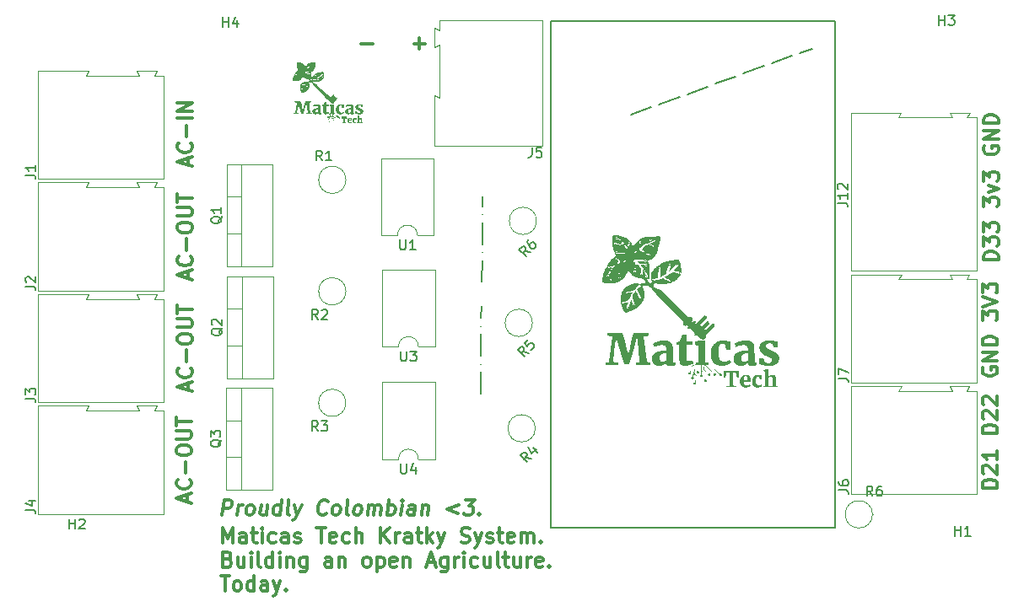
<source format=gbr>
%TF.GenerationSoftware,KiCad,Pcbnew,8.0.1*%
%TF.CreationDate,2024-04-25T16:48:03-05:00*%
%TF.ProjectId,C1,43312e6b-6963-4616-945f-706362585858,rev?*%
%TF.SameCoordinates,Original*%
%TF.FileFunction,Legend,Top*%
%TF.FilePolarity,Positive*%
%FSLAX46Y46*%
G04 Gerber Fmt 4.6, Leading zero omitted, Abs format (unit mm)*
G04 Created by KiCad (PCBNEW 8.0.1) date 2024-04-25 16:48:03*
%MOMM*%
%LPD*%
G01*
G04 APERTURE LIST*
%ADD10C,0.000000*%
%ADD11C,0.200000*%
%ADD12C,0.300000*%
%ADD13C,0.150000*%
%ADD14C,0.127000*%
%ADD15C,0.120000*%
G04 APERTURE END LIST*
D10*
G36*
X101936952Y-57198971D02*
G01*
X101939108Y-57251495D01*
X101941812Y-57325266D01*
X101944371Y-57389917D01*
X101945440Y-57411035D01*
X101946177Y-57420516D01*
X101947447Y-57426866D01*
X102198518Y-57426866D01*
X102198518Y-57573621D01*
X101950162Y-57573621D01*
X101950261Y-57849493D01*
X101950647Y-58016718D01*
X101952051Y-58117041D01*
X101953322Y-58148621D01*
X101955072Y-58171286D01*
X101957375Y-58187637D01*
X101960306Y-58200279D01*
X101962026Y-58205927D01*
X101962937Y-58208533D01*
X101963892Y-58210999D01*
X101964898Y-58213328D01*
X101965963Y-58215525D01*
X101967095Y-58217591D01*
X101968301Y-58219532D01*
X101969588Y-58221351D01*
X101970964Y-58223051D01*
X101972438Y-58224635D01*
X101974015Y-58226108D01*
X101975704Y-58227473D01*
X101977512Y-58228734D01*
X101979448Y-58229893D01*
X101981517Y-58230956D01*
X101983729Y-58231924D01*
X101986090Y-58232803D01*
X101988608Y-58233595D01*
X101991291Y-58234303D01*
X101994146Y-58234933D01*
X101997180Y-58235487D01*
X102000402Y-58235968D01*
X102003819Y-58236381D01*
X102007437Y-58236729D01*
X102011266Y-58237015D01*
X102019583Y-58237417D01*
X102028830Y-58237617D01*
X102039067Y-58237641D01*
X102054123Y-58237310D01*
X102069075Y-58236465D01*
X102083917Y-58235109D01*
X102098639Y-58233242D01*
X102113236Y-58230866D01*
X102127698Y-58227981D01*
X102142019Y-58224589D01*
X102156190Y-58220690D01*
X102184419Y-58212386D01*
X102184731Y-58212335D01*
X102185055Y-58212364D01*
X102185393Y-58212475D01*
X102185745Y-58212672D01*
X102186112Y-58212957D01*
X102186497Y-58213335D01*
X102186899Y-58213807D01*
X102187322Y-58214378D01*
X102187765Y-58215049D01*
X102188230Y-58215824D01*
X102188718Y-58216707D01*
X102189232Y-58217700D01*
X102189771Y-58218806D01*
X102190338Y-58220028D01*
X102191558Y-58222835D01*
X102192903Y-58226144D01*
X102194382Y-58229980D01*
X102196007Y-58234368D01*
X102197788Y-58239332D01*
X102199734Y-58244896D01*
X102201857Y-58251086D01*
X102204166Y-58257927D01*
X102206672Y-58265441D01*
X102224685Y-58319734D01*
X102217209Y-58326164D01*
X102214806Y-58328119D01*
X102211949Y-58330248D01*
X102208678Y-58332529D01*
X102205034Y-58334939D01*
X102196792Y-58340051D01*
X102187551Y-58345403D01*
X102177636Y-58350809D01*
X102167376Y-58356087D01*
X102157098Y-58361052D01*
X102147129Y-58365521D01*
X102131397Y-58372014D01*
X102115409Y-58378126D01*
X102099197Y-58383848D01*
X102082793Y-58389176D01*
X102066227Y-58394101D01*
X102049533Y-58398619D01*
X102032740Y-58402721D01*
X102015882Y-58406402D01*
X101998990Y-58409656D01*
X101982095Y-58412475D01*
X101965230Y-58414853D01*
X101948425Y-58416784D01*
X101931714Y-58418261D01*
X101915126Y-58419277D01*
X101898694Y-58419827D01*
X101882451Y-58419903D01*
X101867094Y-58419675D01*
X101853458Y-58419325D01*
X101843025Y-58418903D01*
X101839473Y-58418680D01*
X101837278Y-58418458D01*
X101837268Y-58418460D01*
X101816944Y-58414962D01*
X101798062Y-58410767D01*
X101780578Y-58405836D01*
X101764449Y-58400129D01*
X101749631Y-58393606D01*
X101742700Y-58390026D01*
X101736081Y-58386227D01*
X101729768Y-58382204D01*
X101723756Y-58377952D01*
X101718039Y-58373467D01*
X101712611Y-58368742D01*
X101707468Y-58363774D01*
X101702605Y-58358556D01*
X101698014Y-58353085D01*
X101693692Y-58347355D01*
X101689632Y-58341362D01*
X101685830Y-58335099D01*
X101682279Y-58328563D01*
X101678975Y-58321748D01*
X101675912Y-58314650D01*
X101673085Y-58307263D01*
X101668114Y-58291602D01*
X101664021Y-58274728D01*
X101660761Y-58256599D01*
X101660158Y-58251939D01*
X101659614Y-58246123D01*
X101658695Y-58230011D01*
X101657981Y-58206241D01*
X101657448Y-58172789D01*
X101657073Y-58127633D01*
X101656833Y-58068749D01*
X101656662Y-57901705D01*
X101656646Y-57573621D01*
X101549401Y-57573621D01*
X101549401Y-57470581D01*
X101567040Y-57463935D01*
X101593906Y-57453749D01*
X101615016Y-57445552D01*
X101631242Y-57438924D01*
X101643456Y-57433446D01*
X101648331Y-57431008D01*
X101652529Y-57428700D01*
X101656161Y-57426471D01*
X101659335Y-57424267D01*
X101662160Y-57422037D01*
X101664744Y-57419728D01*
X101669630Y-57414665D01*
X101672888Y-57410928D01*
X101676096Y-57407019D01*
X101679258Y-57402934D01*
X101682375Y-57398669D01*
X101685449Y-57394220D01*
X101688483Y-57389583D01*
X101691478Y-57384756D01*
X101694437Y-57379733D01*
X101697363Y-57374511D01*
X101700256Y-57369086D01*
X101703120Y-57363455D01*
X101705957Y-57357614D01*
X101708768Y-57351558D01*
X101711556Y-57345285D01*
X101714324Y-57338790D01*
X101717072Y-57332070D01*
X101722022Y-57319130D01*
X101727932Y-57302716D01*
X101741432Y-57263090D01*
X101755169Y-57220445D01*
X101761376Y-57200258D01*
X101766742Y-57182038D01*
X101772595Y-57161576D01*
X101935187Y-57161576D01*
X101936952Y-57198971D01*
G37*
G36*
X104349314Y-58785695D02*
G01*
X104368283Y-58786681D01*
X104376860Y-58787432D01*
X104384617Y-58788356D01*
X104391393Y-58789453D01*
X104397025Y-58790724D01*
X104404814Y-58793033D01*
X104412462Y-58795682D01*
X104419953Y-58798660D01*
X104427271Y-58801955D01*
X104434399Y-58805555D01*
X104441321Y-58809448D01*
X104448020Y-58813623D01*
X104454480Y-58818067D01*
X104460685Y-58822769D01*
X104466618Y-58827717D01*
X104472263Y-58832898D01*
X104477604Y-58838302D01*
X104482623Y-58843916D01*
X104487305Y-58849729D01*
X104491634Y-58855729D01*
X104495593Y-58861903D01*
X104499420Y-58868743D01*
X104502943Y-58876039D01*
X104506161Y-58883769D01*
X104509069Y-58891911D01*
X104511664Y-58900443D01*
X104513943Y-58909343D01*
X104515902Y-58918588D01*
X104517539Y-58928158D01*
X104518849Y-58938030D01*
X104519829Y-58948181D01*
X104520477Y-58958591D01*
X104520788Y-58969237D01*
X104520760Y-58980097D01*
X104520389Y-58991149D01*
X104519671Y-59002371D01*
X104518604Y-59013741D01*
X104517195Y-59025890D01*
X104515803Y-59036457D01*
X104514590Y-59044310D01*
X104514100Y-59046864D01*
X104513715Y-59048314D01*
X104513531Y-59048637D01*
X104513226Y-59048944D01*
X104512783Y-59049234D01*
X104512188Y-59049508D01*
X104511427Y-59049766D01*
X104510484Y-59050009D01*
X104509347Y-59050238D01*
X104507998Y-59050452D01*
X104504613Y-59050840D01*
X104500210Y-59051175D01*
X104494673Y-59051462D01*
X104487886Y-59051704D01*
X104479730Y-59051905D01*
X104470089Y-59052067D01*
X104458845Y-59052196D01*
X104445882Y-59052293D01*
X104414329Y-59052407D01*
X104374493Y-59052439D01*
X104236852Y-59052439D01*
X104238178Y-59065845D01*
X104239107Y-59073887D01*
X104240295Y-59081859D01*
X104241734Y-59089737D01*
X104243414Y-59097498D01*
X104245326Y-59105117D01*
X104247461Y-59112569D01*
X104249809Y-59119831D01*
X104252361Y-59126878D01*
X104255108Y-59133686D01*
X104258041Y-59140232D01*
X104261150Y-59146489D01*
X104264426Y-59152436D01*
X104267860Y-59158046D01*
X104271442Y-59163296D01*
X104275164Y-59168163D01*
X104279016Y-59172621D01*
X104282619Y-59176299D01*
X104286445Y-59179764D01*
X104290485Y-59183013D01*
X104294733Y-59186048D01*
X104299181Y-59188866D01*
X104303821Y-59191469D01*
X104308645Y-59193856D01*
X104313646Y-59196026D01*
X104318817Y-59197979D01*
X104324150Y-59199714D01*
X104329637Y-59201232D01*
X104335271Y-59202531D01*
X104341044Y-59203612D01*
X104346948Y-59204474D01*
X104352977Y-59205116D01*
X104359122Y-59205539D01*
X104371731Y-59205724D01*
X104384715Y-59205025D01*
X104398014Y-59203440D01*
X104411567Y-59200965D01*
X104425313Y-59197597D01*
X104439192Y-59193334D01*
X104453143Y-59188172D01*
X104467106Y-59182108D01*
X104490616Y-59171125D01*
X104502812Y-59197154D01*
X104507371Y-59206913D01*
X104509132Y-59210872D01*
X104510524Y-59214316D01*
X104511076Y-59215867D01*
X104511529Y-59217318D01*
X104511881Y-59218676D01*
X104512130Y-59219951D01*
X104512273Y-59221152D01*
X104512309Y-59222289D01*
X104512234Y-59223371D01*
X104512048Y-59224406D01*
X104511747Y-59225404D01*
X104511330Y-59226375D01*
X104510794Y-59227326D01*
X104510137Y-59228269D01*
X104509357Y-59229211D01*
X104508452Y-59230162D01*
X104507419Y-59231131D01*
X104506256Y-59232127D01*
X104503533Y-59234238D01*
X104500265Y-59236568D01*
X104492023Y-59242181D01*
X104484773Y-59246910D01*
X104477208Y-59251472D01*
X104469355Y-59255857D01*
X104461242Y-59260054D01*
X104452897Y-59264053D01*
X104444348Y-59267845D01*
X104435622Y-59271420D01*
X104426748Y-59274766D01*
X104417754Y-59277875D01*
X104408666Y-59280736D01*
X104399514Y-59283339D01*
X104390324Y-59285674D01*
X104381125Y-59287731D01*
X104371945Y-59289500D01*
X104362812Y-59290970D01*
X104353752Y-59292133D01*
X104343827Y-59293214D01*
X104335757Y-59293986D01*
X104328854Y-59294450D01*
X104325625Y-59294566D01*
X104322430Y-59294604D01*
X104319182Y-59294566D01*
X104315795Y-59294450D01*
X104308262Y-59293988D01*
X104299142Y-59293216D01*
X104287747Y-59292136D01*
X104287741Y-59292155D01*
X104269098Y-59289773D01*
X104251370Y-59286322D01*
X104234553Y-59281797D01*
X104226485Y-59279132D01*
X104218644Y-59276197D01*
X104211029Y-59272992D01*
X104203639Y-59269517D01*
X104196475Y-59265771D01*
X104189535Y-59261754D01*
X104182820Y-59257466D01*
X104176328Y-59252906D01*
X104170060Y-59248074D01*
X104164014Y-59242969D01*
X104158191Y-59237591D01*
X104152590Y-59231939D01*
X104147210Y-59226014D01*
X104142051Y-59219815D01*
X104137113Y-59213340D01*
X104132395Y-59206591D01*
X104127897Y-59199566D01*
X104123618Y-59192266D01*
X104115715Y-59176835D01*
X104108684Y-59160296D01*
X104102521Y-59142645D01*
X104097222Y-59123880D01*
X104095381Y-59116161D01*
X104094612Y-59112511D01*
X104093936Y-59108902D01*
X104093348Y-59105256D01*
X104092841Y-59101499D01*
X104092411Y-59097554D01*
X104092052Y-59093347D01*
X104091758Y-59088802D01*
X104091524Y-59083843D01*
X104091210Y-59072382D01*
X104091067Y-59058359D01*
X104091049Y-59041169D01*
X104091118Y-59023109D01*
X104091298Y-59008728D01*
X104091662Y-58997231D01*
X104092279Y-58987825D01*
X104092762Y-58983671D01*
X104236627Y-58983671D01*
X104236788Y-58989808D01*
X104237054Y-58991811D01*
X104237451Y-58992999D01*
X104237638Y-58993198D01*
X104237948Y-58993388D01*
X104238382Y-58993570D01*
X104238943Y-58993744D01*
X104240445Y-58994066D01*
X104242465Y-58994355D01*
X104245011Y-58994611D01*
X104248092Y-58994835D01*
X104251719Y-58995026D01*
X104255901Y-58995186D01*
X104265964Y-58995411D01*
X104278359Y-58995513D01*
X104293158Y-58995493D01*
X104310437Y-58995355D01*
X104381502Y-58994599D01*
X104382396Y-58964969D01*
X104382570Y-58953180D01*
X104382368Y-58941950D01*
X104381791Y-58931285D01*
X104380841Y-58921194D01*
X104379523Y-58911683D01*
X104377838Y-58902760D01*
X104375788Y-58894433D01*
X104373377Y-58886708D01*
X104370606Y-58879594D01*
X104367480Y-58873097D01*
X104363999Y-58867225D01*
X104360167Y-58861986D01*
X104355986Y-58857386D01*
X104351459Y-58853433D01*
X104346588Y-58850135D01*
X104341376Y-58847499D01*
X104338794Y-58846533D01*
X104335933Y-58845713D01*
X104332832Y-58845038D01*
X104329531Y-58844508D01*
X104326067Y-58844120D01*
X104322480Y-58843874D01*
X104318808Y-58843768D01*
X104315091Y-58843803D01*
X104311366Y-58843976D01*
X104307674Y-58844286D01*
X104304053Y-58844733D01*
X104300541Y-58845315D01*
X104297178Y-58846031D01*
X104294003Y-58846880D01*
X104291053Y-58847862D01*
X104288369Y-58848974D01*
X104286201Y-58850028D01*
X104284084Y-58851155D01*
X104282018Y-58852354D01*
X104280003Y-58853627D01*
X104278040Y-58854973D01*
X104276126Y-58856393D01*
X104274263Y-58857888D01*
X104272450Y-58859457D01*
X104270686Y-58861102D01*
X104268973Y-58862822D01*
X104267308Y-58864618D01*
X104265693Y-58866490D01*
X104264126Y-58868439D01*
X104262608Y-58870465D01*
X104261139Y-58872568D01*
X104259717Y-58874749D01*
X104258344Y-58877008D01*
X104257018Y-58879346D01*
X104255739Y-58881762D01*
X104254508Y-58884258D01*
X104252185Y-58889490D01*
X104250049Y-58895043D01*
X104248096Y-58900921D01*
X104246326Y-58907126D01*
X104244735Y-58913663D01*
X104243323Y-58920533D01*
X104241552Y-58931017D01*
X104239974Y-58942363D01*
X104238641Y-58953935D01*
X104237605Y-58965100D01*
X104236916Y-58975224D01*
X104236627Y-58983671D01*
X104092762Y-58983671D01*
X104093221Y-58979716D01*
X104094561Y-58972112D01*
X104096368Y-58964217D01*
X104098715Y-58955239D01*
X104103437Y-58939489D01*
X104108909Y-58924436D01*
X104115124Y-58910087D01*
X104122073Y-58896449D01*
X104129751Y-58883531D01*
X104138149Y-58871339D01*
X104147260Y-58859881D01*
X104157077Y-58849165D01*
X104167593Y-58839198D01*
X104178800Y-58829987D01*
X104190691Y-58821540D01*
X104203258Y-58813864D01*
X104216495Y-58806967D01*
X104230393Y-58800856D01*
X104244946Y-58795539D01*
X104260147Y-58791023D01*
X104265973Y-58789726D01*
X104272917Y-58788598D01*
X104280817Y-58787639D01*
X104289511Y-58786850D01*
X104308636Y-58785782D01*
X104329001Y-58785396D01*
X104349314Y-58785695D01*
G37*
G36*
X136421509Y-75062262D02*
G01*
X136424478Y-75062554D01*
X136427662Y-75063023D01*
X136431093Y-75063658D01*
X136436345Y-75064869D01*
X136441323Y-75066345D01*
X136446029Y-75068088D01*
X136450463Y-75070097D01*
X136454626Y-75072373D01*
X136456605Y-75073612D01*
X136458517Y-75074917D01*
X136460361Y-75076290D01*
X136462138Y-75077730D01*
X136463847Y-75079237D01*
X136465489Y-75080811D01*
X136467063Y-75082453D01*
X136468570Y-75084162D01*
X136470010Y-75085939D01*
X136471383Y-75087783D01*
X136472688Y-75089695D01*
X136473927Y-75091674D01*
X136476203Y-75095837D01*
X136478212Y-75100270D01*
X136479955Y-75104976D01*
X136481431Y-75109955D01*
X136482642Y-75115207D01*
X136483276Y-75118638D01*
X136483746Y-75121821D01*
X136484037Y-75124791D01*
X136484137Y-75127581D01*
X136484111Y-75128919D01*
X136484032Y-75130224D01*
X136483899Y-75131501D01*
X136483711Y-75132755D01*
X136483465Y-75133988D01*
X136483159Y-75135207D01*
X136482793Y-75136413D01*
X136482365Y-75137613D01*
X136481873Y-75138810D01*
X136481315Y-75140008D01*
X136480690Y-75141212D01*
X136479996Y-75142425D01*
X136478395Y-75144898D01*
X136476500Y-75147460D01*
X136474298Y-75150146D01*
X136471775Y-75152989D01*
X136468919Y-75156022D01*
X136465717Y-75159279D01*
X136463160Y-75161750D01*
X136460581Y-75164071D01*
X136457984Y-75166241D01*
X136455369Y-75168262D01*
X136452738Y-75170131D01*
X136450095Y-75171851D01*
X136447439Y-75173419D01*
X136444774Y-75174837D01*
X136442101Y-75176104D01*
X136439423Y-75177221D01*
X136436740Y-75178186D01*
X136434055Y-75179000D01*
X136431371Y-75179663D01*
X136428688Y-75180175D01*
X136426009Y-75180535D01*
X136423335Y-75180744D01*
X136420669Y-75180801D01*
X136418013Y-75180706D01*
X136415368Y-75180460D01*
X136412736Y-75180062D01*
X136410119Y-75179512D01*
X136407520Y-75178810D01*
X136404940Y-75177956D01*
X136402380Y-75176949D01*
X136399844Y-75175790D01*
X136397332Y-75174479D01*
X136394847Y-75173015D01*
X136392390Y-75171398D01*
X136389964Y-75169629D01*
X136387571Y-75167707D01*
X136385212Y-75165632D01*
X136382889Y-75163404D01*
X136382889Y-75163411D01*
X136380662Y-75161088D01*
X136378587Y-75158729D01*
X136376666Y-75156335D01*
X136374897Y-75153909D01*
X136373281Y-75151453D01*
X136371817Y-75148968D01*
X136370506Y-75146456D01*
X136369348Y-75143920D01*
X136368341Y-75141360D01*
X136367487Y-75138780D01*
X136366786Y-75136180D01*
X136366236Y-75133564D01*
X136365838Y-75130932D01*
X136365592Y-75128287D01*
X136365498Y-75125630D01*
X136365555Y-75122964D01*
X136365764Y-75120291D01*
X136366124Y-75117612D01*
X136366636Y-75114929D01*
X136367299Y-75112244D01*
X136368113Y-75109559D01*
X136369079Y-75106877D01*
X136370195Y-75104198D01*
X136371462Y-75101525D01*
X136372880Y-75098860D01*
X136374449Y-75096205D01*
X136376168Y-75093561D01*
X136378038Y-75090931D01*
X136380058Y-75088316D01*
X136382229Y-75085718D01*
X136384550Y-75083140D01*
X136387020Y-75080583D01*
X136390278Y-75077380D01*
X136393311Y-75074523D01*
X136396153Y-75072000D01*
X136398839Y-75069797D01*
X136401401Y-75067902D01*
X136402647Y-75067065D01*
X136403874Y-75066301D01*
X136405088Y-75065607D01*
X136406291Y-75064982D01*
X136407490Y-75064425D01*
X136408686Y-75063932D01*
X136409886Y-75063504D01*
X136411093Y-75063138D01*
X136412311Y-75062833D01*
X136413545Y-75062587D01*
X136414798Y-75062399D01*
X136416076Y-75062266D01*
X136417381Y-75062188D01*
X136418719Y-75062162D01*
X136421509Y-75062262D01*
G37*
G36*
X132086751Y-76253815D02*
G01*
X132090301Y-76254176D01*
X132093828Y-76254767D01*
X132097318Y-76255590D01*
X132100756Y-76256644D01*
X132104126Y-76257929D01*
X132107415Y-76259445D01*
X132110608Y-76261192D01*
X132113689Y-76263170D01*
X132116644Y-76265379D01*
X132119458Y-76267818D01*
X132122116Y-76270488D01*
X132124604Y-76273389D01*
X132126907Y-76276521D01*
X132129009Y-76279883D01*
X132130897Y-76283476D01*
X132132767Y-76287878D01*
X132134177Y-76292284D01*
X132135144Y-76296678D01*
X132135688Y-76301046D01*
X132135826Y-76305371D01*
X132135578Y-76309638D01*
X132134960Y-76313832D01*
X132133992Y-76317937D01*
X132132691Y-76321937D01*
X132131076Y-76325818D01*
X132129166Y-76329562D01*
X132126979Y-76333156D01*
X132124532Y-76336584D01*
X132121844Y-76339829D01*
X132118934Y-76342877D01*
X132115820Y-76345711D01*
X132112519Y-76348317D01*
X132109051Y-76350679D01*
X132105434Y-76352782D01*
X132101686Y-76354609D01*
X132097824Y-76356146D01*
X132093869Y-76357376D01*
X132089837Y-76358285D01*
X132085747Y-76358856D01*
X132081618Y-76359075D01*
X132077467Y-76358926D01*
X132073314Y-76358392D01*
X132069175Y-76357460D01*
X132065070Y-76356113D01*
X132061017Y-76354335D01*
X132057035Y-76352112D01*
X132053140Y-76349428D01*
X132053141Y-76349389D01*
X132051287Y-76347918D01*
X132049516Y-76346389D01*
X132047828Y-76344802D01*
X132046224Y-76343159D01*
X132044704Y-76341464D01*
X132043268Y-76339716D01*
X132041918Y-76337920D01*
X132040653Y-76336077D01*
X132039474Y-76334189D01*
X132038382Y-76332257D01*
X132037377Y-76330285D01*
X132036460Y-76328274D01*
X132035630Y-76326227D01*
X132034890Y-76324145D01*
X132034238Y-76322030D01*
X132033676Y-76319884D01*
X132033204Y-76317710D01*
X132032823Y-76315510D01*
X132032533Y-76313286D01*
X132032334Y-76311039D01*
X132032227Y-76308772D01*
X132032213Y-76306488D01*
X132032293Y-76304187D01*
X132032465Y-76301872D01*
X132032732Y-76299545D01*
X132033093Y-76297209D01*
X132033549Y-76294865D01*
X132034101Y-76292515D01*
X132034749Y-76290162D01*
X132035493Y-76287807D01*
X132036335Y-76285453D01*
X132037274Y-76283102D01*
X132038945Y-76279525D01*
X132040846Y-76276180D01*
X132042961Y-76273068D01*
X132045274Y-76270187D01*
X132047773Y-76267538D01*
X132050440Y-76265120D01*
X132053263Y-76262935D01*
X132056226Y-76260981D01*
X132059314Y-76259259D01*
X132062512Y-76257768D01*
X132065806Y-76256509D01*
X132069181Y-76255482D01*
X132072622Y-76254686D01*
X132076114Y-76254121D01*
X132079643Y-76253788D01*
X132083194Y-76253686D01*
X132086751Y-76253815D01*
G37*
G36*
X131674260Y-77279105D02*
G01*
X131678538Y-77279832D01*
X131682768Y-77280927D01*
X131686924Y-77282391D01*
X131690981Y-77284225D01*
X131694913Y-77286431D01*
X131698694Y-77289010D01*
X131702297Y-77291963D01*
X131705698Y-77295291D01*
X131708870Y-77298994D01*
X131711788Y-77303075D01*
X131714425Y-77307534D01*
X131716756Y-77312373D01*
X131718756Y-77317593D01*
X131720397Y-77323194D01*
X131721214Y-77327313D01*
X131721593Y-77331360D01*
X131721555Y-77335324D01*
X131721121Y-77339194D01*
X131720312Y-77342962D01*
X131719146Y-77346615D01*
X131717647Y-77350144D01*
X131715832Y-77353539D01*
X131713724Y-77356790D01*
X131711343Y-77359885D01*
X131708709Y-77362816D01*
X131705842Y-77365570D01*
X131702764Y-77368139D01*
X131699494Y-77370512D01*
X131696054Y-77372679D01*
X131692463Y-77374628D01*
X131688742Y-77376351D01*
X131684912Y-77377836D01*
X131680993Y-77379074D01*
X131677006Y-77380054D01*
X131672971Y-77380766D01*
X131668909Y-77381199D01*
X131664840Y-77381343D01*
X131660785Y-77381188D01*
X131656764Y-77380724D01*
X131652797Y-77379941D01*
X131648906Y-77378827D01*
X131645110Y-77377373D01*
X131641431Y-77375568D01*
X131637888Y-77373403D01*
X131634502Y-77370866D01*
X131631294Y-77367948D01*
X131631294Y-77367951D01*
X131629350Y-77365917D01*
X131627574Y-77363867D01*
X131625963Y-77361792D01*
X131624514Y-77359680D01*
X131623224Y-77357521D01*
X131622089Y-77355304D01*
X131621106Y-77353020D01*
X131620271Y-77350657D01*
X131619582Y-77348206D01*
X131619034Y-77345655D01*
X131618625Y-77342995D01*
X131618352Y-77340214D01*
X131618210Y-77337303D01*
X131618198Y-77334251D01*
X131618310Y-77331047D01*
X131618545Y-77327681D01*
X131619265Y-77321975D01*
X131620401Y-77316618D01*
X131621930Y-77311609D01*
X131623824Y-77306949D01*
X131626057Y-77302641D01*
X131628605Y-77298686D01*
X131631441Y-77295083D01*
X131634539Y-77291835D01*
X131637873Y-77288943D01*
X131641418Y-77286408D01*
X131645148Y-77284230D01*
X131649037Y-77282412D01*
X131653059Y-77280954D01*
X131657188Y-77279857D01*
X131661398Y-77279122D01*
X131665664Y-77278751D01*
X131669960Y-77278745D01*
X131674260Y-77279105D01*
G37*
G36*
X99262669Y-54864284D02*
G01*
X99264882Y-54864503D01*
X99267030Y-54864893D01*
X99268069Y-54865153D01*
X99269080Y-54865456D01*
X99270058Y-54865802D01*
X99271000Y-54866191D01*
X99271902Y-54866624D01*
X99272759Y-54867100D01*
X99273568Y-54867620D01*
X99274324Y-54868183D01*
X99275025Y-54868790D01*
X99275665Y-54869441D01*
X99276228Y-54870113D01*
X99276753Y-54870839D01*
X99277242Y-54871617D01*
X99277693Y-54872442D01*
X99278108Y-54873311D01*
X99278485Y-54874219D01*
X99279128Y-54876138D01*
X99279624Y-54878167D01*
X99279971Y-54880276D01*
X99280172Y-54882432D01*
X99280225Y-54884604D01*
X99280132Y-54886761D01*
X99279893Y-54888871D01*
X99279507Y-54890903D01*
X99278975Y-54892825D01*
X99278654Y-54893735D01*
X99278298Y-54894606D01*
X99277904Y-54895433D01*
X99277475Y-54896214D01*
X99277009Y-54896943D01*
X99276507Y-54897618D01*
X99275969Y-54898234D01*
X99275395Y-54898786D01*
X99274112Y-54899851D01*
X99272795Y-54900820D01*
X99271450Y-54901695D01*
X99270082Y-54902473D01*
X99268693Y-54903153D01*
X99267290Y-54903735D01*
X99265876Y-54904217D01*
X99264457Y-54904599D01*
X99263035Y-54904879D01*
X99261617Y-54905056D01*
X99260207Y-54905129D01*
X99258808Y-54905097D01*
X99257426Y-54904960D01*
X99256065Y-54904715D01*
X99254730Y-54904363D01*
X99253425Y-54903901D01*
X99253426Y-54903902D01*
X99252170Y-54903352D01*
X99250969Y-54902734D01*
X99249824Y-54902051D01*
X99248736Y-54901307D01*
X99247707Y-54900505D01*
X99246736Y-54899649D01*
X99245825Y-54898742D01*
X99244974Y-54897789D01*
X99244185Y-54896791D01*
X99243459Y-54895754D01*
X99242795Y-54894680D01*
X99242196Y-54893573D01*
X99241662Y-54892437D01*
X99241194Y-54891275D01*
X99240792Y-54890090D01*
X99240458Y-54888887D01*
X99240192Y-54887669D01*
X99239996Y-54886438D01*
X99239870Y-54885200D01*
X99239816Y-54883957D01*
X99239833Y-54882712D01*
X99239923Y-54881470D01*
X99240087Y-54880234D01*
X99240325Y-54879008D01*
X99240639Y-54877794D01*
X99241030Y-54876597D01*
X99241497Y-54875421D01*
X99242043Y-54874267D01*
X99242668Y-54873141D01*
X99243372Y-54872046D01*
X99244158Y-54870984D01*
X99245025Y-54869961D01*
X99245683Y-54869288D01*
X99246401Y-54868657D01*
X99247173Y-54868068D01*
X99247997Y-54867521D01*
X99248868Y-54867015D01*
X99249782Y-54866551D01*
X99250735Y-54866130D01*
X99251724Y-54865750D01*
X99252743Y-54865413D01*
X99253790Y-54865118D01*
X99255950Y-54864654D01*
X99258170Y-54864360D01*
X99260421Y-54864237D01*
X99262669Y-54864284D01*
G37*
G36*
X133467117Y-71208448D02*
G01*
X133470820Y-71209010D01*
X133474485Y-71209915D01*
X133478091Y-71211169D01*
X133481618Y-71212777D01*
X133485045Y-71214744D01*
X133488351Y-71217075D01*
X133491517Y-71219775D01*
X133494522Y-71222850D01*
X133497345Y-71226304D01*
X133499966Y-71230144D01*
X133502365Y-71234374D01*
X133504522Y-71238998D01*
X133506372Y-71243926D01*
X133507773Y-71248806D01*
X133508745Y-71253626D01*
X133509305Y-71258369D01*
X133509470Y-71263022D01*
X133509260Y-71267569D01*
X133508691Y-71271995D01*
X133507782Y-71276286D01*
X133506550Y-71280427D01*
X133505014Y-71284403D01*
X133503191Y-71288199D01*
X133501100Y-71291800D01*
X133498758Y-71295192D01*
X133496183Y-71298360D01*
X133493394Y-71301289D01*
X133490407Y-71303965D01*
X133487241Y-71306371D01*
X133483915Y-71308495D01*
X133480445Y-71310320D01*
X133476850Y-71311832D01*
X133473147Y-71313016D01*
X133469355Y-71313858D01*
X133465492Y-71314342D01*
X133461575Y-71314454D01*
X133457623Y-71314179D01*
X133453653Y-71313502D01*
X133449683Y-71312409D01*
X133445731Y-71310884D01*
X133441815Y-71308913D01*
X133437953Y-71306481D01*
X133434163Y-71303572D01*
X133430463Y-71300174D01*
X133428865Y-71298466D01*
X133427349Y-71296625D01*
X133425918Y-71294659D01*
X133424573Y-71292575D01*
X133423320Y-71290382D01*
X133422160Y-71288088D01*
X133421096Y-71285700D01*
X133420132Y-71283228D01*
X133419270Y-71280679D01*
X133418514Y-71278061D01*
X133417866Y-71275383D01*
X133417329Y-71272652D01*
X133416906Y-71269877D01*
X133416600Y-71267066D01*
X133416415Y-71264227D01*
X133416352Y-71261368D01*
X133416544Y-71256147D01*
X133417105Y-71251167D01*
X133418015Y-71246431D01*
X133419254Y-71241946D01*
X133420800Y-71237716D01*
X133422635Y-71233747D01*
X133424737Y-71230044D01*
X133427086Y-71226612D01*
X133429662Y-71223456D01*
X133432444Y-71220581D01*
X133435412Y-71217993D01*
X133438545Y-71215697D01*
X133441823Y-71213697D01*
X133445226Y-71212000D01*
X133448733Y-71210609D01*
X133452324Y-71209531D01*
X133455978Y-71208771D01*
X133459675Y-71208334D01*
X133463395Y-71208224D01*
X133467117Y-71208448D01*
G37*
G36*
X100737530Y-55324697D02*
G01*
X100737889Y-55324804D01*
X100738374Y-55324977D01*
X100738978Y-55325212D01*
X100740508Y-55325859D01*
X100742418Y-55326714D01*
X100744644Y-55327749D01*
X100747125Y-55328935D01*
X100749796Y-55330244D01*
X100752596Y-55331648D01*
X100767732Y-55338888D01*
X100784193Y-55345989D01*
X100801524Y-55352798D01*
X100819268Y-55359156D01*
X100836969Y-55364908D01*
X100854170Y-55369899D01*
X100870414Y-55373972D01*
X100878036Y-55375616D01*
X100885247Y-55376972D01*
X100890526Y-55377995D01*
X100896133Y-55379284D01*
X100901908Y-55380790D01*
X100907690Y-55382464D01*
X100913322Y-55384259D01*
X100918642Y-55386126D01*
X100923491Y-55388016D01*
X100927710Y-55389881D01*
X100929386Y-55390742D01*
X100931256Y-55391846D01*
X100933402Y-55393272D01*
X100935904Y-55395100D01*
X100938841Y-55397408D01*
X100942293Y-55400274D01*
X100951066Y-55408001D01*
X100962862Y-55418910D01*
X100978322Y-55433633D01*
X100998087Y-55452801D01*
X101022796Y-55477046D01*
X101053092Y-55506998D01*
X101089613Y-55543289D01*
X101183897Y-55637411D01*
X101310773Y-55764462D01*
X101475365Y-55929490D01*
X102004674Y-56460350D01*
X102027109Y-56453533D01*
X102035853Y-56451109D01*
X102044475Y-56449182D01*
X102052960Y-56447751D01*
X102061292Y-56446812D01*
X102069456Y-56446364D01*
X102077437Y-56446403D01*
X102085220Y-56446926D01*
X102092789Y-56447933D01*
X102100130Y-56449419D01*
X102107226Y-56451383D01*
X102114063Y-56453821D01*
X102120625Y-56456731D01*
X102126897Y-56460112D01*
X102132864Y-56463959D01*
X102138510Y-56468271D01*
X102143820Y-56473045D01*
X102149391Y-56478829D01*
X102151964Y-56481785D01*
X102154396Y-56484787D01*
X102156688Y-56487835D01*
X102158840Y-56490931D01*
X102160851Y-56494076D01*
X102162723Y-56497272D01*
X102164456Y-56500521D01*
X102166049Y-56503824D01*
X102167503Y-56507183D01*
X102168819Y-56510599D01*
X102169997Y-56514073D01*
X102171036Y-56517608D01*
X102171938Y-56521204D01*
X102172703Y-56524864D01*
X102173330Y-56528588D01*
X102173820Y-56532379D01*
X102174174Y-56536237D01*
X102174392Y-56540165D01*
X102174474Y-56544164D01*
X102174419Y-56548235D01*
X102173905Y-56556600D01*
X102172852Y-56565273D01*
X102171262Y-56574267D01*
X102169136Y-56583592D01*
X102166479Y-56593262D01*
X102160078Y-56614823D01*
X102191642Y-56646387D01*
X102215137Y-56634561D01*
X102219890Y-56632239D01*
X102224613Y-56630066D01*
X102229289Y-56628050D01*
X102233899Y-56626193D01*
X102238424Y-56624502D01*
X102242846Y-56622981D01*
X102247147Y-56621635D01*
X102251307Y-56620468D01*
X102255309Y-56619486D01*
X102259133Y-56618694D01*
X102262762Y-56618096D01*
X102266177Y-56617697D01*
X102269359Y-56617503D01*
X102272290Y-56617517D01*
X102274952Y-56617745D01*
X102277325Y-56618192D01*
X102278384Y-56618484D01*
X102279450Y-56618829D01*
X102281595Y-56619668D01*
X102283745Y-56620696D01*
X102285884Y-56621898D01*
X102287998Y-56623259D01*
X102290070Y-56624764D01*
X102292085Y-56626400D01*
X102294029Y-56628151D01*
X102295884Y-56630003D01*
X102297636Y-56631941D01*
X102299270Y-56633951D01*
X102300770Y-56636017D01*
X102302121Y-56638125D01*
X102303307Y-56640262D01*
X102304312Y-56642411D01*
X102305122Y-56644558D01*
X102305871Y-56647251D01*
X102306396Y-56650116D01*
X102306696Y-56653155D01*
X102306772Y-56656372D01*
X102306622Y-56659769D01*
X102306246Y-56663348D01*
X102305644Y-56667112D01*
X102304814Y-56671065D01*
X102303757Y-56675207D01*
X102302472Y-56679543D01*
X102300958Y-56684075D01*
X102299214Y-56688805D01*
X102297241Y-56693736D01*
X102295038Y-56698871D01*
X102292604Y-56704212D01*
X102289939Y-56709762D01*
X102278427Y-56733141D01*
X102288876Y-56743590D01*
X102299325Y-56754039D01*
X102469356Y-56584468D01*
X102542343Y-56512053D01*
X102597722Y-56457920D01*
X102634013Y-56423497D01*
X102644539Y-56414123D01*
X102649738Y-56410212D01*
X102655101Y-56408014D01*
X102660503Y-56406247D01*
X102665928Y-56404908D01*
X102671360Y-56403995D01*
X102676782Y-56403504D01*
X102682179Y-56403433D01*
X102687534Y-56403779D01*
X102692832Y-56404538D01*
X102698056Y-56405708D01*
X102703189Y-56407286D01*
X102708217Y-56409268D01*
X102713122Y-56411653D01*
X102717889Y-56414436D01*
X102722501Y-56417615D01*
X102726943Y-56421187D01*
X102731198Y-56425149D01*
X102734946Y-56429131D01*
X102738350Y-56433234D01*
X102741407Y-56437451D01*
X102744117Y-56441778D01*
X102746478Y-56446209D01*
X102748490Y-56450739D01*
X102750150Y-56455363D01*
X102751458Y-56460075D01*
X102752412Y-56464870D01*
X102753011Y-56469743D01*
X102753254Y-56474689D01*
X102753139Y-56479702D01*
X102752666Y-56484777D01*
X102751833Y-56489909D01*
X102750639Y-56495092D01*
X102749082Y-56500321D01*
X102748664Y-56501499D01*
X102748177Y-56502706D01*
X102747603Y-56503959D01*
X102746925Y-56505276D01*
X102746128Y-56506674D01*
X102745195Y-56508172D01*
X102744110Y-56509786D01*
X102742855Y-56511535D01*
X102741415Y-56513436D01*
X102739774Y-56515507D01*
X102735819Y-56520230D01*
X102730859Y-56525845D01*
X102724762Y-56532494D01*
X102717397Y-56540318D01*
X102708631Y-56549459D01*
X102698335Y-56560058D01*
X102686374Y-56572257D01*
X102656937Y-56602020D01*
X102619267Y-56639881D01*
X102494058Y-56765534D01*
X102520882Y-56792246D01*
X102547706Y-56818959D01*
X102650146Y-56716549D01*
X102752584Y-56614139D01*
X102768944Y-56622746D01*
X102771267Y-56623944D01*
X102773475Y-56625035D01*
X102775586Y-56626022D01*
X102777614Y-56626909D01*
X102779575Y-56627701D01*
X102781486Y-56628401D01*
X102783361Y-56629014D01*
X102785217Y-56629544D01*
X102787069Y-56629995D01*
X102788933Y-56630371D01*
X102790825Y-56630677D01*
X102792760Y-56630916D01*
X102794753Y-56631092D01*
X102796822Y-56631211D01*
X102798981Y-56631275D01*
X102801246Y-56631290D01*
X102804287Y-56631200D01*
X102807407Y-56630956D01*
X102810586Y-56630563D01*
X102813801Y-56630031D01*
X102817029Y-56629366D01*
X102820250Y-56628577D01*
X102823441Y-56627670D01*
X102826581Y-56626654D01*
X102829646Y-56625536D01*
X102832616Y-56624323D01*
X102835468Y-56623024D01*
X102838180Y-56621645D01*
X102840731Y-56620195D01*
X102843099Y-56618680D01*
X102845261Y-56617110D01*
X102847195Y-56615490D01*
X102847925Y-56614855D01*
X102848613Y-56614307D01*
X102849258Y-56613843D01*
X102849860Y-56613462D01*
X102850420Y-56613162D01*
X102850937Y-56612940D01*
X102851410Y-56612794D01*
X102851840Y-56612723D01*
X102852038Y-56612714D01*
X102852226Y-56612724D01*
X102852402Y-56612750D01*
X102852568Y-56612794D01*
X102852722Y-56612855D01*
X102852866Y-56612932D01*
X102852998Y-56613026D01*
X102853119Y-56613136D01*
X102853229Y-56613262D01*
X102853328Y-56613404D01*
X102853491Y-56613733D01*
X102853610Y-56614121D01*
X102853683Y-56614566D01*
X102853711Y-56615067D01*
X102853693Y-56615620D01*
X102853628Y-56616224D01*
X102853518Y-56616876D01*
X102853361Y-56617575D01*
X102853157Y-56618319D01*
X102852907Y-56619104D01*
X102852609Y-56619930D01*
X102852263Y-56620794D01*
X102851871Y-56621694D01*
X102851430Y-56622627D01*
X102850941Y-56623592D01*
X102850404Y-56624586D01*
X102849818Y-56625608D01*
X102849184Y-56626655D01*
X102848500Y-56627725D01*
X102845734Y-56632318D01*
X102843336Y-56637069D01*
X102841306Y-56641952D01*
X102839644Y-56646940D01*
X102838350Y-56652004D01*
X102837423Y-56657118D01*
X102836865Y-56662254D01*
X102836674Y-56667386D01*
X102836851Y-56672484D01*
X102837397Y-56677523D01*
X102838311Y-56682475D01*
X102839592Y-56687312D01*
X102841242Y-56692007D01*
X102843260Y-56696533D01*
X102845646Y-56700862D01*
X102848400Y-56704967D01*
X102855402Y-56714458D01*
X102752313Y-56817575D01*
X102649224Y-56920693D01*
X102680288Y-56951660D01*
X102711352Y-56982628D01*
X102836233Y-56857913D01*
X102892343Y-56802245D01*
X102933203Y-56762565D01*
X102948104Y-56748538D01*
X102959421Y-56738291D01*
X102967230Y-56731749D01*
X102969842Y-56729846D01*
X102971607Y-56728842D01*
X102974442Y-56727795D01*
X102977514Y-56726900D01*
X102980789Y-56726156D01*
X102984233Y-56725563D01*
X102987813Y-56725119D01*
X102991495Y-56724825D01*
X102995245Y-56724680D01*
X102999029Y-56724682D01*
X103002813Y-56724832D01*
X103006564Y-56725128D01*
X103010248Y-56725569D01*
X103013832Y-56726156D01*
X103017280Y-56726888D01*
X103020560Y-56727763D01*
X103023638Y-56728781D01*
X103026481Y-56729942D01*
X103028795Y-56731044D01*
X103031069Y-56732230D01*
X103033302Y-56733496D01*
X103035490Y-56734842D01*
X103037634Y-56736263D01*
X103039731Y-56737758D01*
X103043776Y-56740959D01*
X103047613Y-56744426D01*
X103051226Y-56748138D01*
X103054603Y-56752075D01*
X103057729Y-56756218D01*
X103060591Y-56760547D01*
X103063173Y-56765043D01*
X103065464Y-56769686D01*
X103067447Y-56774455D01*
X103069111Y-56779332D01*
X103069818Y-56781804D01*
X103070440Y-56784296D01*
X103070974Y-56786805D01*
X103071420Y-56789328D01*
X103071776Y-56791864D01*
X103072039Y-56794409D01*
X103072524Y-56799880D01*
X103072703Y-56802390D01*
X103072790Y-56804806D01*
X103072749Y-56807172D01*
X103072544Y-56809531D01*
X103072138Y-56811926D01*
X103071494Y-56814400D01*
X103070577Y-56816997D01*
X103069349Y-56819760D01*
X103067774Y-56822732D01*
X103065815Y-56825955D01*
X103063436Y-56829475D01*
X103060601Y-56833333D01*
X103057273Y-56837572D01*
X103053415Y-56842237D01*
X103048991Y-56847370D01*
X103043964Y-56853014D01*
X103038299Y-56859213D01*
X103031958Y-56866010D01*
X103024904Y-56873447D01*
X103017102Y-56881569D01*
X102999106Y-56900037D01*
X102977677Y-56921761D01*
X102952523Y-56947085D01*
X102889872Y-57009918D01*
X102716362Y-57183873D01*
X102720912Y-57202009D01*
X102722754Y-57210356D01*
X102724067Y-57218594D01*
X102724850Y-57226724D01*
X102725103Y-57234748D01*
X102724825Y-57242667D01*
X102724016Y-57250481D01*
X102722676Y-57258193D01*
X102720803Y-57265803D01*
X102718399Y-57273312D01*
X102715462Y-57280722D01*
X102711992Y-57288033D01*
X102707988Y-57295247D01*
X102703451Y-57302365D01*
X102698379Y-57309388D01*
X102692773Y-57316317D01*
X102686632Y-57323154D01*
X102682582Y-57327288D01*
X102678403Y-57331243D01*
X102674103Y-57335015D01*
X102669692Y-57338598D01*
X102665178Y-57341988D01*
X102660569Y-57345180D01*
X102655874Y-57348170D01*
X102651101Y-57350952D01*
X102646260Y-57353522D01*
X102641358Y-57355875D01*
X102636404Y-57358006D01*
X102631407Y-57359911D01*
X102626376Y-57361584D01*
X102621319Y-57363021D01*
X102616244Y-57364218D01*
X102611160Y-57365168D01*
X102603890Y-57366287D01*
X102600686Y-57366716D01*
X102597707Y-57367056D01*
X102594906Y-57367306D01*
X102592237Y-57367463D01*
X102589652Y-57367528D01*
X102587105Y-57367498D01*
X102584550Y-57367371D01*
X102581938Y-57367147D01*
X102579224Y-57366824D01*
X102576361Y-57366401D01*
X102573302Y-57365875D01*
X102570000Y-57365246D01*
X102562480Y-57363673D01*
X102562485Y-57363687D01*
X102556673Y-57362348D01*
X102551249Y-57360892D01*
X102546082Y-57359220D01*
X102543553Y-57358271D01*
X102541039Y-57357231D01*
X102538524Y-57356086D01*
X102535991Y-57354825D01*
X102533424Y-57353435D01*
X102530806Y-57351903D01*
X102528121Y-57350216D01*
X102525352Y-57348364D01*
X102522484Y-57346331D01*
X102519499Y-57344108D01*
X102513115Y-57339035D01*
X102506069Y-57333046D01*
X102498229Y-57326040D01*
X102489466Y-57317917D01*
X102479646Y-57308577D01*
X102468640Y-57297921D01*
X102442542Y-57272257D01*
X102369876Y-57200389D01*
X102361778Y-57208148D01*
X102353681Y-57215906D01*
X102343356Y-57208899D01*
X102339098Y-57206252D01*
X102334660Y-57203957D01*
X102330065Y-57202013D01*
X102325340Y-57200420D01*
X102320509Y-57199180D01*
X102315596Y-57198291D01*
X102310627Y-57197753D01*
X102305626Y-57197568D01*
X102300619Y-57197734D01*
X102295629Y-57198252D01*
X102290683Y-57199121D01*
X102285803Y-57200343D01*
X102281017Y-57201916D01*
X102276348Y-57203842D01*
X102271821Y-57206119D01*
X102267461Y-57208749D01*
X102266359Y-57209456D01*
X102265263Y-57210128D01*
X102264177Y-57210761D01*
X102263111Y-57211352D01*
X102262069Y-57211898D01*
X102261059Y-57212398D01*
X102260088Y-57212848D01*
X102259163Y-57213244D01*
X102258290Y-57213586D01*
X102257476Y-57213869D01*
X102256728Y-57214091D01*
X102256053Y-57214249D01*
X102255457Y-57214341D01*
X102254947Y-57214363D01*
X102254531Y-57214313D01*
X102254360Y-57214260D01*
X102254214Y-57214188D01*
X102254094Y-57214089D01*
X102253997Y-57213956D01*
X102253923Y-57213790D01*
X102253872Y-57213592D01*
X102253843Y-57213363D01*
X102253836Y-57213103D01*
X102253851Y-57212815D01*
X102253887Y-57212498D01*
X102254020Y-57211784D01*
X102254234Y-57210969D01*
X102254525Y-57210061D01*
X102254890Y-57209068D01*
X102255327Y-57207997D01*
X102255831Y-57206856D01*
X102256400Y-57205653D01*
X102257032Y-57204395D01*
X102257722Y-57203092D01*
X102258469Y-57201750D01*
X102259268Y-57200377D01*
X102260118Y-57198981D01*
X102262708Y-57194448D01*
X102264935Y-57189785D01*
X102266798Y-57185014D01*
X102268297Y-57180159D01*
X102269434Y-57175241D01*
X102270210Y-57170284D01*
X102270624Y-57165310D01*
X102270677Y-57160342D01*
X102270370Y-57155402D01*
X102269704Y-57150514D01*
X102268679Y-57145698D01*
X102267295Y-57140979D01*
X102265554Y-57136379D01*
X102263455Y-57131921D01*
X102260999Y-57127626D01*
X102258188Y-57123519D01*
X102251632Y-57114730D01*
X102260031Y-57106684D01*
X102268430Y-57098637D01*
X102177854Y-57008029D01*
X102087278Y-56917420D01*
X102071232Y-56925039D01*
X102064616Y-56928043D01*
X102058268Y-56930642D01*
X102052185Y-56932838D01*
X102046365Y-56934629D01*
X102040806Y-56936016D01*
X102035504Y-56936999D01*
X102030458Y-56937578D01*
X102025665Y-56937752D01*
X102021122Y-56937522D01*
X102016827Y-56936888D01*
X102012778Y-56935849D01*
X102008972Y-56934406D01*
X102005406Y-56932559D01*
X102002077Y-56930307D01*
X101998985Y-56927650D01*
X101996125Y-56924589D01*
X101994949Y-56923124D01*
X101993855Y-56921621D01*
X101992844Y-56920079D01*
X101991914Y-56918496D01*
X101991066Y-56916871D01*
X101990300Y-56915204D01*
X101989617Y-56913493D01*
X101989016Y-56911738D01*
X101988497Y-56909937D01*
X101988060Y-56908089D01*
X101987706Y-56906193D01*
X101987434Y-56904247D01*
X101987245Y-56902252D01*
X101987138Y-56900206D01*
X101987114Y-56898107D01*
X101987172Y-56895955D01*
X101987313Y-56893749D01*
X101987537Y-56891487D01*
X101988233Y-56886793D01*
X101989261Y-56881864D01*
X101990620Y-56876692D01*
X101992312Y-56871268D01*
X101994337Y-56865583D01*
X101996694Y-56859630D01*
X101999385Y-56853398D01*
X102006752Y-56836969D01*
X101989827Y-56820045D01*
X101972902Y-56803120D01*
X101954778Y-56809432D01*
X101952423Y-56810220D01*
X101950013Y-56810962D01*
X101947546Y-56811660D01*
X101945016Y-56812314D01*
X101942421Y-56812925D01*
X101939756Y-56813492D01*
X101937018Y-56814017D01*
X101934202Y-56814501D01*
X101928324Y-56815345D01*
X101922090Y-56816030D01*
X101915470Y-56816561D01*
X101908433Y-56816942D01*
X101901639Y-56817147D01*
X101895271Y-56817155D01*
X101889294Y-56816956D01*
X101883670Y-56816536D01*
X101878363Y-56815881D01*
X101873338Y-56814980D01*
X101868558Y-56813821D01*
X101863987Y-56812389D01*
X101859589Y-56810672D01*
X101855327Y-56808658D01*
X101851166Y-56806335D01*
X101847068Y-56803688D01*
X101842999Y-56800706D01*
X101838921Y-56797376D01*
X101834799Y-56793685D01*
X101830596Y-56789620D01*
X101826530Y-56785416D01*
X101822838Y-56781293D01*
X101819508Y-56777214D01*
X101816525Y-56773144D01*
X101813879Y-56769046D01*
X101811555Y-56764885D01*
X101810510Y-56762769D01*
X101809542Y-56760623D01*
X101808647Y-56758443D01*
X101807826Y-56756225D01*
X101806395Y-56751654D01*
X101805236Y-56746875D01*
X101804337Y-56741850D01*
X101803684Y-56736544D01*
X101803266Y-56730921D01*
X101803069Y-56724944D01*
X101803080Y-56718577D01*
X101803287Y-56711784D01*
X101803675Y-56704633D01*
X101804207Y-56697986D01*
X101804893Y-56691787D01*
X101805742Y-56685979D01*
X101806764Y-56680506D01*
X101807967Y-56675312D01*
X101809362Y-56670341D01*
X101810957Y-56665537D01*
X101817417Y-56647511D01*
X101287967Y-56118025D01*
X100910706Y-55739372D01*
X100793345Y-55620524D01*
X100747158Y-55572528D01*
X100735799Y-55556517D01*
X100735799Y-55440589D01*
X100735918Y-55395576D01*
X100736241Y-55358715D01*
X100736719Y-55333808D01*
X100737001Y-55327027D01*
X100737304Y-55324661D01*
X100737530Y-55324697D01*
G37*
D11*
X132530000Y-58430000D02*
X134597844Y-57678986D01*
X135349787Y-57405890D02*
X137417631Y-56654877D01*
X138169574Y-56381781D02*
X140237418Y-55630767D01*
X140989362Y-55357671D02*
X143057205Y-54606658D01*
X143809149Y-54333562D02*
X145876993Y-53582548D01*
X146628936Y-53309452D02*
X148696780Y-52558439D01*
X149448723Y-52285343D02*
X150729999Y-51820000D01*
D10*
G36*
X133453530Y-76768307D02*
G01*
X133455809Y-76768542D01*
X133458085Y-76768927D01*
X133460354Y-76769456D01*
X133462611Y-76770124D01*
X133464851Y-76770927D01*
X133467069Y-76771859D01*
X133469260Y-76772914D01*
X133471419Y-76774088D01*
X133473541Y-76775375D01*
X133475622Y-76776770D01*
X133477656Y-76778267D01*
X133479639Y-76779862D01*
X133481565Y-76781549D01*
X133483430Y-76783323D01*
X133485229Y-76785178D01*
X133486957Y-76787109D01*
X133488609Y-76789112D01*
X133490180Y-76791180D01*
X133491666Y-76793309D01*
X133493060Y-76795492D01*
X133494359Y-76797726D01*
X133495558Y-76800005D01*
X133496651Y-76802323D01*
X133497634Y-76804675D01*
X133498502Y-76807057D01*
X133499250Y-76809462D01*
X133499873Y-76811885D01*
X133500366Y-76814321D01*
X133500724Y-76816766D01*
X133500942Y-76819212D01*
X133501016Y-76821657D01*
X133500884Y-76825740D01*
X133500493Y-76829696D01*
X133499855Y-76833520D01*
X133498978Y-76837206D01*
X133497874Y-76840749D01*
X133496552Y-76844144D01*
X133495022Y-76847386D01*
X133493295Y-76850469D01*
X133491380Y-76853390D01*
X133489287Y-76856142D01*
X133487027Y-76858720D01*
X133484609Y-76861119D01*
X133482045Y-76863334D01*
X133479343Y-76865361D01*
X133476514Y-76867193D01*
X133473568Y-76868825D01*
X133470514Y-76870254D01*
X133467364Y-76871472D01*
X133464127Y-76872476D01*
X133460814Y-76873260D01*
X133457433Y-76873819D01*
X133453996Y-76874147D01*
X133450512Y-76874241D01*
X133446992Y-76874094D01*
X133443446Y-76873701D01*
X133439883Y-76873057D01*
X133436313Y-76872158D01*
X133432748Y-76870998D01*
X133429196Y-76869571D01*
X133425669Y-76867873D01*
X133422175Y-76865899D01*
X133418726Y-76863643D01*
X133415152Y-76860900D01*
X133411941Y-76857945D01*
X133409086Y-76854800D01*
X133406580Y-76851483D01*
X133404417Y-76848015D01*
X133402590Y-76844413D01*
X133401092Y-76840699D01*
X133399918Y-76836891D01*
X133399059Y-76833010D01*
X133398510Y-76829074D01*
X133398264Y-76825103D01*
X133398314Y-76821117D01*
X133398653Y-76817135D01*
X133399275Y-76813176D01*
X133400173Y-76809261D01*
X133401341Y-76805408D01*
X133402772Y-76801638D01*
X133404459Y-76797970D01*
X133406395Y-76794422D01*
X133408575Y-76791016D01*
X133410991Y-76787770D01*
X133413636Y-76784704D01*
X133416504Y-76781837D01*
X133419589Y-76779189D01*
X133422883Y-76776779D01*
X133426380Y-76774628D01*
X133430074Y-76772754D01*
X133433957Y-76771176D01*
X133438023Y-76769916D01*
X133442266Y-76768991D01*
X133446678Y-76768422D01*
X133451253Y-76768228D01*
X133453530Y-76768307D01*
G37*
G36*
X144060949Y-81134010D02*
G01*
X144122868Y-81136222D01*
X144175728Y-81139518D01*
X144226279Y-81143983D01*
X144274579Y-81149639D01*
X144320687Y-81156505D01*
X144364663Y-81164600D01*
X144406564Y-81173946D01*
X144446450Y-81184562D01*
X144484381Y-81196467D01*
X144520414Y-81209683D01*
X144554608Y-81224229D01*
X144587023Y-81240125D01*
X144617717Y-81257391D01*
X144646750Y-81276047D01*
X144674179Y-81296112D01*
X144700065Y-81317609D01*
X144724465Y-81340555D01*
X144743151Y-81360133D01*
X144760766Y-81380458D01*
X144777345Y-81401614D01*
X144792925Y-81423686D01*
X144807542Y-81446759D01*
X144821230Y-81470917D01*
X144834027Y-81496245D01*
X144845967Y-81522828D01*
X144857088Y-81550751D01*
X144867424Y-81580097D01*
X144877011Y-81610952D01*
X144885885Y-81643400D01*
X144894083Y-81677527D01*
X144901639Y-81713417D01*
X144908590Y-81751153D01*
X144914971Y-81790822D01*
X144916689Y-81803598D01*
X144918242Y-81818346D01*
X144919640Y-81835740D01*
X144920896Y-81856451D01*
X144923027Y-81910513D01*
X144924728Y-81985914D01*
X144926092Y-82088030D01*
X144927212Y-82222242D01*
X144929089Y-82608465D01*
X144931939Y-83351062D01*
X145156793Y-83351062D01*
X145156793Y-83624763D01*
X145095055Y-83635925D01*
X145003942Y-83650924D01*
X144910061Y-83663685D01*
X144816320Y-83674004D01*
X144725629Y-83681671D01*
X144640897Y-83686481D01*
X144565031Y-83688226D01*
X144500942Y-83686700D01*
X144474222Y-83684645D01*
X144451537Y-83681695D01*
X144451541Y-83681695D01*
X144443039Y-83680061D01*
X144433623Y-83677857D01*
X144423605Y-83675181D01*
X144413299Y-83672128D01*
X144403016Y-83668796D01*
X144393068Y-83665282D01*
X144383767Y-83661682D01*
X144375426Y-83658092D01*
X144369484Y-83655324D01*
X144364117Y-83652702D01*
X144359269Y-83650170D01*
X144354887Y-83647673D01*
X144350916Y-83645154D01*
X144347300Y-83642559D01*
X144343986Y-83639830D01*
X144340919Y-83636911D01*
X144338044Y-83633747D01*
X144335306Y-83630283D01*
X144332651Y-83626461D01*
X144330024Y-83622226D01*
X144327370Y-83617522D01*
X144324635Y-83612293D01*
X144321763Y-83606483D01*
X144318702Y-83600036D01*
X144315590Y-83593275D01*
X144312825Y-83586957D01*
X144310382Y-83580923D01*
X144308239Y-83575011D01*
X144306372Y-83569061D01*
X144304755Y-83562912D01*
X144303366Y-83556403D01*
X144302180Y-83549374D01*
X144301175Y-83541664D01*
X144300324Y-83533113D01*
X144299606Y-83523559D01*
X144298996Y-83512842D01*
X144298469Y-83500801D01*
X144298003Y-83487276D01*
X144297156Y-83455129D01*
X144296545Y-83434224D01*
X144295735Y-83414721D01*
X144294763Y-83397048D01*
X144293663Y-83381631D01*
X144292468Y-83368896D01*
X144291215Y-83359272D01*
X144289937Y-83353184D01*
X144289299Y-83351600D01*
X144288669Y-83351060D01*
X144288334Y-83351092D01*
X144287956Y-83351188D01*
X144287534Y-83351345D01*
X144287072Y-83351561D01*
X144286570Y-83351837D01*
X144286030Y-83352169D01*
X144284844Y-83352998D01*
X144283524Y-83354035D01*
X144282085Y-83355268D01*
X144280539Y-83356685D01*
X144278898Y-83358272D01*
X144277176Y-83360018D01*
X144275384Y-83361909D01*
X144273536Y-83363933D01*
X144271645Y-83366077D01*
X144269723Y-83368329D01*
X144267782Y-83370676D01*
X144265836Y-83373106D01*
X144263898Y-83375606D01*
X144258468Y-83382210D01*
X144251521Y-83389820D01*
X144243204Y-83398312D01*
X144233665Y-83407562D01*
X144223050Y-83417446D01*
X144211505Y-83427841D01*
X144186217Y-83449669D01*
X144158977Y-83472055D01*
X144130958Y-83494012D01*
X144103338Y-83514549D01*
X144090044Y-83523975D01*
X144077290Y-83532676D01*
X144056028Y-83546506D01*
X144034779Y-83559607D01*
X144013512Y-83571993D01*
X143992199Y-83583674D01*
X143970809Y-83594662D01*
X143949313Y-83604969D01*
X143927681Y-83614608D01*
X143905884Y-83623588D01*
X143883892Y-83631923D01*
X143861675Y-83639623D01*
X143839204Y-83646702D01*
X143816449Y-83653170D01*
X143793379Y-83659039D01*
X143769966Y-83664320D01*
X143746180Y-83669027D01*
X143721991Y-83673170D01*
X143702980Y-83675798D01*
X143682358Y-83677947D01*
X143637294Y-83680841D01*
X143588822Y-83681913D01*
X143538964Y-83681227D01*
X143489742Y-83678846D01*
X143443177Y-83674831D01*
X143421523Y-83672232D01*
X143401292Y-83669247D01*
X143382736Y-83665886D01*
X143366109Y-83662157D01*
X143335230Y-83653784D01*
X143305136Y-83644377D01*
X143275833Y-83633940D01*
X143247326Y-83622477D01*
X143219622Y-83609991D01*
X143192725Y-83596486D01*
X143166641Y-83581966D01*
X143141377Y-83566435D01*
X143116938Y-83549895D01*
X143093329Y-83532351D01*
X143070557Y-83513806D01*
X143048626Y-83494265D01*
X143027544Y-83473730D01*
X143007314Y-83452206D01*
X142987943Y-83429696D01*
X142969438Y-83406204D01*
X142951555Y-83381479D01*
X142934973Y-83356470D01*
X142919673Y-83331108D01*
X142905632Y-83305325D01*
X142892831Y-83279053D01*
X142881249Y-83252224D01*
X142870865Y-83224769D01*
X142861659Y-83196621D01*
X142853610Y-83167712D01*
X142846698Y-83137974D01*
X142840902Y-83107338D01*
X142836201Y-83075737D01*
X142832575Y-83043102D01*
X142830003Y-83009366D01*
X142828466Y-82974460D01*
X142827941Y-82938316D01*
X142828078Y-82910003D01*
X142828595Y-82885715D01*
X142828916Y-82878875D01*
X143582316Y-82878875D01*
X143582815Y-82903265D01*
X143584076Y-82926925D01*
X143586102Y-82949859D01*
X143588895Y-82972074D01*
X143592456Y-82993575D01*
X143596786Y-83014368D01*
X143601888Y-83034458D01*
X143607763Y-83053851D01*
X143614413Y-83072553D01*
X143621840Y-83090568D01*
X143630044Y-83107903D01*
X143639028Y-83124564D01*
X143648794Y-83140555D01*
X143659343Y-83155883D01*
X143670677Y-83170553D01*
X143682797Y-83184570D01*
X143690527Y-83192875D01*
X143698011Y-83200588D01*
X143705303Y-83207747D01*
X143712459Y-83214387D01*
X143719536Y-83220545D01*
X143726589Y-83226258D01*
X143733673Y-83231562D01*
X143740844Y-83236495D01*
X143748158Y-83241092D01*
X143755671Y-83245391D01*
X143763439Y-83249428D01*
X143771516Y-83253239D01*
X143779958Y-83256862D01*
X143788823Y-83260332D01*
X143798164Y-83263687D01*
X143808038Y-83266963D01*
X143817871Y-83269795D01*
X143828511Y-83272278D01*
X143839850Y-83274412D01*
X143851784Y-83276195D01*
X143864207Y-83277625D01*
X143877015Y-83278702D01*
X143890100Y-83279423D01*
X143903358Y-83279788D01*
X143916684Y-83279795D01*
X143929971Y-83279442D01*
X143943114Y-83278727D01*
X143956009Y-83277651D01*
X143968549Y-83276210D01*
X143980629Y-83274404D01*
X143992143Y-83272231D01*
X144002986Y-83269689D01*
X144002978Y-83269687D01*
X144017025Y-83265689D01*
X144031603Y-83260893D01*
X144046615Y-83255354D01*
X144061958Y-83249127D01*
X144077534Y-83242269D01*
X144093243Y-83234833D01*
X144108984Y-83226876D01*
X144124658Y-83218453D01*
X144140164Y-83209619D01*
X144155403Y-83200430D01*
X144170275Y-83190940D01*
X144184679Y-83181206D01*
X144198516Y-83171282D01*
X144211686Y-83161225D01*
X144224088Y-83151088D01*
X144235623Y-83140928D01*
X144260873Y-83117767D01*
X144259047Y-82770511D01*
X144257222Y-82423255D01*
X144172555Y-82425043D01*
X144133154Y-82426468D01*
X144095089Y-82429049D01*
X144058348Y-82432792D01*
X144022917Y-82437699D01*
X143988785Y-82443776D01*
X143955940Y-82451025D01*
X143924369Y-82459453D01*
X143894060Y-82469062D01*
X143865001Y-82479857D01*
X143837180Y-82491842D01*
X143810584Y-82505021D01*
X143785202Y-82519399D01*
X143761021Y-82534980D01*
X143738029Y-82551768D01*
X143716214Y-82569767D01*
X143695563Y-82588981D01*
X143680236Y-82604656D01*
X143666195Y-82620180D01*
X143653401Y-82635655D01*
X143641812Y-82651184D01*
X143631390Y-82666867D01*
X143622095Y-82682809D01*
X143613886Y-82699110D01*
X143606724Y-82715874D01*
X143600568Y-82733201D01*
X143595380Y-82751195D01*
X143591118Y-82769958D01*
X143587744Y-82789591D01*
X143585216Y-82810197D01*
X143583495Y-82831879D01*
X143582542Y-82854737D01*
X143582316Y-82878875D01*
X142828916Y-82878875D01*
X142829589Y-82864514D01*
X142831156Y-82845461D01*
X142833393Y-82827617D01*
X142836397Y-82810045D01*
X142840263Y-82791805D01*
X142845090Y-82771959D01*
X142850908Y-82750492D01*
X142857269Y-82729673D01*
X142864200Y-82709457D01*
X142871728Y-82689799D01*
X142879879Y-82670654D01*
X142888680Y-82651979D01*
X142898157Y-82633727D01*
X142908337Y-82615854D01*
X142919247Y-82598317D01*
X142930913Y-82581070D01*
X142943362Y-82564068D01*
X142956620Y-82547267D01*
X142970714Y-82530622D01*
X142985670Y-82514088D01*
X143001516Y-82497622D01*
X143018277Y-82481178D01*
X143060657Y-82443694D01*
X143107221Y-82408119D01*
X143157850Y-82374489D01*
X143212419Y-82342843D01*
X143270807Y-82313220D01*
X143332893Y-82285657D01*
X143398553Y-82260194D01*
X143467666Y-82236869D01*
X143540109Y-82215719D01*
X143615761Y-82196785D01*
X143694499Y-82180102D01*
X143776201Y-82165711D01*
X143860745Y-82153650D01*
X143948009Y-82143956D01*
X144037871Y-82136669D01*
X144130208Y-82131826D01*
X144257209Y-82126926D01*
X144255246Y-82022453D01*
X144254020Y-81983253D01*
X144251830Y-81946654D01*
X144248633Y-81912555D01*
X144244387Y-81880854D01*
X144239047Y-81851451D01*
X144232572Y-81824245D01*
X144224916Y-81799136D01*
X144216037Y-81776021D01*
X144205893Y-81754801D01*
X144194439Y-81735374D01*
X144181632Y-81717640D01*
X144167429Y-81701498D01*
X144151786Y-81686846D01*
X144134662Y-81673584D01*
X144116011Y-81661612D01*
X144095792Y-81650827D01*
X144082864Y-81644707D01*
X144070328Y-81639143D01*
X144058034Y-81634108D01*
X144045829Y-81629571D01*
X144033563Y-81625502D01*
X144021085Y-81621873D01*
X144008242Y-81618654D01*
X143994885Y-81615816D01*
X143980861Y-81613329D01*
X143966020Y-81611164D01*
X143950210Y-81609292D01*
X143933280Y-81607682D01*
X143915079Y-81606306D01*
X143895456Y-81605135D01*
X143851338Y-81603286D01*
X143808935Y-81602456D01*
X143767100Y-81602812D01*
X143725695Y-81604383D01*
X143684583Y-81607198D01*
X143643626Y-81611287D01*
X143602686Y-81616678D01*
X143561627Y-81623400D01*
X143520311Y-81631484D01*
X143478600Y-81640956D01*
X143436356Y-81651848D01*
X143393442Y-81664188D01*
X143349721Y-81678005D01*
X143305055Y-81693327D01*
X143259307Y-81710186D01*
X143212338Y-81728608D01*
X143164012Y-81748624D01*
X143131205Y-81762385D01*
X143104159Y-81773415D01*
X143085678Y-81780592D01*
X143080526Y-81782386D01*
X143079125Y-81782773D01*
X143078566Y-81782796D01*
X143056358Y-81736278D01*
X143004603Y-81626672D01*
X142931838Y-81472139D01*
X142951098Y-81455572D01*
X142957708Y-81450265D01*
X142966128Y-81444130D01*
X142976208Y-81437253D01*
X142987796Y-81429719D01*
X143014902Y-81413024D01*
X143046243Y-81394731D01*
X143080620Y-81375525D01*
X143116830Y-81356091D01*
X143153673Y-81337115D01*
X143189948Y-81319282D01*
X143244471Y-81294221D01*
X143299521Y-81270972D01*
X143355095Y-81249535D01*
X143411186Y-81229911D01*
X143467789Y-81212101D01*
X143524901Y-81196107D01*
X143582516Y-81181930D01*
X143640628Y-81169569D01*
X143699234Y-81159027D01*
X143758328Y-81150304D01*
X143817905Y-81143401D01*
X143877961Y-81138319D01*
X143938490Y-81135059D01*
X143999487Y-81133622D01*
X144060949Y-81134010D01*
G37*
G36*
X145376797Y-84589927D02*
G01*
X145415551Y-84590877D01*
X145432721Y-84591727D01*
X145448921Y-84592897D01*
X145464525Y-84594444D01*
X145479910Y-84596420D01*
X145495450Y-84598881D01*
X145511520Y-84601880D01*
X145528497Y-84605471D01*
X145546754Y-84609709D01*
X145588614Y-84620341D01*
X145640102Y-84634210D01*
X145689491Y-84647682D01*
X145687803Y-84801940D01*
X145686841Y-84865316D01*
X145685408Y-84923840D01*
X145683709Y-84971003D01*
X145681953Y-85000297D01*
X145677778Y-85044395D01*
X145568978Y-85044395D01*
X145526733Y-85044196D01*
X145492138Y-85043648D01*
X145468763Y-85042823D01*
X145462398Y-85042330D01*
X145460742Y-85042067D01*
X145460177Y-85041795D01*
X145457627Y-85027155D01*
X145450856Y-84996194D01*
X145429941Y-84907210D01*
X145408001Y-84818639D01*
X145399951Y-84788197D01*
X145395610Y-84774282D01*
X145394510Y-84772402D01*
X145393248Y-84770566D01*
X145391826Y-84768774D01*
X145390248Y-84767028D01*
X145388517Y-84765330D01*
X145386636Y-84763679D01*
X145384608Y-84762077D01*
X145382436Y-84760525D01*
X145380124Y-84759024D01*
X145377674Y-84757575D01*
X145375091Y-84756179D01*
X145372376Y-84754838D01*
X145369533Y-84753551D01*
X145366565Y-84752321D01*
X145360268Y-84750034D01*
X145353510Y-84747985D01*
X145346316Y-84746182D01*
X145338711Y-84744633D01*
X145330720Y-84743347D01*
X145322369Y-84742332D01*
X145313682Y-84741597D01*
X145304686Y-84741150D01*
X145295405Y-84740999D01*
X145285291Y-84741237D01*
X145275396Y-84741949D01*
X145265720Y-84743135D01*
X145256266Y-84744793D01*
X145247034Y-84746922D01*
X145238025Y-84749520D01*
X145229240Y-84752586D01*
X145220681Y-84756119D01*
X145212350Y-84760117D01*
X145204246Y-84764579D01*
X145196372Y-84769503D01*
X145188729Y-84774889D01*
X145181317Y-84780734D01*
X145174139Y-84787038D01*
X145167194Y-84793799D01*
X145160485Y-84801016D01*
X145154013Y-84808687D01*
X145147778Y-84816811D01*
X145141783Y-84825387D01*
X145136027Y-84834413D01*
X145130513Y-84843889D01*
X145125242Y-84853811D01*
X145120215Y-84864180D01*
X145115432Y-84874994D01*
X145110896Y-84886252D01*
X145106607Y-84897952D01*
X145102567Y-84910092D01*
X145098777Y-84922672D01*
X145091951Y-84949145D01*
X145086139Y-84977359D01*
X145084505Y-84988023D01*
X145082823Y-85002147D01*
X145081141Y-85019124D01*
X145079506Y-85038346D01*
X145077967Y-85059204D01*
X145076571Y-85081092D01*
X145075366Y-85103402D01*
X145074401Y-85125526D01*
X145073346Y-85176127D01*
X145074101Y-85224363D01*
X145076650Y-85270196D01*
X145080979Y-85313587D01*
X145087073Y-85354497D01*
X145094918Y-85392887D01*
X145104497Y-85428719D01*
X145115797Y-85461953D01*
X145128803Y-85492551D01*
X145143501Y-85520474D01*
X145159874Y-85545684D01*
X145177909Y-85568140D01*
X145197590Y-85587805D01*
X145218904Y-85604640D01*
X145241835Y-85618605D01*
X145266368Y-85629663D01*
X145273095Y-85632162D01*
X145279373Y-85634374D01*
X145285313Y-85636311D01*
X145291028Y-85637984D01*
X145296628Y-85639406D01*
X145302225Y-85640586D01*
X145307931Y-85641538D01*
X145313857Y-85642273D01*
X145320115Y-85642802D01*
X145326816Y-85643136D01*
X145334071Y-85643288D01*
X145341992Y-85643269D01*
X145350691Y-85643091D01*
X145360279Y-85642764D01*
X145382567Y-85641714D01*
X145413500Y-85639592D01*
X145427965Y-85638192D01*
X145441867Y-85636540D01*
X145455282Y-85634616D01*
X145468291Y-85632403D01*
X145480969Y-85629880D01*
X145493395Y-85627029D01*
X145505648Y-85623831D01*
X145517804Y-85620265D01*
X145529942Y-85616314D01*
X145542139Y-85611958D01*
X145554475Y-85607179D01*
X145567025Y-85601956D01*
X145579870Y-85596271D01*
X145593085Y-85590105D01*
X145603536Y-85585189D01*
X145613384Y-85580702D01*
X145622407Y-85576735D01*
X145630384Y-85573379D01*
X145637090Y-85570726D01*
X145642303Y-85568866D01*
X145645801Y-85567890D01*
X145646838Y-85567762D01*
X145647362Y-85567890D01*
X145647763Y-85568463D01*
X145648440Y-85569644D01*
X145650559Y-85573700D01*
X145653592Y-85579797D01*
X145657415Y-85587673D01*
X145666920Y-85607711D01*
X145678066Y-85631719D01*
X145706262Y-85693038D01*
X145666122Y-85725114D01*
X145656413Y-85732476D01*
X145645274Y-85740222D01*
X145632889Y-85748259D01*
X145619444Y-85756496D01*
X145605124Y-85764839D01*
X145590111Y-85773196D01*
X145558749Y-85789582D01*
X145526835Y-85804916D01*
X145511132Y-85811956D01*
X145495845Y-85818456D01*
X145481157Y-85824322D01*
X145467254Y-85829463D01*
X145454319Y-85833786D01*
X145442538Y-85837198D01*
X145422847Y-85841715D01*
X145398690Y-85846247D01*
X145371712Y-85850581D01*
X145343556Y-85854505D01*
X145315866Y-85857805D01*
X145290287Y-85860269D01*
X145268463Y-85861684D01*
X145259473Y-85861931D01*
X145252038Y-85861837D01*
X145239472Y-85861029D01*
X145220899Y-85859499D01*
X145198823Y-85857463D01*
X145175750Y-85855136D01*
X145175755Y-85855140D01*
X145147374Y-85851683D01*
X145133864Y-85849667D01*
X145120736Y-85847440D01*
X145107938Y-85844986D01*
X145095416Y-85842291D01*
X145083116Y-85839339D01*
X145070985Y-85836117D01*
X145058971Y-85832609D01*
X145047018Y-85828800D01*
X145035075Y-85824676D01*
X145023088Y-85820221D01*
X145011003Y-85815421D01*
X144998767Y-85810262D01*
X144973630Y-85798803D01*
X144950861Y-85786999D01*
X144928831Y-85773669D01*
X144907569Y-85758854D01*
X144887107Y-85742595D01*
X144867476Y-85724935D01*
X144848706Y-85705916D01*
X144830828Y-85685578D01*
X144813873Y-85663964D01*
X144797872Y-85641114D01*
X144782857Y-85617072D01*
X144768856Y-85591877D01*
X144755903Y-85565573D01*
X144744026Y-85538201D01*
X144733258Y-85509802D01*
X144723630Y-85480417D01*
X144715171Y-85450090D01*
X144711160Y-85433025D01*
X144707496Y-85414689D01*
X144704189Y-85395247D01*
X144701247Y-85374870D01*
X144696496Y-85331978D01*
X144693312Y-85287358D01*
X144691768Y-85242353D01*
X144691933Y-85198309D01*
X144692679Y-85177067D01*
X144693879Y-85156569D01*
X144695542Y-85136983D01*
X144697677Y-85118478D01*
X144699904Y-85103316D01*
X144702597Y-85087862D01*
X144705735Y-85072175D01*
X144709300Y-85056318D01*
X144713269Y-85040352D01*
X144717624Y-85024339D01*
X144722343Y-85008339D01*
X144727408Y-84992414D01*
X144732796Y-84976625D01*
X144738489Y-84961033D01*
X144744466Y-84945700D01*
X144750707Y-84930687D01*
X144757192Y-84916056D01*
X144763900Y-84901867D01*
X144770811Y-84888182D01*
X144777905Y-84875062D01*
X144785907Y-84861668D01*
X144795199Y-84847676D01*
X144805639Y-84833231D01*
X144817082Y-84818479D01*
X144829386Y-84803564D01*
X144842406Y-84788632D01*
X144855999Y-84773829D01*
X144870021Y-84759299D01*
X144884329Y-84745187D01*
X144898778Y-84731639D01*
X144913226Y-84718801D01*
X144927528Y-84706817D01*
X144941541Y-84695832D01*
X144955120Y-84685993D01*
X144968124Y-84677444D01*
X144980407Y-84670330D01*
X145003740Y-84658058D01*
X145025564Y-84647053D01*
X145046158Y-84637249D01*
X145065803Y-84628581D01*
X145084781Y-84620985D01*
X145103370Y-84614396D01*
X145121853Y-84608748D01*
X145140509Y-84603978D01*
X145159618Y-84600020D01*
X145179463Y-84596809D01*
X145200321Y-84594281D01*
X145222476Y-84592371D01*
X145246206Y-84591014D01*
X145271793Y-84590145D01*
X145299516Y-84589700D01*
X145329657Y-84589612D01*
X145376797Y-84589927D01*
G37*
D11*
X117580000Y-75260000D02*
X117590209Y-73060024D01*
X117593921Y-72260032D02*
X117593921Y-72260032D01*
X117597633Y-71460041D02*
X117607842Y-69260065D01*
X117611554Y-68460073D02*
X117611554Y-68460073D01*
X117615266Y-67660082D02*
X117619999Y-66640000D01*
D10*
G36*
X105297311Y-57405315D02*
G01*
X105327302Y-57406568D01*
X105354365Y-57408317D01*
X105379951Y-57410782D01*
X105405510Y-57414182D01*
X105432493Y-57418738D01*
X105462349Y-57424669D01*
X105496531Y-57432195D01*
X105536487Y-57441535D01*
X105599274Y-57456490D01*
X105599282Y-57575728D01*
X105599290Y-57694967D01*
X105444537Y-57694967D01*
X105421530Y-57625945D01*
X105408993Y-57588963D01*
X105404464Y-57576403D01*
X105400752Y-57566983D01*
X105397601Y-57560094D01*
X105396156Y-57557408D01*
X105394754Y-57555126D01*
X105393364Y-57553172D01*
X105391954Y-57551469D01*
X105388945Y-57548512D01*
X105386568Y-57546520D01*
X105384039Y-57544584D01*
X105381352Y-57542703D01*
X105378503Y-57540873D01*
X105375488Y-57539095D01*
X105372302Y-57537364D01*
X105368940Y-57535679D01*
X105365398Y-57534039D01*
X105361672Y-57532441D01*
X105357756Y-57530882D01*
X105353646Y-57529362D01*
X105349337Y-57527878D01*
X105344825Y-57526427D01*
X105340106Y-57525009D01*
X105335175Y-57523620D01*
X105330026Y-57522260D01*
X105324094Y-57520923D01*
X105317622Y-57519800D01*
X105310689Y-57518889D01*
X105303376Y-57518187D01*
X105295760Y-57517693D01*
X105287923Y-57517404D01*
X105279943Y-57517319D01*
X105271899Y-57517434D01*
X105263872Y-57517748D01*
X105255939Y-57518259D01*
X105248181Y-57518965D01*
X105240677Y-57519863D01*
X105233507Y-57520952D01*
X105226749Y-57522229D01*
X105220483Y-57523692D01*
X105214789Y-57525340D01*
X105207949Y-57527761D01*
X105201271Y-57530540D01*
X105194781Y-57533654D01*
X105188505Y-57537081D01*
X105182466Y-57540798D01*
X105176691Y-57544782D01*
X105171204Y-57549011D01*
X105166030Y-57553461D01*
X105161194Y-57558111D01*
X105156722Y-57562936D01*
X105152638Y-57567915D01*
X105148967Y-57573025D01*
X105145734Y-57578243D01*
X105142964Y-57583546D01*
X105140683Y-57588912D01*
X105138915Y-57594318D01*
X105138583Y-57595624D01*
X105138263Y-57597110D01*
X105137661Y-57600549D01*
X105137121Y-57604502D01*
X105136658Y-57608832D01*
X105136282Y-57613405D01*
X105136007Y-57618086D01*
X105135845Y-57622740D01*
X105135810Y-57627232D01*
X105136071Y-57634701D01*
X105136744Y-57641937D01*
X105137834Y-57648946D01*
X105139346Y-57655738D01*
X105141284Y-57662319D01*
X105143652Y-57668698D01*
X105146457Y-57674883D01*
X105149701Y-57680880D01*
X105153390Y-57686700D01*
X105157528Y-57692348D01*
X105162121Y-57697833D01*
X105167172Y-57703163D01*
X105172686Y-57708345D01*
X105178668Y-57713388D01*
X105185123Y-57718299D01*
X105192055Y-57723087D01*
X105204689Y-57730862D01*
X105221361Y-57740290D01*
X105241083Y-57750871D01*
X105262869Y-57762106D01*
X105285733Y-57773494D01*
X105308690Y-57784537D01*
X105330752Y-57794735D01*
X105350934Y-57803588D01*
X105376871Y-57814871D01*
X105401814Y-57826316D01*
X105425729Y-57837898D01*
X105448579Y-57849595D01*
X105470331Y-57861382D01*
X105490949Y-57873236D01*
X105510399Y-57885133D01*
X105528644Y-57897048D01*
X105545649Y-57908960D01*
X105561381Y-57920843D01*
X105575803Y-57932674D01*
X105588881Y-57944430D01*
X105600579Y-57956086D01*
X105610863Y-57967619D01*
X105619696Y-57979006D01*
X105627045Y-57990222D01*
X105631711Y-57998409D01*
X105636008Y-58006621D01*
X105639941Y-58014882D01*
X105643517Y-58023217D01*
X105646741Y-58031652D01*
X105649619Y-58040210D01*
X105652156Y-58048917D01*
X105654357Y-58057797D01*
X105656230Y-58066876D01*
X105657778Y-58076177D01*
X105659008Y-58085726D01*
X105659925Y-58095547D01*
X105660536Y-58105666D01*
X105660845Y-58116107D01*
X105660858Y-58126895D01*
X105660581Y-58138054D01*
X105659803Y-58152110D01*
X105658519Y-58165673D01*
X105656714Y-58178775D01*
X105654375Y-58191446D01*
X105651489Y-58203719D01*
X105648040Y-58215626D01*
X105644015Y-58227197D01*
X105639399Y-58238466D01*
X105634180Y-58249462D01*
X105628343Y-58260219D01*
X105621873Y-58270768D01*
X105614757Y-58281140D01*
X105606982Y-58291368D01*
X105598532Y-58301482D01*
X105589394Y-58311515D01*
X105579554Y-58321498D01*
X105570060Y-58330406D01*
X105560277Y-58338840D01*
X105550174Y-58346813D01*
X105539722Y-58354338D01*
X105528891Y-58361430D01*
X105517652Y-58368101D01*
X105505974Y-58374366D01*
X105493829Y-58380238D01*
X105481186Y-58385730D01*
X105468016Y-58390857D01*
X105454289Y-58395632D01*
X105439976Y-58400067D01*
X105425046Y-58404178D01*
X105409471Y-58407978D01*
X105393220Y-58411480D01*
X105376264Y-58414697D01*
X105366617Y-58416179D01*
X105355297Y-58417514D01*
X105328555Y-58419728D01*
X105297864Y-58421309D01*
X105265053Y-58422225D01*
X105231948Y-58422444D01*
X105200377Y-58421935D01*
X105172168Y-58420667D01*
X105149146Y-58418608D01*
X105149145Y-58418610D01*
X105130424Y-58415941D01*
X105108998Y-58412276D01*
X105085178Y-58407682D01*
X105059274Y-58402227D01*
X105031595Y-58395979D01*
X105002451Y-58389004D01*
X104972151Y-58381372D01*
X104941007Y-58373149D01*
X104871156Y-58354288D01*
X104871156Y-58121123D01*
X105036589Y-58121123D01*
X105058845Y-58191890D01*
X105067154Y-58218208D01*
X105073732Y-58238033D01*
X105076601Y-58245879D01*
X105079314Y-58252543D01*
X105081963Y-58258174D01*
X105084639Y-58262918D01*
X105087435Y-58266923D01*
X105090443Y-58270335D01*
X105093755Y-58273303D01*
X105097463Y-58275973D01*
X105101660Y-58278493D01*
X105106437Y-58281011D01*
X105118101Y-58286626D01*
X105129373Y-58291533D01*
X105141275Y-58295877D01*
X105153703Y-58299653D01*
X105166549Y-58302857D01*
X105179707Y-58305483D01*
X105193072Y-58307528D01*
X105206537Y-58308986D01*
X105219996Y-58309854D01*
X105233342Y-58310126D01*
X105246470Y-58309799D01*
X105259272Y-58308868D01*
X105271644Y-58307327D01*
X105283479Y-58305174D01*
X105294670Y-58302403D01*
X105305111Y-58299009D01*
X105314696Y-58294989D01*
X105322005Y-58291252D01*
X105328874Y-58287200D01*
X105332143Y-58285058D01*
X105335301Y-58282839D01*
X105338346Y-58280544D01*
X105341280Y-58278174D01*
X105344101Y-58275731D01*
X105346808Y-58273213D01*
X105349401Y-58270623D01*
X105351881Y-58267962D01*
X105354245Y-58265229D01*
X105356494Y-58262426D01*
X105358627Y-58259554D01*
X105360643Y-58256613D01*
X105362543Y-58253604D01*
X105364325Y-58250528D01*
X105365989Y-58247386D01*
X105367535Y-58244178D01*
X105368961Y-58240906D01*
X105370268Y-58237569D01*
X105371455Y-58234169D01*
X105372522Y-58230707D01*
X105373467Y-58227184D01*
X105374291Y-58223599D01*
X105374992Y-58219955D01*
X105375571Y-58216251D01*
X105376027Y-58212489D01*
X105376359Y-58208669D01*
X105376567Y-58204793D01*
X105376650Y-58200860D01*
X105376509Y-58193365D01*
X105375999Y-58186239D01*
X105375098Y-58179447D01*
X105373785Y-58172956D01*
X105372040Y-58166733D01*
X105369841Y-58160743D01*
X105367169Y-58154954D01*
X105364002Y-58149332D01*
X105360320Y-58143842D01*
X105356101Y-58138452D01*
X105351325Y-58133128D01*
X105345972Y-58127835D01*
X105340019Y-58122542D01*
X105333447Y-58117213D01*
X105326235Y-58111815D01*
X105318362Y-58106315D01*
X105304962Y-58097755D01*
X105288545Y-58088158D01*
X105269386Y-58077664D01*
X105247761Y-58066412D01*
X105223944Y-58054542D01*
X105198209Y-58042195D01*
X105170833Y-58029509D01*
X105142090Y-58016626D01*
X105107185Y-58000912D01*
X105077085Y-57986597D01*
X105051065Y-57973246D01*
X105039359Y-57966796D01*
X105028401Y-57960426D01*
X105018101Y-57954080D01*
X105008367Y-57947704D01*
X104999111Y-57941244D01*
X104990240Y-57934646D01*
X104981665Y-57927855D01*
X104973295Y-57920818D01*
X104956806Y-57905789D01*
X104949257Y-57898394D01*
X104942179Y-57891082D01*
X104935550Y-57883817D01*
X104929349Y-57876562D01*
X104923553Y-57869281D01*
X104918142Y-57861939D01*
X104913094Y-57854499D01*
X104908388Y-57846924D01*
X104904002Y-57839179D01*
X104899914Y-57831227D01*
X104896104Y-57823032D01*
X104892549Y-57814558D01*
X104889228Y-57805769D01*
X104886120Y-57796628D01*
X104883204Y-57787100D01*
X104880457Y-57777147D01*
X104878596Y-57769334D01*
X104876937Y-57760912D01*
X104875483Y-57751974D01*
X104874236Y-57742617D01*
X104873199Y-57732935D01*
X104872374Y-57723025D01*
X104871374Y-57702898D01*
X104871204Y-57692872D01*
X104871257Y-57682999D01*
X104871536Y-57673373D01*
X104872043Y-57664089D01*
X104872782Y-57655244D01*
X104873754Y-57646931D01*
X104874963Y-57639248D01*
X104876412Y-57632288D01*
X104878526Y-57623973D01*
X104880843Y-57615903D01*
X104883374Y-57608055D01*
X104886131Y-57600410D01*
X104889125Y-57592945D01*
X104892368Y-57585639D01*
X104895873Y-57578472D01*
X104899651Y-57571423D01*
X104903713Y-57564471D01*
X104908072Y-57557594D01*
X104912739Y-57550771D01*
X104917727Y-57543982D01*
X104923046Y-57537205D01*
X104928708Y-57530419D01*
X104934727Y-57523604D01*
X104941112Y-57516738D01*
X104955617Y-57502582D01*
X104971265Y-57489351D01*
X104988033Y-57477052D01*
X105005897Y-57465693D01*
X105024835Y-57455281D01*
X105044822Y-57445822D01*
X105065836Y-57437325D01*
X105087853Y-57429797D01*
X105110850Y-57423244D01*
X105134804Y-57417675D01*
X105159691Y-57413096D01*
X105185488Y-57409515D01*
X105212172Y-57406939D01*
X105239719Y-57405376D01*
X105268107Y-57404832D01*
X105297311Y-57405315D01*
G37*
G36*
X141873249Y-81129650D02*
G01*
X141939949Y-81133043D01*
X142005775Y-81138934D01*
X142072020Y-81147516D01*
X142139980Y-81158984D01*
X142210948Y-81173529D01*
X142286219Y-81191347D01*
X142367087Y-81212629D01*
X142418189Y-81226469D01*
X142464012Y-81238543D01*
X142499545Y-81247553D01*
X142519778Y-81252201D01*
X142522691Y-81252625D01*
X142525411Y-81252845D01*
X142530282Y-81253070D01*
X142532440Y-81253279D01*
X142534417Y-81253685D01*
X142535338Y-81253995D01*
X142536216Y-81254391D01*
X142537049Y-81254888D01*
X142537839Y-81255498D01*
X142538586Y-81256233D01*
X142539290Y-81257106D01*
X142539952Y-81258130D01*
X142540573Y-81259316D01*
X142541151Y-81260679D01*
X142541689Y-81262230D01*
X142542642Y-81265948D01*
X142543434Y-81270572D01*
X142544070Y-81276202D01*
X142544552Y-81282939D01*
X142544883Y-81290885D01*
X142545065Y-81300141D01*
X142545103Y-81310807D01*
X142544999Y-81322984D01*
X142544755Y-81336773D01*
X142543863Y-81369594D01*
X142542452Y-81410076D01*
X142540545Y-81459029D01*
X142538166Y-81517259D01*
X142532090Y-81664785D01*
X142518096Y-82029911D01*
X142518016Y-82052841D01*
X142074782Y-82052841D01*
X142060679Y-81991104D01*
X142002084Y-81732364D01*
X141982300Y-81647589D01*
X141973497Y-81612060D01*
X141965516Y-81581458D01*
X141958427Y-81556049D01*
X141952303Y-81536099D01*
X141947215Y-81521875D01*
X141943234Y-81513643D01*
X141941137Y-81510657D01*
X141938816Y-81507701D01*
X141936275Y-81504777D01*
X141933519Y-81501889D01*
X141930555Y-81499037D01*
X141927388Y-81496225D01*
X141920465Y-81490730D01*
X141912792Y-81485422D01*
X141904413Y-81480321D01*
X141895369Y-81475446D01*
X141885704Y-81470817D01*
X141875460Y-81466452D01*
X141864680Y-81462370D01*
X141853407Y-81458592D01*
X141841683Y-81455137D01*
X141829551Y-81452023D01*
X141817054Y-81449270D01*
X141804234Y-81446898D01*
X141791135Y-81444925D01*
X141765348Y-81442335D01*
X141739933Y-81441491D01*
X141714924Y-81442377D01*
X141690354Y-81444979D01*
X141666258Y-81449281D01*
X141642669Y-81455268D01*
X141619620Y-81462923D01*
X141597146Y-81472232D01*
X141575280Y-81483179D01*
X141554057Y-81495748D01*
X141533509Y-81509925D01*
X141513671Y-81525694D01*
X141494576Y-81543039D01*
X141476259Y-81561945D01*
X141458753Y-81582397D01*
X141442091Y-81604379D01*
X141426947Y-81626943D01*
X141412778Y-81650863D01*
X141399562Y-81676236D01*
X141387276Y-81703158D01*
X141375896Y-81731724D01*
X141365401Y-81762031D01*
X141355766Y-81794175D01*
X141346969Y-81828251D01*
X141338987Y-81864356D01*
X141331798Y-81902585D01*
X141325377Y-81943035D01*
X141319702Y-81985802D01*
X141314751Y-82030980D01*
X141310500Y-82078668D01*
X141306927Y-82128959D01*
X141304007Y-82181951D01*
X141300906Y-82280633D01*
X141301214Y-82375118D01*
X141304898Y-82465310D01*
X141311927Y-82551111D01*
X141322267Y-82632425D01*
X141335887Y-82709153D01*
X141352753Y-82781200D01*
X141372834Y-82848467D01*
X141396096Y-82910857D01*
X141422508Y-82968274D01*
X141452037Y-83020620D01*
X141484650Y-83067798D01*
X141520314Y-83109711D01*
X141558999Y-83146261D01*
X141600670Y-83177352D01*
X141645295Y-83202886D01*
X141660550Y-83210184D01*
X141675383Y-83216805D01*
X141689903Y-83222769D01*
X141704223Y-83228098D01*
X141718452Y-83232810D01*
X141732702Y-83236928D01*
X141747082Y-83240470D01*
X141761704Y-83243457D01*
X141776678Y-83245910D01*
X141792115Y-83247849D01*
X141808126Y-83249295D01*
X141824821Y-83250267D01*
X141842311Y-83250786D01*
X141860706Y-83250872D01*
X141880118Y-83250546D01*
X141900657Y-83249828D01*
X141931727Y-83248133D01*
X141962283Y-83245734D01*
X141992369Y-83242616D01*
X142022032Y-83238770D01*
X142051316Y-83234183D01*
X142080267Y-83228844D01*
X142108931Y-83222740D01*
X142137353Y-83215861D01*
X142165579Y-83208195D01*
X142193654Y-83199729D01*
X142221623Y-83190453D01*
X142249532Y-83180354D01*
X142277426Y-83169421D01*
X142305351Y-83157643D01*
X142333353Y-83145007D01*
X142361476Y-83131502D01*
X142395339Y-83115018D01*
X142423319Y-83101895D01*
X142434195Y-83097008D01*
X142442511Y-83093459D01*
X142447904Y-83091414D01*
X142449391Y-83091008D01*
X142450011Y-83091039D01*
X142455160Y-83101873D01*
X142467998Y-83129523D01*
X142508962Y-83218543D01*
X142566253Y-83343553D01*
X142522731Y-83383861D01*
X142511269Y-83394171D01*
X142499035Y-83404592D01*
X142486051Y-83415106D01*
X142472345Y-83425699D01*
X142457939Y-83436354D01*
X142442860Y-83447055D01*
X142427132Y-83457786D01*
X142410780Y-83468532D01*
X142393829Y-83479275D01*
X142376304Y-83489999D01*
X142358229Y-83500690D01*
X142339630Y-83511330D01*
X142300958Y-83532396D01*
X142260487Y-83553068D01*
X142235498Y-83565137D01*
X142210665Y-83576538D01*
X142185931Y-83587288D01*
X142161240Y-83597402D01*
X142136536Y-83606897D01*
X142111764Y-83615791D01*
X142086866Y-83624099D01*
X142061788Y-83631839D01*
X142036473Y-83639026D01*
X142010865Y-83645677D01*
X141984907Y-83651810D01*
X141958545Y-83657441D01*
X141931721Y-83662585D01*
X141904380Y-83667261D01*
X141876466Y-83671484D01*
X141847922Y-83675271D01*
X141815740Y-83678074D01*
X141773319Y-83680054D01*
X141723948Y-83681215D01*
X141670914Y-83681562D01*
X141617505Y-83681100D01*
X141567008Y-83679831D01*
X141522712Y-83677762D01*
X141487904Y-83674896D01*
X141487905Y-83674854D01*
X141459938Y-83671181D01*
X141429113Y-83666231D01*
X141396383Y-83660209D01*
X141362701Y-83653320D01*
X141329019Y-83645766D01*
X141296291Y-83637754D01*
X141265467Y-83629487D01*
X141237502Y-83621170D01*
X141201522Y-83609009D01*
X141166348Y-83595503D01*
X141131992Y-83580666D01*
X141098466Y-83564515D01*
X141065781Y-83547067D01*
X141033948Y-83528336D01*
X141002979Y-83508340D01*
X140972884Y-83487094D01*
X140943677Y-83464615D01*
X140915367Y-83440917D01*
X140887967Y-83416018D01*
X140861487Y-83389934D01*
X140835940Y-83362680D01*
X140811336Y-83334273D01*
X140787687Y-83304728D01*
X140765005Y-83274062D01*
X140743301Y-83242291D01*
X140722586Y-83209431D01*
X140702872Y-83175498D01*
X140684170Y-83140507D01*
X140666491Y-83104476D01*
X140649847Y-83067420D01*
X140634250Y-83029355D01*
X140619711Y-82990297D01*
X140606240Y-82950263D01*
X140593851Y-82909267D01*
X140582553Y-82867327D01*
X140572359Y-82824459D01*
X140555328Y-82736001D01*
X140542847Y-82644021D01*
X140539286Y-82600030D01*
X140536912Y-82546806D01*
X140535702Y-82487503D01*
X140535629Y-82425276D01*
X140536671Y-82363278D01*
X140538802Y-82304661D01*
X140541998Y-82252580D01*
X140546234Y-82210187D01*
X140556920Y-82140500D01*
X140570609Y-82072528D01*
X140587260Y-82006343D01*
X140606831Y-81942014D01*
X140629282Y-81879612D01*
X140654571Y-81819208D01*
X140682656Y-81760872D01*
X140713498Y-81704675D01*
X140747053Y-81650687D01*
X140783282Y-81598978D01*
X140822143Y-81549620D01*
X140863595Y-81502683D01*
X140907597Y-81458237D01*
X140954106Y-81416352D01*
X141003083Y-81377100D01*
X141054486Y-81340551D01*
X141095470Y-81314215D01*
X141136946Y-81289707D01*
X141178977Y-81267009D01*
X141221625Y-81246104D01*
X141264953Y-81226972D01*
X141309023Y-81209597D01*
X141353899Y-81193961D01*
X141399643Y-81180046D01*
X141446319Y-81167835D01*
X141493987Y-81157309D01*
X141542712Y-81148452D01*
X141592557Y-81141244D01*
X141643583Y-81135669D01*
X141695853Y-81131709D01*
X141749431Y-81129346D01*
X141804379Y-81128562D01*
X141873249Y-81129650D01*
G37*
G36*
X139937454Y-81175691D02*
G01*
X140006246Y-81221418D01*
X140006246Y-83307569D01*
X140025648Y-83311431D01*
X140040978Y-83314064D01*
X140068369Y-83318377D01*
X140103945Y-83323773D01*
X140143829Y-83329652D01*
X140218254Y-83340861D01*
X140244524Y-83345101D01*
X140258482Y-83347646D01*
X140261266Y-83348325D01*
X140262526Y-83348703D01*
X140263703Y-83349142D01*
X140264800Y-83349667D01*
X140265318Y-83349971D01*
X140265818Y-83350306D01*
X140266299Y-83350676D01*
X140266761Y-83351083D01*
X140267206Y-83351532D01*
X140267633Y-83352026D01*
X140268042Y-83352568D01*
X140268434Y-83353160D01*
X140268810Y-83353807D01*
X140269170Y-83354512D01*
X140269514Y-83355278D01*
X140269842Y-83356108D01*
X140270155Y-83357005D01*
X140270453Y-83357973D01*
X140270737Y-83359015D01*
X140271006Y-83360135D01*
X140271505Y-83362619D01*
X140271951Y-83365451D01*
X140272348Y-83368658D01*
X140272699Y-83372266D01*
X140273007Y-83376300D01*
X140273274Y-83380788D01*
X140273503Y-83385755D01*
X140273697Y-83391227D01*
X140273859Y-83397231D01*
X140273993Y-83403793D01*
X140274100Y-83410938D01*
X140274247Y-83427086D01*
X140274323Y-83445883D01*
X140274357Y-83492263D01*
X140274357Y-83633241D01*
X140156176Y-83633367D01*
X140037995Y-83633493D01*
X140491601Y-84084741D01*
X140525853Y-84084678D01*
X140556401Y-84083538D01*
X140614255Y-84080480D01*
X140691119Y-84075969D01*
X140778696Y-84070472D01*
X140997285Y-84056329D01*
X141226724Y-84284894D01*
X141456162Y-84513458D01*
X141480570Y-84498670D01*
X141486500Y-84495452D01*
X141492962Y-84492634D01*
X141499884Y-84490217D01*
X141507192Y-84488203D01*
X141514813Y-84486594D01*
X141522675Y-84485391D01*
X141530704Y-84484596D01*
X141538828Y-84484210D01*
X141546974Y-84484235D01*
X141555069Y-84484673D01*
X141563040Y-84485525D01*
X141570814Y-84486793D01*
X141578318Y-84488479D01*
X141585479Y-84490584D01*
X141592224Y-84493109D01*
X141598481Y-84496057D01*
X141602066Y-84498013D01*
X141605519Y-84500032D01*
X141608841Y-84502114D01*
X141612035Y-84504263D01*
X141615100Y-84506481D01*
X141618039Y-84508769D01*
X141620852Y-84511131D01*
X141623540Y-84513568D01*
X141626105Y-84516082D01*
X141628548Y-84518675D01*
X141630869Y-84521351D01*
X141633071Y-84524110D01*
X141635154Y-84526956D01*
X141637120Y-84529890D01*
X141638969Y-84532915D01*
X141640703Y-84536032D01*
X141642322Y-84539244D01*
X141643829Y-84542554D01*
X141645224Y-84545962D01*
X141646509Y-84549473D01*
X141647684Y-84553087D01*
X141648751Y-84556806D01*
X141649710Y-84560634D01*
X141650564Y-84564573D01*
X141651313Y-84568623D01*
X141651958Y-84572789D01*
X141652501Y-84577071D01*
X141652943Y-84581473D01*
X141653526Y-84590641D01*
X141653719Y-84600313D01*
X141653551Y-84613704D01*
X141653318Y-84619611D01*
X141652968Y-84625068D01*
X141652485Y-84630131D01*
X141651855Y-84634859D01*
X141651064Y-84639306D01*
X141650095Y-84643530D01*
X141648936Y-84647588D01*
X141647572Y-84651537D01*
X141645987Y-84655432D01*
X141644168Y-84659331D01*
X141642100Y-84663290D01*
X141639768Y-84667367D01*
X141637158Y-84671618D01*
X141634255Y-84676099D01*
X141629059Y-84683546D01*
X141623589Y-84690598D01*
X141617854Y-84697250D01*
X141611859Y-84703499D01*
X141605611Y-84709341D01*
X141599118Y-84714770D01*
X141592387Y-84719783D01*
X141585423Y-84724376D01*
X141578235Y-84728544D01*
X141570828Y-84732282D01*
X141563210Y-84735588D01*
X141555388Y-84738456D01*
X141547368Y-84740883D01*
X141539158Y-84742863D01*
X141530764Y-84744394D01*
X141522193Y-84745470D01*
X141513336Y-84746067D01*
X141504715Y-84746113D01*
X141496340Y-84745624D01*
X141488221Y-84744616D01*
X141480370Y-84743106D01*
X141472797Y-84741109D01*
X141465512Y-84738642D01*
X141458526Y-84735719D01*
X141451850Y-84732359D01*
X141445493Y-84728575D01*
X141439466Y-84724386D01*
X141433781Y-84719806D01*
X141428447Y-84714851D01*
X141423475Y-84709539D01*
X141418875Y-84703884D01*
X141414658Y-84697903D01*
X141410835Y-84691611D01*
X141407415Y-84685026D01*
X141404411Y-84678163D01*
X141401831Y-84671037D01*
X141399686Y-84663666D01*
X141397988Y-84656065D01*
X141396747Y-84648250D01*
X141395972Y-84640237D01*
X141395675Y-84632042D01*
X141395866Y-84623682D01*
X141396556Y-84615172D01*
X141397755Y-84606528D01*
X141399473Y-84597767D01*
X141401722Y-84588905D01*
X141404511Y-84579957D01*
X141407852Y-84570940D01*
X141419515Y-84541795D01*
X140976388Y-84101045D01*
X140769444Y-84113643D01*
X140619266Y-84123180D01*
X140570449Y-84126581D01*
X140548799Y-84128421D01*
X140547949Y-84128682D01*
X140547622Y-84128892D01*
X140547361Y-84129157D01*
X140547169Y-84129478D01*
X140547045Y-84129856D01*
X140547006Y-84130785D01*
X140547252Y-84131954D01*
X140547791Y-84133371D01*
X140548631Y-84135044D01*
X140549778Y-84136981D01*
X140551240Y-84139191D01*
X140553025Y-84141681D01*
X140555139Y-84144460D01*
X140557591Y-84147536D01*
X140563535Y-84154612D01*
X140570918Y-84162976D01*
X140579797Y-84172693D01*
X140590232Y-84183829D01*
X140602284Y-84196450D01*
X140616009Y-84210621D01*
X140631469Y-84226409D01*
X140648722Y-84243880D01*
X140688846Y-84284131D01*
X140842594Y-84437662D01*
X140870685Y-84423017D01*
X140877837Y-84419682D01*
X140885461Y-84416857D01*
X140893481Y-84414539D01*
X140901820Y-84412724D01*
X140910402Y-84411409D01*
X140919151Y-84410590D01*
X140927989Y-84410263D01*
X140936840Y-84410426D01*
X140945627Y-84411075D01*
X140954274Y-84412206D01*
X140962703Y-84413815D01*
X140970839Y-84415899D01*
X140978604Y-84418455D01*
X140985922Y-84421479D01*
X140992717Y-84424967D01*
X140998911Y-84428916D01*
X141003309Y-84432274D01*
X141007490Y-84435918D01*
X141011452Y-84439833D01*
X141015192Y-84444005D01*
X141018709Y-84448418D01*
X141022000Y-84453056D01*
X141025064Y-84457905D01*
X141027898Y-84462949D01*
X141030501Y-84468173D01*
X141032871Y-84473561D01*
X141035005Y-84479098D01*
X141036901Y-84484769D01*
X141038558Y-84490559D01*
X141039974Y-84496452D01*
X141041145Y-84502434D01*
X141042072Y-84508488D01*
X141042750Y-84514600D01*
X141043179Y-84520753D01*
X141043357Y-84526934D01*
X141043281Y-84533127D01*
X141042949Y-84539315D01*
X141042359Y-84545485D01*
X141041510Y-84551621D01*
X141040399Y-84557707D01*
X141039024Y-84563729D01*
X141037383Y-84569670D01*
X141035475Y-84575516D01*
X141033297Y-84581251D01*
X141030847Y-84586861D01*
X141028124Y-84592329D01*
X141025124Y-84597641D01*
X141021847Y-84602781D01*
X141016627Y-84610027D01*
X141011059Y-84616878D01*
X141005168Y-84623330D01*
X140998977Y-84629382D01*
X140992509Y-84635031D01*
X140985791Y-84640273D01*
X140978845Y-84645108D01*
X140971696Y-84649531D01*
X140964368Y-84653541D01*
X140956886Y-84657136D01*
X140949272Y-84660311D01*
X140941552Y-84663066D01*
X140933750Y-84665397D01*
X140925889Y-84667303D01*
X140917994Y-84668779D01*
X140910090Y-84669825D01*
X140902200Y-84670436D01*
X140894348Y-84670612D01*
X140886558Y-84670349D01*
X140878856Y-84669644D01*
X140871264Y-84668496D01*
X140863807Y-84666901D01*
X140856510Y-84664857D01*
X140849395Y-84662362D01*
X140842489Y-84659413D01*
X140835814Y-84656008D01*
X140829394Y-84652143D01*
X140823255Y-84647817D01*
X140817420Y-84643027D01*
X140811913Y-84637770D01*
X140806759Y-84632044D01*
X140801981Y-84625846D01*
X140798028Y-84619648D01*
X140794537Y-84612850D01*
X140791512Y-84605529D01*
X140788955Y-84597762D01*
X140786871Y-84589625D01*
X140785263Y-84581194D01*
X140784134Y-84572546D01*
X140783488Y-84563757D01*
X140783328Y-84554904D01*
X140783658Y-84546063D01*
X140784481Y-84537310D01*
X140785801Y-84528722D01*
X140787621Y-84520376D01*
X140789945Y-84512348D01*
X140792777Y-84504714D01*
X140796119Y-84497550D01*
X140810801Y-84469387D01*
X140392527Y-84051286D01*
X139974253Y-83633186D01*
X139937810Y-83633186D01*
X139927969Y-83633318D01*
X139923706Y-83633492D01*
X139919854Y-83633748D01*
X139916391Y-83634091D01*
X139913295Y-83634529D01*
X139910547Y-83635068D01*
X139908125Y-83635714D01*
X139906007Y-83636474D01*
X139904172Y-83637354D01*
X139902600Y-83638362D01*
X139901269Y-83639503D01*
X139900158Y-83640785D01*
X139899245Y-83642213D01*
X139898510Y-83643794D01*
X139897932Y-83645536D01*
X139897062Y-83651590D01*
X139895901Y-83664147D01*
X139892908Y-83705697D01*
X139889356Y-83764033D01*
X139885645Y-83833003D01*
X139876795Y-84008123D01*
X140097979Y-84229392D01*
X140319164Y-84450662D01*
X140345871Y-84437038D01*
X140353413Y-84433486D01*
X140361025Y-84430477D01*
X140368688Y-84427999D01*
X140376379Y-84426040D01*
X140384080Y-84424589D01*
X140391770Y-84423635D01*
X140399428Y-84423166D01*
X140407034Y-84423170D01*
X140414569Y-84423637D01*
X140422011Y-84424555D01*
X140429341Y-84425913D01*
X140436538Y-84427698D01*
X140443581Y-84429901D01*
X140450451Y-84432508D01*
X140457128Y-84435509D01*
X140463590Y-84438893D01*
X140469817Y-84442648D01*
X140475791Y-84446762D01*
X140481489Y-84451225D01*
X140486892Y-84456024D01*
X140491979Y-84461149D01*
X140496730Y-84466587D01*
X140501125Y-84472328D01*
X140505144Y-84478361D01*
X140508766Y-84484672D01*
X140511971Y-84491252D01*
X140514738Y-84498089D01*
X140517048Y-84505171D01*
X140518880Y-84512488D01*
X140520214Y-84520026D01*
X140521029Y-84527776D01*
X140521305Y-84535726D01*
X140520776Y-84548321D01*
X140519225Y-84560501D01*
X140516708Y-84572244D01*
X140513280Y-84583531D01*
X140508997Y-84594340D01*
X140503913Y-84604650D01*
X140498085Y-84614441D01*
X140491567Y-84623692D01*
X140484415Y-84632381D01*
X140476684Y-84640489D01*
X140468429Y-84647994D01*
X140459706Y-84654875D01*
X140450571Y-84661112D01*
X140441078Y-84666684D01*
X140431283Y-84671569D01*
X140421241Y-84675748D01*
X140411008Y-84679199D01*
X140400638Y-84681902D01*
X140390188Y-84683835D01*
X140379713Y-84684979D01*
X140369267Y-84685311D01*
X140358906Y-84684811D01*
X140348687Y-84683459D01*
X140338663Y-84681233D01*
X140328890Y-84678113D01*
X140319424Y-84674078D01*
X140310320Y-84669107D01*
X140301633Y-84663179D01*
X140293419Y-84656274D01*
X140285732Y-84648370D01*
X140278629Y-84639447D01*
X140272165Y-84629484D01*
X140268989Y-84623439D01*
X140266245Y-84616963D01*
X140263935Y-84610108D01*
X140262056Y-84602928D01*
X140260610Y-84595478D01*
X140259594Y-84587811D01*
X140259009Y-84579981D01*
X140258855Y-84572043D01*
X140259130Y-84564051D01*
X140259834Y-84556057D01*
X140260966Y-84548117D01*
X140262527Y-84540284D01*
X140264515Y-84532612D01*
X140266931Y-84525156D01*
X140269773Y-84517968D01*
X140273041Y-84511104D01*
X140287518Y-84483386D01*
X140059370Y-84254081D01*
X139831220Y-84024774D01*
X139842995Y-83832057D01*
X139847323Y-83756987D01*
X139850406Y-83695049D01*
X139851958Y-83652667D01*
X139852071Y-83640817D01*
X139851695Y-83636266D01*
X139848349Y-83635339D01*
X139840747Y-83634582D01*
X139815223Y-83633555D01*
X139780019Y-83633137D01*
X139740028Y-83633280D01*
X139700145Y-83633934D01*
X139665264Y-83635051D01*
X139640279Y-83636582D01*
X139633027Y-83637488D01*
X139630084Y-83638479D01*
X139629797Y-83640163D01*
X139629554Y-83644048D01*
X139629199Y-83657952D01*
X139629003Y-83707057D01*
X139629472Y-83778380D01*
X139630584Y-83864503D01*
X139634121Y-84085235D01*
X139820122Y-84249031D01*
X140006122Y-84412826D01*
X140006133Y-84735839D01*
X140006453Y-84913607D01*
X140007020Y-84970806D01*
X140008010Y-85010968D01*
X140009538Y-85037157D01*
X140011719Y-85052438D01*
X140013090Y-85056945D01*
X140014667Y-85059874D01*
X140016464Y-85061608D01*
X140018495Y-85062530D01*
X140025952Y-85064909D01*
X140033253Y-85067556D01*
X140040382Y-85070458D01*
X140047319Y-85073602D01*
X140054046Y-85076975D01*
X140060545Y-85080564D01*
X140066796Y-85084356D01*
X140072781Y-85088338D01*
X140078481Y-85092498D01*
X140083878Y-85096822D01*
X140088954Y-85101297D01*
X140093689Y-85105910D01*
X140098065Y-85110649D01*
X140102064Y-85115500D01*
X140105667Y-85120451D01*
X140108855Y-85125488D01*
X140113219Y-85133523D01*
X140116924Y-85141589D01*
X140119984Y-85149666D01*
X140122411Y-85157736D01*
X140124219Y-85165780D01*
X140125419Y-85173779D01*
X140126026Y-85181716D01*
X140126050Y-85189571D01*
X140125507Y-85197325D01*
X140124407Y-85204961D01*
X140122764Y-85212459D01*
X140120591Y-85219801D01*
X140117901Y-85226969D01*
X140114705Y-85233943D01*
X140111018Y-85240705D01*
X140106851Y-85247236D01*
X140102218Y-85253519D01*
X140097132Y-85259533D01*
X140091604Y-85265262D01*
X140085649Y-85270685D01*
X140079278Y-85275785D01*
X140072505Y-85280542D01*
X140065342Y-85284939D01*
X140057802Y-85288956D01*
X140049897Y-85292575D01*
X140041642Y-85295777D01*
X140033048Y-85298545D01*
X140024128Y-85300858D01*
X140014895Y-85302699D01*
X140005361Y-85304048D01*
X139995540Y-85304888D01*
X139985445Y-85305200D01*
X139976830Y-85305024D01*
X139968388Y-85304433D01*
X139960129Y-85303440D01*
X139952065Y-85302058D01*
X139944207Y-85300298D01*
X139936565Y-85298173D01*
X139929152Y-85295695D01*
X139921978Y-85292877D01*
X139915054Y-85289732D01*
X139908391Y-85286271D01*
X139902002Y-85282507D01*
X139895896Y-85278453D01*
X139890086Y-85274120D01*
X139884581Y-85269522D01*
X139879394Y-85264670D01*
X139874536Y-85259577D01*
X139870017Y-85254255D01*
X139865849Y-85248717D01*
X139862043Y-85242976D01*
X139858610Y-85237043D01*
X139855562Y-85230931D01*
X139852909Y-85224652D01*
X139850662Y-85218219D01*
X139848833Y-85211644D01*
X139847434Y-85204940D01*
X139846474Y-85198118D01*
X139845966Y-85191192D01*
X139845920Y-85184174D01*
X139846348Y-85177076D01*
X139847260Y-85169910D01*
X139848669Y-85162689D01*
X139850584Y-85155426D01*
X139852929Y-85148668D01*
X139855929Y-85141828D01*
X139859529Y-85134960D01*
X139863676Y-85128119D01*
X139868314Y-85121360D01*
X139873391Y-85114740D01*
X139878850Y-85108313D01*
X139884637Y-85102135D01*
X139890700Y-85096261D01*
X139896982Y-85090747D01*
X139903429Y-85085647D01*
X139909988Y-85081018D01*
X139916603Y-85076913D01*
X139923220Y-85073390D01*
X139929786Y-85070503D01*
X139933032Y-85069315D01*
X139936245Y-85068307D01*
X139960286Y-85061420D01*
X139963586Y-84434001D01*
X139800432Y-84289363D01*
X139736595Y-84233014D01*
X139683391Y-84186511D01*
X139646375Y-84154678D01*
X139635674Y-84145771D01*
X139631103Y-84142339D01*
X139630782Y-84142491D01*
X139630471Y-84143189D01*
X139629877Y-84146174D01*
X139629325Y-84151195D01*
X139628816Y-84158155D01*
X139627935Y-84177494D01*
X139627250Y-84203402D01*
X139626778Y-84235090D01*
X139626533Y-84271769D01*
X139626532Y-84312652D01*
X139626791Y-84356948D01*
X139628653Y-84573944D01*
X139649821Y-84580718D01*
X139654889Y-84582448D01*
X139659871Y-84584361D01*
X139664762Y-84586451D01*
X139669557Y-84588712D01*
X139678841Y-84593725D01*
X139687684Y-84599350D01*
X139696046Y-84605541D01*
X139703887Y-84612248D01*
X139711169Y-84619424D01*
X139717852Y-84627020D01*
X139723897Y-84634990D01*
X139729265Y-84643283D01*
X139731682Y-84647537D01*
X139733916Y-84651854D01*
X139735960Y-84656228D01*
X139737811Y-84660653D01*
X139739462Y-84665123D01*
X139740910Y-84669632D01*
X139742149Y-84674174D01*
X139743175Y-84678744D01*
X139743982Y-84683334D01*
X139744566Y-84687939D01*
X139744921Y-84692554D01*
X139745044Y-84697172D01*
X139744911Y-84703641D01*
X139744497Y-84709902D01*
X139743794Y-84715972D01*
X139742795Y-84721866D01*
X139741493Y-84727600D01*
X139739881Y-84733189D01*
X139737952Y-84738649D01*
X139735698Y-84743996D01*
X139733112Y-84749245D01*
X139730188Y-84754412D01*
X139726918Y-84759512D01*
X139723295Y-84764562D01*
X139719312Y-84769577D01*
X139714962Y-84774572D01*
X139710237Y-84779563D01*
X139705131Y-84784566D01*
X139700115Y-84789131D01*
X139695103Y-84793314D01*
X139690062Y-84797128D01*
X139684956Y-84800583D01*
X139679748Y-84803693D01*
X139674405Y-84806469D01*
X139668891Y-84808923D01*
X139663170Y-84811068D01*
X139657207Y-84812915D01*
X139650967Y-84814477D01*
X139644415Y-84815765D01*
X139637514Y-84816792D01*
X139630231Y-84817570D01*
X139622529Y-84818111D01*
X139614373Y-84818426D01*
X139605728Y-84818529D01*
X139596975Y-84818318D01*
X139588404Y-84817695D01*
X139580026Y-84816671D01*
X139571852Y-84815259D01*
X139563894Y-84813471D01*
X139556161Y-84811318D01*
X139548665Y-84808813D01*
X139541417Y-84805969D01*
X139534428Y-84802796D01*
X139527707Y-84799308D01*
X139521267Y-84795516D01*
X139515119Y-84791432D01*
X139509272Y-84787069D01*
X139503738Y-84782439D01*
X139498528Y-84777554D01*
X139493652Y-84772425D01*
X139489122Y-84767066D01*
X139484948Y-84761488D01*
X139481141Y-84755703D01*
X139477713Y-84749724D01*
X139474673Y-84743562D01*
X139472033Y-84737230D01*
X139469804Y-84730739D01*
X139467997Y-84724103D01*
X139466622Y-84717333D01*
X139465690Y-84710441D01*
X139465212Y-84703439D01*
X139465199Y-84696339D01*
X139465663Y-84689154D01*
X139466613Y-84681896D01*
X139468060Y-84674576D01*
X139470016Y-84667207D01*
X139471080Y-84663914D01*
X139472295Y-84660619D01*
X139475161Y-84654042D01*
X139478577Y-84647516D01*
X139482501Y-84641078D01*
X139486894Y-84634769D01*
X139491717Y-84628625D01*
X139496931Y-84622685D01*
X139502495Y-84616988D01*
X139508369Y-84611573D01*
X139514515Y-84606477D01*
X139520893Y-84601740D01*
X139527462Y-84597399D01*
X139534184Y-84593494D01*
X139541019Y-84590062D01*
X139547926Y-84587142D01*
X139554868Y-84584774D01*
X139582792Y-84576412D01*
X139582792Y-83632942D01*
X139418751Y-83634841D01*
X139254709Y-83636741D01*
X139252871Y-83926885D01*
X139251034Y-84217031D01*
X139270515Y-84220943D01*
X139278882Y-84222950D01*
X139286907Y-84225522D01*
X139294582Y-84228630D01*
X139301900Y-84232244D01*
X139308852Y-84236336D01*
X139315430Y-84240877D01*
X139321625Y-84245836D01*
X139327428Y-84251186D01*
X139332832Y-84256897D01*
X139337829Y-84262940D01*
X139342409Y-84269285D01*
X139346565Y-84275904D01*
X139350288Y-84282767D01*
X139353570Y-84289845D01*
X139356402Y-84297110D01*
X139358777Y-84304532D01*
X139360685Y-84312081D01*
X139362120Y-84319729D01*
X139363071Y-84327447D01*
X139363531Y-84335205D01*
X139363492Y-84342974D01*
X139362944Y-84350725D01*
X139361881Y-84358430D01*
X139360293Y-84366058D01*
X139358173Y-84373581D01*
X139355511Y-84380969D01*
X139352299Y-84388194D01*
X139348530Y-84395226D01*
X139344195Y-84402037D01*
X139339285Y-84408596D01*
X139333792Y-84414875D01*
X139327708Y-84420845D01*
X139323416Y-84424586D01*
X139318974Y-84428142D01*
X139309672Y-84434696D01*
X139299862Y-84440497D01*
X139289607Y-84445537D01*
X139278969Y-84449809D01*
X139268007Y-84453304D01*
X139256785Y-84456014D01*
X139245362Y-84457931D01*
X139233802Y-84459047D01*
X139222165Y-84459353D01*
X139210513Y-84458843D01*
X139198907Y-84457507D01*
X139187409Y-84455337D01*
X139176079Y-84452326D01*
X139164981Y-84448465D01*
X139154175Y-84443746D01*
X139146601Y-84439770D01*
X139139466Y-84435405D01*
X139132772Y-84430673D01*
X139126521Y-84425599D01*
X139120714Y-84420207D01*
X139115354Y-84414519D01*
X139110443Y-84408561D01*
X139105981Y-84402356D01*
X139101972Y-84395928D01*
X139098416Y-84389300D01*
X139095316Y-84382497D01*
X139092673Y-84375542D01*
X139090490Y-84368459D01*
X139088767Y-84361272D01*
X139087507Y-84354005D01*
X139086713Y-84346681D01*
X139086384Y-84339324D01*
X139086524Y-84331959D01*
X139087135Y-84324609D01*
X139088217Y-84317298D01*
X139089773Y-84310049D01*
X139091804Y-84302887D01*
X139094314Y-84295836D01*
X139097302Y-84288918D01*
X139100772Y-84282158D01*
X139104724Y-84275581D01*
X139109161Y-84269208D01*
X139114085Y-84263066D01*
X139119498Y-84257176D01*
X139125400Y-84251564D01*
X139131795Y-84246252D01*
X139138683Y-84241266D01*
X139141260Y-84239574D01*
X139143963Y-84237890D01*
X139149654Y-84234586D01*
X139155577Y-84231439D01*
X139161553Y-84228531D01*
X139167403Y-84225946D01*
X139170224Y-84224800D01*
X139172946Y-84223766D01*
X139175547Y-84222854D01*
X139178005Y-84222075D01*
X139180296Y-84221439D01*
X139182399Y-84220956D01*
X139201801Y-84217056D01*
X139201801Y-83632698D01*
X139133010Y-83634723D01*
X139064218Y-83636749D01*
X138978274Y-83964832D01*
X138917434Y-84199977D01*
X138898815Y-84274184D01*
X138891845Y-84304615D01*
X138892511Y-84306882D01*
X138894558Y-84311195D01*
X138902513Y-84325512D01*
X138915146Y-84346666D01*
X138931898Y-84373759D01*
X138952206Y-84405893D01*
X138975509Y-84442172D01*
X139001247Y-84481695D01*
X139028857Y-84523567D01*
X139166356Y-84730821D01*
X139082765Y-85041034D01*
X139038863Y-85205511D01*
X139024753Y-85260380D01*
X139015131Y-85300245D01*
X139009443Y-85327538D01*
X139007134Y-85344690D01*
X139007074Y-85350224D01*
X139007651Y-85354135D01*
X139008795Y-85356726D01*
X139010438Y-85358303D01*
X139016211Y-85362143D01*
X139021998Y-85366425D01*
X139027756Y-85371098D01*
X139033444Y-85376113D01*
X139039023Y-85381418D01*
X139044450Y-85386965D01*
X139049685Y-85392704D01*
X139054686Y-85398584D01*
X139059413Y-85404555D01*
X139063825Y-85410569D01*
X139067881Y-85416573D01*
X139071539Y-85422520D01*
X139074759Y-85428358D01*
X139077499Y-85434039D01*
X139079720Y-85439511D01*
X139081379Y-85444725D01*
X139083358Y-85453241D01*
X139084693Y-85461645D01*
X139085402Y-85469922D01*
X139085503Y-85478056D01*
X139085013Y-85486032D01*
X139083951Y-85493835D01*
X139082334Y-85501450D01*
X139080179Y-85508863D01*
X139077506Y-85516057D01*
X139074331Y-85523018D01*
X139070673Y-85529731D01*
X139066549Y-85536180D01*
X139061977Y-85542351D01*
X139056975Y-85548228D01*
X139051560Y-85553797D01*
X139045752Y-85559042D01*
X139039566Y-85563948D01*
X139033022Y-85568500D01*
X139026137Y-85572683D01*
X139018929Y-85576483D01*
X139011416Y-85579883D01*
X139003615Y-85582869D01*
X138995544Y-85585425D01*
X138987222Y-85587537D01*
X138978665Y-85589190D01*
X138969893Y-85590368D01*
X138960922Y-85591057D01*
X138951770Y-85591240D01*
X138942456Y-85590904D01*
X138932997Y-85590033D01*
X138923411Y-85588612D01*
X138913715Y-85586626D01*
X138913820Y-85586662D01*
X138909886Y-85585627D01*
X138905882Y-85584349D01*
X138897713Y-85581106D01*
X138889404Y-85577021D01*
X138881046Y-85572181D01*
X138872730Y-85566675D01*
X138864548Y-85560588D01*
X138856591Y-85554009D01*
X138848949Y-85547026D01*
X138841715Y-85539726D01*
X138834979Y-85532197D01*
X138828832Y-85524525D01*
X138823366Y-85516799D01*
X138818672Y-85509106D01*
X138814841Y-85501534D01*
X138813278Y-85497821D01*
X138811964Y-85494170D01*
X138810912Y-85490594D01*
X138810133Y-85487102D01*
X138808869Y-85479266D01*
X138808023Y-85471632D01*
X138807596Y-85464192D01*
X138807591Y-85456942D01*
X138808008Y-85449874D01*
X138808851Y-85442982D01*
X138810120Y-85436261D01*
X138811818Y-85429703D01*
X138813947Y-85423303D01*
X138816507Y-85417055D01*
X138819502Y-85410951D01*
X138822933Y-85404987D01*
X138826801Y-85399155D01*
X138831110Y-85393449D01*
X138835860Y-85387864D01*
X138841053Y-85382392D01*
X138845875Y-85377832D01*
X138851005Y-85373474D01*
X138856415Y-85369332D01*
X138862075Y-85365417D01*
X138867955Y-85361742D01*
X138874027Y-85358320D01*
X138880260Y-85355163D01*
X138886627Y-85352283D01*
X138893096Y-85349694D01*
X138899640Y-85347407D01*
X138906228Y-85345435D01*
X138912832Y-85343791D01*
X138919422Y-85342487D01*
X138925968Y-85341535D01*
X138932442Y-85340949D01*
X138938814Y-85340740D01*
X138939925Y-85340719D01*
X138940996Y-85340662D01*
X138942030Y-85340566D01*
X138943027Y-85340431D01*
X138943989Y-85340255D01*
X138944916Y-85340035D01*
X138945812Y-85339772D01*
X138946676Y-85339462D01*
X138947509Y-85339105D01*
X138948315Y-85338699D01*
X138949093Y-85338242D01*
X138949844Y-85337734D01*
X138950572Y-85337171D01*
X138951276Y-85336554D01*
X138951957Y-85335880D01*
X138952618Y-85335147D01*
X138953260Y-85334355D01*
X138953884Y-85333501D01*
X138954491Y-85332585D01*
X138955082Y-85331604D01*
X138955660Y-85330557D01*
X138956224Y-85329442D01*
X138956777Y-85328259D01*
X138957320Y-85327005D01*
X138958381Y-85324278D01*
X138959418Y-85321251D01*
X138960440Y-85317910D01*
X138961459Y-85314243D01*
X139042628Y-85011035D01*
X139116757Y-84734287D01*
X138995831Y-84550706D01*
X138948645Y-84479660D01*
X138909557Y-84421924D01*
X138882634Y-84383427D01*
X138875004Y-84373244D01*
X138872870Y-84370744D01*
X138871941Y-84370094D01*
X138870206Y-84374914D01*
X138866391Y-84387573D01*
X138853479Y-84432965D01*
X138835130Y-84499386D01*
X138813268Y-84579950D01*
X138790212Y-84667670D01*
X138774213Y-84733156D01*
X138769003Y-84756936D01*
X138765730Y-84774407D01*
X138764451Y-84785318D01*
X138764577Y-84788235D01*
X138765223Y-84789419D01*
X138766706Y-84789995D01*
X138768333Y-84790769D01*
X138771980Y-84792870D01*
X138776080Y-84795639D01*
X138780547Y-84798993D01*
X138785297Y-84802849D01*
X138790244Y-84807122D01*
X138795303Y-84811731D01*
X138800390Y-84816592D01*
X138805419Y-84821621D01*
X138810304Y-84826736D01*
X138814962Y-84831854D01*
X138819306Y-84836890D01*
X138823252Y-84841763D01*
X138826715Y-84846388D01*
X138829609Y-84850683D01*
X138831850Y-84854564D01*
X138832892Y-84856758D01*
X138833904Y-84859242D01*
X138834882Y-84861989D01*
X138835821Y-84864970D01*
X138836714Y-84868158D01*
X138837557Y-84871526D01*
X138838345Y-84875044D01*
X138839072Y-84878686D01*
X138839733Y-84882423D01*
X138840323Y-84886228D01*
X138840837Y-84890073D01*
X138841269Y-84893930D01*
X138841614Y-84897770D01*
X138841867Y-84901567D01*
X138842022Y-84905292D01*
X138842075Y-84908918D01*
X138841829Y-84917082D01*
X138841091Y-84924974D01*
X138839860Y-84932597D01*
X138838134Y-84939952D01*
X138835913Y-84947040D01*
X138833195Y-84953863D01*
X138829981Y-84960422D01*
X138826268Y-84966719D01*
X138822056Y-84972756D01*
X138817344Y-84978533D01*
X138812132Y-84984053D01*
X138806417Y-84989317D01*
X138800199Y-84994326D01*
X138793477Y-84999082D01*
X138786250Y-85003586D01*
X138778518Y-85007841D01*
X138773766Y-85010242D01*
X138769262Y-85012390D01*
X138764954Y-85014296D01*
X138760790Y-85015966D01*
X138756718Y-85017412D01*
X138752687Y-85018641D01*
X138748643Y-85019663D01*
X138744537Y-85020486D01*
X138740315Y-85021121D01*
X138735925Y-85021576D01*
X138731317Y-85021860D01*
X138726437Y-85021982D01*
X138721234Y-85021952D01*
X138715656Y-85021778D01*
X138709652Y-85021469D01*
X138703169Y-85021036D01*
X138688808Y-85019479D01*
X138681873Y-85018344D01*
X138675105Y-85016975D01*
X138668509Y-85015376D01*
X138662087Y-85013550D01*
X138655845Y-85011500D01*
X138649785Y-85009230D01*
X138643911Y-85006742D01*
X138638227Y-85004042D01*
X138632736Y-85001130D01*
X138627441Y-84998012D01*
X138622347Y-84994690D01*
X138617457Y-84991167D01*
X138612775Y-84987448D01*
X138608304Y-84983534D01*
X138604048Y-84979430D01*
X138600010Y-84975139D01*
X138596195Y-84970664D01*
X138592605Y-84966009D01*
X138589244Y-84961176D01*
X138586117Y-84956170D01*
X138583226Y-84950993D01*
X138580575Y-84945649D01*
X138578168Y-84940141D01*
X138576008Y-84934472D01*
X138574100Y-84928646D01*
X138572446Y-84922666D01*
X138571050Y-84916536D01*
X138569916Y-84910258D01*
X138569047Y-84903836D01*
X138568448Y-84897273D01*
X138568071Y-84891332D01*
X138567813Y-84885858D01*
X138567685Y-84880805D01*
X138567696Y-84876129D01*
X138567855Y-84871784D01*
X138568174Y-84867723D01*
X138568660Y-84863901D01*
X138569324Y-84860272D01*
X138570176Y-84856790D01*
X138571226Y-84853410D01*
X138572482Y-84850086D01*
X138573956Y-84846772D01*
X138575657Y-84843422D01*
X138577593Y-84839990D01*
X138579776Y-84836432D01*
X138582215Y-84832700D01*
X138584176Y-84829913D01*
X138586304Y-84827150D01*
X138591028Y-84821709D01*
X138596321Y-84816412D01*
X138602120Y-84811294D01*
X138608362Y-84806389D01*
X138614981Y-84801730D01*
X138621913Y-84797352D01*
X138629095Y-84793290D01*
X138636463Y-84789577D01*
X138643952Y-84786249D01*
X138651499Y-84783338D01*
X138659038Y-84780880D01*
X138666507Y-84778908D01*
X138673840Y-84777458D01*
X138680975Y-84776562D01*
X138684447Y-84776333D01*
X138687846Y-84776256D01*
X138692363Y-84776237D01*
X138696351Y-84776148D01*
X138699861Y-84775937D01*
X138701452Y-84775770D01*
X138702941Y-84775554D01*
X138704337Y-84775283D01*
X138705643Y-84774949D01*
X138706868Y-84774548D01*
X138708016Y-84774072D01*
X138709095Y-84773515D01*
X138710110Y-84772871D01*
X138711069Y-84772134D01*
X138711976Y-84771297D01*
X138712839Y-84770355D01*
X138713663Y-84769300D01*
X138714455Y-84768126D01*
X138715221Y-84766828D01*
X138715967Y-84765398D01*
X138716700Y-84763831D01*
X138717425Y-84762120D01*
X138718150Y-84760259D01*
X138719622Y-84756062D01*
X138721165Y-84751189D01*
X138722829Y-84745590D01*
X138724665Y-84739213D01*
X138877773Y-84169782D01*
X138938714Y-83940036D01*
X138981827Y-83772785D01*
X139006551Y-83670271D01*
X139011840Y-83643991D01*
X139012320Y-83634736D01*
X139011892Y-83634547D01*
X139011471Y-83634267D01*
X139011058Y-83633899D01*
X139010654Y-83633445D01*
X139010259Y-83632907D01*
X139009873Y-83632286D01*
X139009496Y-83631586D01*
X139009130Y-83630807D01*
X139008430Y-83629023D01*
X139007774Y-83626949D01*
X139007166Y-83624601D01*
X139006609Y-83621996D01*
X139006107Y-83619148D01*
X139005661Y-83616073D01*
X139005276Y-83612788D01*
X139004954Y-83609308D01*
X139004698Y-83605648D01*
X139004511Y-83601825D01*
X139004397Y-83597853D01*
X139004358Y-83593749D01*
X139004358Y-83555417D01*
X138826452Y-83645490D01*
X138648544Y-83735561D01*
X138569147Y-84031894D01*
X138513007Y-84243323D01*
X138495878Y-84309309D01*
X138489526Y-84335525D01*
X138489542Y-84335916D01*
X138489614Y-84336334D01*
X138489740Y-84336779D01*
X138489919Y-84337249D01*
X138490148Y-84337743D01*
X138490428Y-84338261D01*
X138490756Y-84338799D01*
X138491131Y-84339358D01*
X138492017Y-84340530D01*
X138493076Y-84341768D01*
X138494296Y-84343061D01*
X138495666Y-84344399D01*
X138497176Y-84345771D01*
X138498814Y-84347168D01*
X138500571Y-84348578D01*
X138502434Y-84349993D01*
X138504393Y-84351401D01*
X138506438Y-84352793D01*
X138508556Y-84354158D01*
X138510738Y-84355485D01*
X138513859Y-84357410D01*
X138516922Y-84359460D01*
X138519925Y-84361631D01*
X138522864Y-84363918D01*
X138525738Y-84366317D01*
X138528543Y-84368823D01*
X138533938Y-84374139D01*
X138539028Y-84379830D01*
X138543792Y-84385859D01*
X138548210Y-84392191D01*
X138552260Y-84398789D01*
X138555923Y-84405616D01*
X138559177Y-84412637D01*
X138562001Y-84419816D01*
X138564374Y-84427116D01*
X138566276Y-84434500D01*
X138567044Y-84438213D01*
X138567686Y-84441934D01*
X138568200Y-84445657D01*
X138568584Y-84449380D01*
X138568833Y-84453096D01*
X138568947Y-84456802D01*
X138568839Y-84464806D01*
X138568324Y-84472533D01*
X138567398Y-84479990D01*
X138566057Y-84487184D01*
X138564297Y-84494123D01*
X138562114Y-84500815D01*
X138559503Y-84507267D01*
X138556461Y-84513487D01*
X138552983Y-84519482D01*
X138549064Y-84525260D01*
X138544702Y-84530829D01*
X138539891Y-84536196D01*
X138534627Y-84541369D01*
X138528907Y-84546355D01*
X138522725Y-84551163D01*
X138516079Y-84555799D01*
X138511623Y-84558685D01*
X138507393Y-84561281D01*
X138503333Y-84563600D01*
X138499387Y-84565658D01*
X138495498Y-84567468D01*
X138491611Y-84569045D01*
X138487668Y-84570404D01*
X138483614Y-84571558D01*
X138479393Y-84572523D01*
X138474948Y-84573312D01*
X138470223Y-84573940D01*
X138465161Y-84574422D01*
X138459707Y-84574772D01*
X138453805Y-84575004D01*
X138447397Y-84575132D01*
X138440429Y-84575172D01*
X138427256Y-84574989D01*
X138421358Y-84574740D01*
X138415849Y-84574371D01*
X138410678Y-84573867D01*
X138405791Y-84573216D01*
X138401138Y-84572406D01*
X138396665Y-84571423D01*
X138392322Y-84570256D01*
X138388055Y-84568890D01*
X138383813Y-84567314D01*
X138379544Y-84565515D01*
X138375196Y-84563480D01*
X138370716Y-84561196D01*
X138366052Y-84558651D01*
X138361153Y-84555831D01*
X138350847Y-84549253D01*
X138341425Y-84542189D01*
X138332875Y-84534685D01*
X138325188Y-84526786D01*
X138318352Y-84518539D01*
X138312355Y-84509988D01*
X138307188Y-84501179D01*
X138302838Y-84492157D01*
X138299296Y-84482969D01*
X138296550Y-84473660D01*
X138294589Y-84464275D01*
X138293402Y-84454859D01*
X138292978Y-84445459D01*
X138293307Y-84436120D01*
X138294377Y-84426887D01*
X138296178Y-84417807D01*
X138298698Y-84408923D01*
X138301926Y-84400283D01*
X138305852Y-84391932D01*
X138310465Y-84383914D01*
X138315753Y-84376276D01*
X138321706Y-84369064D01*
X138328313Y-84362322D01*
X138335563Y-84356096D01*
X138343444Y-84350433D01*
X138351946Y-84345377D01*
X138361058Y-84340973D01*
X138370769Y-84337268D01*
X138381068Y-84334308D01*
X138391945Y-84332136D01*
X138403387Y-84330800D01*
X138415384Y-84330345D01*
X138417980Y-84330428D01*
X138420367Y-84330627D01*
X138424614Y-84331073D01*
X138426528Y-84331170D01*
X138428337Y-84331082D01*
X138429211Y-84330946D01*
X138430068Y-84330735D01*
X138430912Y-84330440D01*
X138431746Y-84330053D01*
X138432574Y-84329562D01*
X138433398Y-84328960D01*
X138434222Y-84328237D01*
X138435050Y-84327383D01*
X138435885Y-84326388D01*
X138436729Y-84325245D01*
X138437587Y-84323942D01*
X138438461Y-84322471D01*
X138439354Y-84320823D01*
X138440271Y-84318987D01*
X138442187Y-84314717D01*
X138444234Y-84309586D01*
X138446440Y-84303519D01*
X138448829Y-84296440D01*
X138451429Y-84288275D01*
X138454265Y-84278948D01*
X138457364Y-84268385D01*
X138460753Y-84256509D01*
X138464457Y-84243246D01*
X138472917Y-84212258D01*
X138482953Y-84174819D01*
X138494777Y-84130328D01*
X138524628Y-84017784D01*
X138576907Y-83822208D01*
X138602536Y-83728488D01*
X138603144Y-83726717D01*
X138603862Y-83724973D01*
X138604716Y-83723240D01*
X138605731Y-83721504D01*
X138606935Y-83719748D01*
X138608353Y-83717957D01*
X138610012Y-83716116D01*
X138611939Y-83714209D01*
X138614159Y-83712221D01*
X138616699Y-83710136D01*
X138619585Y-83707939D01*
X138622843Y-83705614D01*
X138626500Y-83703147D01*
X138630583Y-83700521D01*
X138635116Y-83697721D01*
X138640128Y-83694732D01*
X138645643Y-83691538D01*
X138651689Y-83688124D01*
X138665476Y-83680572D01*
X138681700Y-83671955D01*
X138700572Y-83662147D01*
X138722301Y-83651025D01*
X138747099Y-83638467D01*
X138806741Y-83608543D01*
X139004294Y-83509782D01*
X139004326Y-83430541D01*
X139004391Y-83405176D01*
X139004675Y-83385839D01*
X139004950Y-83378160D01*
X139005342Y-83371662D01*
X139005872Y-83366239D01*
X139006559Y-83361781D01*
X139007426Y-83358180D01*
X139008491Y-83355328D01*
X139009777Y-83353117D01*
X139011304Y-83351438D01*
X139013092Y-83350184D01*
X139015162Y-83349244D01*
X139017535Y-83348513D01*
X139020232Y-83347881D01*
X139025507Y-83346892D01*
X139034466Y-83345392D01*
X139061494Y-83341153D01*
X139097436Y-83335757D01*
X139138412Y-83329797D01*
X139216374Y-83318330D01*
X139244532Y-83313976D01*
X139260150Y-83311349D01*
X139279582Y-83307561D01*
X139277782Y-82477594D01*
X139275995Y-81647626D01*
X139148995Y-81611434D01*
X139053602Y-81584472D01*
X139002593Y-81570474D01*
X138983190Y-81565700D01*
X138983190Y-81237255D01*
X139425925Y-81183610D01*
X139868662Y-81129964D01*
X139937454Y-81175691D01*
G37*
G36*
X130200000Y-74600000D02*
G01*
X130202554Y-74600246D01*
X130205101Y-74600618D01*
X130207637Y-74601117D01*
X130210156Y-74601745D01*
X130212654Y-74602505D01*
X130215125Y-74603397D01*
X130217563Y-74604423D01*
X130219964Y-74605586D01*
X130223799Y-74607675D01*
X130227312Y-74609818D01*
X130228950Y-74610915D01*
X130230512Y-74612032D01*
X130231998Y-74613172D01*
X130233409Y-74614336D01*
X130234748Y-74615527D01*
X130236015Y-74616748D01*
X130237212Y-74618000D01*
X130238340Y-74619286D01*
X130239400Y-74620609D01*
X130240394Y-74621969D01*
X130241322Y-74623371D01*
X130242187Y-74624816D01*
X130242989Y-74626306D01*
X130243730Y-74627844D01*
X130244411Y-74629431D01*
X130245034Y-74631071D01*
X130245599Y-74632766D01*
X130246108Y-74634518D01*
X130246563Y-74636328D01*
X130246964Y-74638201D01*
X130247313Y-74640136D01*
X130247611Y-74642139D01*
X130248061Y-74646350D01*
X130248323Y-74650853D01*
X130248408Y-74655667D01*
X130248225Y-74659671D01*
X130247689Y-74663523D01*
X130246818Y-74667219D01*
X130245629Y-74670752D01*
X130244142Y-74674119D01*
X130242374Y-74677312D01*
X130240343Y-74680328D01*
X130238067Y-74683160D01*
X130235565Y-74685804D01*
X130232855Y-74688254D01*
X130229954Y-74690505D01*
X130226882Y-74692551D01*
X130223655Y-74694387D01*
X130220293Y-74696009D01*
X130216812Y-74697409D01*
X130213232Y-74698585D01*
X130209571Y-74699529D01*
X130205846Y-74700237D01*
X130202076Y-74700703D01*
X130198279Y-74700922D01*
X130194473Y-74700889D01*
X130190677Y-74700598D01*
X130186907Y-74700045D01*
X130183183Y-74699223D01*
X130179522Y-74698128D01*
X130175943Y-74696754D01*
X130172464Y-74695097D01*
X130169102Y-74693149D01*
X130165877Y-74690907D01*
X130162805Y-74688365D01*
X130159906Y-74685518D01*
X130157198Y-74682360D01*
X130154241Y-74678507D01*
X130151647Y-74674904D01*
X130149410Y-74671508D01*
X130147526Y-74668279D01*
X130146714Y-74666714D01*
X130145989Y-74665175D01*
X130145349Y-74663658D01*
X130144795Y-74662156D01*
X130144325Y-74660665D01*
X130143938Y-74659180D01*
X130143635Y-74657696D01*
X130143414Y-74656207D01*
X130143275Y-74654708D01*
X130143218Y-74653194D01*
X130143241Y-74651660D01*
X130143344Y-74650101D01*
X130143527Y-74648511D01*
X130143788Y-74646886D01*
X130144128Y-74645220D01*
X130144545Y-74643509D01*
X130145610Y-74639928D01*
X130146978Y-74636102D01*
X130148644Y-74631990D01*
X130150603Y-74627551D01*
X130151721Y-74625274D01*
X130152960Y-74623083D01*
X130154314Y-74620980D01*
X130155778Y-74618966D01*
X130157346Y-74617043D01*
X130159014Y-74615212D01*
X130160775Y-74613476D01*
X130162625Y-74611836D01*
X130164559Y-74610293D01*
X130166571Y-74608850D01*
X130168656Y-74607508D01*
X130170808Y-74606268D01*
X130173023Y-74605132D01*
X130175295Y-74604103D01*
X130177619Y-74603181D01*
X130179989Y-74602368D01*
X130182401Y-74601666D01*
X130184849Y-74601077D01*
X130187328Y-74600602D01*
X130189832Y-74600243D01*
X130192357Y-74600002D01*
X130194897Y-74599880D01*
X130197446Y-74599879D01*
X130200000Y-74600000D01*
G37*
G36*
X101054239Y-57403723D02*
G01*
X101073856Y-57404496D01*
X101112245Y-57407258D01*
X101147815Y-57411686D01*
X101180646Y-57417851D01*
X101196059Y-57421606D01*
X101210816Y-57425821D01*
X101224928Y-57430505D01*
X101238404Y-57435666D01*
X101251254Y-57441314D01*
X101263488Y-57447457D01*
X101275116Y-57454104D01*
X101286148Y-57461263D01*
X101296594Y-57468944D01*
X101306463Y-57477154D01*
X101315765Y-57485903D01*
X101324510Y-57495199D01*
X101332708Y-57505051D01*
X101340369Y-57515468D01*
X101347503Y-57526459D01*
X101354119Y-57538031D01*
X101360228Y-57550195D01*
X101365839Y-57562958D01*
X101370962Y-57576330D01*
X101375607Y-57590318D01*
X101379784Y-57604933D01*
X101383503Y-57620182D01*
X101389604Y-57652618D01*
X101393991Y-57687696D01*
X101394668Y-57699484D01*
X101395266Y-57719944D01*
X101396211Y-57785427D01*
X101396798Y-57881244D01*
X101397000Y-58004491D01*
X101397000Y-58290457D01*
X101490133Y-58290457D01*
X101490133Y-58399784D01*
X101479550Y-58401619D01*
X101435481Y-58408740D01*
X101392637Y-58414660D01*
X101351762Y-58419326D01*
X101313602Y-58422682D01*
X101278901Y-58424674D01*
X101248403Y-58425247D01*
X101222852Y-58424346D01*
X101212165Y-58423326D01*
X101202995Y-58421917D01*
X101202997Y-58421919D01*
X101198606Y-58421028D01*
X101194480Y-58420085D01*
X101190607Y-58419083D01*
X101186974Y-58418017D01*
X101183571Y-58416881D01*
X101180385Y-58415667D01*
X101177405Y-58414369D01*
X101174618Y-58412981D01*
X101172012Y-58411497D01*
X101169576Y-58409911D01*
X101167298Y-58408215D01*
X101165166Y-58406404D01*
X101163168Y-58404472D01*
X101161292Y-58402411D01*
X101159526Y-58400217D01*
X101157858Y-58397882D01*
X101156079Y-58395137D01*
X101154466Y-58392405D01*
X101153007Y-58389637D01*
X101151694Y-58386788D01*
X101150516Y-58383810D01*
X101149465Y-58380656D01*
X101148531Y-58377279D01*
X101147704Y-58373633D01*
X101146974Y-58369670D01*
X101146332Y-58365343D01*
X101145768Y-58360606D01*
X101145273Y-58355412D01*
X101144836Y-58349713D01*
X101144450Y-58343462D01*
X101144103Y-58336614D01*
X101143786Y-58329120D01*
X101142270Y-58290171D01*
X101119352Y-58312434D01*
X101109291Y-58321913D01*
X101098969Y-58331056D01*
X101088385Y-58339862D01*
X101077539Y-58348333D01*
X101066431Y-58356468D01*
X101055059Y-58364268D01*
X101043424Y-58371734D01*
X101031524Y-58378866D01*
X101021479Y-58384479D01*
X101011441Y-58389676D01*
X101001380Y-58394465D01*
X100991265Y-58398855D01*
X100981068Y-58402851D01*
X100970758Y-58406462D01*
X100960304Y-58409696D01*
X100949676Y-58412560D01*
X100938846Y-58415061D01*
X100927781Y-58417206D01*
X100916453Y-58419005D01*
X100904830Y-58420463D01*
X100892884Y-58421589D01*
X100880584Y-58422389D01*
X100867899Y-58422873D01*
X100854800Y-58423046D01*
X100838348Y-58422775D01*
X100822384Y-58421899D01*
X100806893Y-58420414D01*
X100791858Y-58418313D01*
X100777262Y-58415591D01*
X100763090Y-58412240D01*
X100749324Y-58408256D01*
X100735950Y-58403631D01*
X100722951Y-58398361D01*
X100710310Y-58392438D01*
X100698011Y-58385858D01*
X100686038Y-58378613D01*
X100674376Y-58370698D01*
X100663006Y-58362107D01*
X100651914Y-58352834D01*
X100641084Y-58342872D01*
X100633876Y-58335668D01*
X100626988Y-58328243D01*
X100620417Y-58320595D01*
X100614164Y-58312723D01*
X100608228Y-58304624D01*
X100602607Y-58296297D01*
X100597301Y-58287741D01*
X100592308Y-58278954D01*
X100587629Y-58269935D01*
X100583261Y-58260681D01*
X100579205Y-58251191D01*
X100575459Y-58241463D01*
X100572022Y-58231497D01*
X100568894Y-58221290D01*
X100566074Y-58210840D01*
X100563560Y-58200147D01*
X100562065Y-58192465D01*
X100560775Y-58184128D01*
X100559689Y-58175240D01*
X100558807Y-58165907D01*
X100557654Y-58146329D01*
X100557312Y-58126237D01*
X100557778Y-58106476D01*
X100558144Y-58099998D01*
X100859140Y-58099998D01*
X100859261Y-58108478D01*
X100859599Y-58116963D01*
X100860154Y-58125357D01*
X100860924Y-58133569D01*
X100861911Y-58141503D01*
X100863114Y-58149067D01*
X100864532Y-58156167D01*
X100866167Y-58162708D01*
X100869833Y-58174448D01*
X100874069Y-58185483D01*
X100876398Y-58190734D01*
X100878866Y-58195807D01*
X100881472Y-58200701D01*
X100884214Y-58205414D01*
X100887093Y-58209945D01*
X100890107Y-58214295D01*
X100893254Y-58218461D01*
X100896534Y-58222444D01*
X100899945Y-58226242D01*
X100903487Y-58229855D01*
X100907158Y-58233281D01*
X100910958Y-58236519D01*
X100914885Y-58239570D01*
X100918939Y-58242431D01*
X100923117Y-58245102D01*
X100927420Y-58247583D01*
X100931845Y-58249872D01*
X100936393Y-58251968D01*
X100941061Y-58253871D01*
X100945850Y-58255579D01*
X100950757Y-58257092D01*
X100955781Y-58258410D01*
X100960922Y-58259530D01*
X100966179Y-58260453D01*
X100971550Y-58261176D01*
X100977035Y-58261701D01*
X100982632Y-58262024D01*
X100988340Y-58262147D01*
X100994996Y-58262082D01*
X101001116Y-58261832D01*
X101004021Y-58261632D01*
X101006848Y-58261377D01*
X101009616Y-58261064D01*
X101012342Y-58260692D01*
X101015046Y-58260256D01*
X101017746Y-58259754D01*
X101020461Y-58259183D01*
X101023209Y-58258541D01*
X101028880Y-58257030D01*
X101034907Y-58255198D01*
X101034906Y-58255195D01*
X101039772Y-58253563D01*
X101044704Y-58251761D01*
X101049688Y-58249795D01*
X101054709Y-58247675D01*
X101059754Y-58245407D01*
X101064807Y-58243000D01*
X101069854Y-58240461D01*
X101074882Y-58237798D01*
X101079875Y-58235019D01*
X101084820Y-58232131D01*
X101089701Y-58229143D01*
X101094506Y-58226062D01*
X101099219Y-58222896D01*
X101103825Y-58219653D01*
X101108312Y-58216340D01*
X101112663Y-58212966D01*
X101128891Y-58200065D01*
X101128891Y-57917079D01*
X101095573Y-57918964D01*
X101072530Y-57920695D01*
X101050673Y-57923219D01*
X101029995Y-57926539D01*
X101010491Y-57930659D01*
X100992156Y-57935580D01*
X100974984Y-57941306D01*
X100958968Y-57947841D01*
X100944105Y-57955186D01*
X100930387Y-57963346D01*
X100917810Y-57972323D01*
X100906367Y-57982120D01*
X100896054Y-57992741D01*
X100886865Y-58004188D01*
X100878793Y-58016464D01*
X100871834Y-58029573D01*
X100865982Y-58043517D01*
X100864365Y-58048598D01*
X100862967Y-58054433D01*
X100861786Y-58060926D01*
X100860822Y-58067984D01*
X100860076Y-58075514D01*
X100859547Y-58083422D01*
X100859235Y-58091614D01*
X100859140Y-58099998D01*
X100558144Y-58099998D01*
X100558314Y-58096984D01*
X100559051Y-58087891D01*
X100559989Y-58079303D01*
X100561128Y-58071325D01*
X100562467Y-58064064D01*
X100564005Y-58057624D01*
X100566766Y-58048208D01*
X100569850Y-58038982D01*
X100573258Y-58029943D01*
X100576993Y-58021091D01*
X100581057Y-58012423D01*
X100585451Y-58003938D01*
X100590179Y-57995634D01*
X100595241Y-57987509D01*
X100600640Y-57979562D01*
X100606379Y-57971790D01*
X100612459Y-57964192D01*
X100618882Y-57956767D01*
X100625651Y-57949512D01*
X100632767Y-57942426D01*
X100640233Y-57935507D01*
X100648051Y-57928753D01*
X100656223Y-57922163D01*
X100664750Y-57915735D01*
X100682881Y-57903356D01*
X100702461Y-57891604D01*
X100723506Y-57880464D01*
X100746034Y-57869922D01*
X100770061Y-57859965D01*
X100795603Y-57850578D01*
X100822678Y-57841747D01*
X100837213Y-57837498D01*
X100852576Y-57833419D01*
X100885381Y-57825829D01*
X100920292Y-57819092D01*
X100956508Y-57813321D01*
X100993229Y-57808634D01*
X101029654Y-57805143D01*
X101064980Y-57802964D01*
X101098408Y-57802213D01*
X101128889Y-57802213D01*
X101128889Y-57768550D01*
X101128593Y-57749601D01*
X101127699Y-57732040D01*
X101127025Y-57723763D01*
X101126199Y-57715815D01*
X101125219Y-57708188D01*
X101124084Y-57700876D01*
X101122793Y-57693873D01*
X101121345Y-57687172D01*
X101119739Y-57680767D01*
X101117974Y-57674652D01*
X101116048Y-57668820D01*
X101113962Y-57663266D01*
X101111713Y-57657982D01*
X101109300Y-57652962D01*
X101107858Y-57650272D01*
X101106300Y-57647627D01*
X101104628Y-57645028D01*
X101102844Y-57642476D01*
X101100949Y-57639973D01*
X101098946Y-57637519D01*
X101096837Y-57635116D01*
X101094622Y-57632764D01*
X101092305Y-57630466D01*
X101089887Y-57628221D01*
X101087370Y-57626032D01*
X101084755Y-57623900D01*
X101082046Y-57621825D01*
X101079242Y-57619808D01*
X101073363Y-57615956D01*
X101067132Y-57612353D01*
X101060564Y-57609007D01*
X101053674Y-57605929D01*
X101046478Y-57603127D01*
X101038990Y-57600610D01*
X101031225Y-57598388D01*
X101023198Y-57596469D01*
X101014925Y-57594864D01*
X101006283Y-57593555D01*
X100996977Y-57592482D01*
X100987084Y-57591641D01*
X100976679Y-57591030D01*
X100954638Y-57590488D01*
X100931464Y-57590836D01*
X100907765Y-57592054D01*
X100884151Y-57594121D01*
X100861230Y-57597016D01*
X100850220Y-57598769D01*
X100839611Y-57600720D01*
X100826739Y-57603751D01*
X100809807Y-57608454D01*
X100790038Y-57614428D01*
X100768655Y-57621272D01*
X100746881Y-57628584D01*
X100725940Y-57635964D01*
X100707053Y-57643010D01*
X100691444Y-57649321D01*
X100680752Y-57653848D01*
X100671459Y-57657684D01*
X100664562Y-57660422D01*
X100662324Y-57661254D01*
X100661059Y-57661659D01*
X100660677Y-57661503D01*
X100660095Y-57660915D01*
X100658376Y-57658528D01*
X100655987Y-57654664D01*
X100653012Y-57649491D01*
X100645646Y-57635882D01*
X100636952Y-57619037D01*
X100627607Y-57600289D01*
X100618287Y-57580974D01*
X100609670Y-57562425D01*
X100602430Y-57545976D01*
X100598500Y-57536686D01*
X100620278Y-57522418D01*
X100627376Y-57517933D01*
X100635444Y-57513129D01*
X100653988Y-57502807D01*
X100674914Y-57491927D01*
X100697223Y-57480966D01*
X100719918Y-57470403D01*
X100742001Y-57460713D01*
X100762476Y-57452374D01*
X100780344Y-57445863D01*
X100799565Y-57439616D01*
X100818382Y-57433899D01*
X100836858Y-57428701D01*
X100855053Y-57424014D01*
X100873029Y-57419830D01*
X100890847Y-57416139D01*
X100908569Y-57412934D01*
X100926256Y-57410205D01*
X100943969Y-57407945D01*
X100961770Y-57406143D01*
X100979720Y-57404793D01*
X100997881Y-57403884D01*
X101016313Y-57403409D01*
X101035079Y-57403358D01*
X101054239Y-57403723D01*
G37*
G36*
X133584116Y-74426545D02*
G01*
X133588000Y-74426960D01*
X133591820Y-74427629D01*
X133595562Y-74428549D01*
X133599214Y-74429712D01*
X133602762Y-74431113D01*
X133606195Y-74432748D01*
X133609499Y-74434609D01*
X133612662Y-74436692D01*
X133615670Y-74438991D01*
X133618511Y-74441501D01*
X133621172Y-74444216D01*
X133623641Y-74447130D01*
X133625904Y-74450237D01*
X133627949Y-74453533D01*
X133629762Y-74457012D01*
X133631332Y-74460668D01*
X133632645Y-74464496D01*
X133633689Y-74468489D01*
X133634450Y-74472643D01*
X133634916Y-74476952D01*
X133635074Y-74481410D01*
X133634850Y-74486185D01*
X133634199Y-74491070D01*
X133633159Y-74496006D01*
X133631763Y-74500936D01*
X133630047Y-74505802D01*
X133628046Y-74510548D01*
X133625795Y-74515114D01*
X133623330Y-74519444D01*
X133620685Y-74523481D01*
X133617896Y-74527166D01*
X133614998Y-74530442D01*
X133612025Y-74533251D01*
X133609014Y-74535536D01*
X133607505Y-74536464D01*
X133605999Y-74537240D01*
X133604501Y-74537856D01*
X133603016Y-74538304D01*
X133601547Y-74538579D01*
X133600099Y-74538672D01*
X133599418Y-74538689D01*
X133598661Y-74538739D01*
X133597835Y-74538820D01*
X133596948Y-74538931D01*
X133595026Y-74539234D01*
X133592957Y-74539635D01*
X133590806Y-74540120D01*
X133588636Y-74540676D01*
X133586513Y-74541289D01*
X133584499Y-74541947D01*
X133583988Y-74542102D01*
X133583428Y-74542231D01*
X133582164Y-74542410D01*
X133580724Y-74542488D01*
X133579124Y-74542467D01*
X133577379Y-74542351D01*
X133575505Y-74542143D01*
X133573519Y-74541846D01*
X133571436Y-74541462D01*
X133569273Y-74540996D01*
X133567046Y-74540450D01*
X133564770Y-74539827D01*
X133562462Y-74539131D01*
X133560138Y-74538364D01*
X133557813Y-74537530D01*
X133555505Y-74536631D01*
X133553228Y-74535672D01*
X133548836Y-74533645D01*
X133546793Y-74532612D01*
X133544850Y-74531559D01*
X133543003Y-74530483D01*
X133541252Y-74529381D01*
X133539594Y-74528247D01*
X133538027Y-74527080D01*
X133536548Y-74525874D01*
X133535156Y-74524626D01*
X133533849Y-74523331D01*
X133532624Y-74521987D01*
X133531479Y-74520589D01*
X133530413Y-74519133D01*
X133529423Y-74517615D01*
X133528506Y-74516032D01*
X133527662Y-74514380D01*
X133526887Y-74512654D01*
X133526180Y-74510851D01*
X133525538Y-74508967D01*
X133524960Y-74506999D01*
X133524444Y-74504941D01*
X133523986Y-74502791D01*
X133523586Y-74500545D01*
X133523240Y-74498198D01*
X133522948Y-74495747D01*
X133522513Y-74490516D01*
X133522265Y-74484823D01*
X133522185Y-74478635D01*
X133522246Y-74475504D01*
X133522432Y-74472518D01*
X133522747Y-74469665D01*
X133523197Y-74466938D01*
X133523785Y-74464325D01*
X133524517Y-74461818D01*
X133525398Y-74459406D01*
X133526431Y-74457081D01*
X133527623Y-74454831D01*
X133528976Y-74452648D01*
X133530497Y-74450522D01*
X133532190Y-74448443D01*
X133534060Y-74446402D01*
X133536111Y-74444388D01*
X133538348Y-74442393D01*
X133540776Y-74440406D01*
X133544528Y-74437648D01*
X133548355Y-74435206D01*
X133552246Y-74433075D01*
X133556188Y-74431250D01*
X133560167Y-74429724D01*
X133564171Y-74428491D01*
X133568187Y-74427547D01*
X133572202Y-74426886D01*
X133576204Y-74426503D01*
X133580179Y-74426391D01*
X133584116Y-74426545D01*
G37*
G36*
X101269798Y-54974938D02*
G01*
X101270986Y-54975055D01*
X101272259Y-54975243D01*
X101273632Y-54975496D01*
X101275732Y-54975981D01*
X101277724Y-54976571D01*
X101279606Y-54977268D01*
X101281380Y-54978072D01*
X101283045Y-54978982D01*
X101283837Y-54979478D01*
X101284601Y-54980000D01*
X101285339Y-54980549D01*
X101286050Y-54981125D01*
X101286733Y-54981728D01*
X101287390Y-54982358D01*
X101288020Y-54983014D01*
X101288623Y-54983698D01*
X101289199Y-54984409D01*
X101289748Y-54985146D01*
X101290270Y-54985911D01*
X101290765Y-54986703D01*
X101291676Y-54988368D01*
X101292480Y-54990141D01*
X101293177Y-54992024D01*
X101293767Y-54994015D01*
X101294251Y-54996116D01*
X101294505Y-54997488D01*
X101294693Y-54998762D01*
X101294809Y-54999950D01*
X101294849Y-55001065D01*
X101294839Y-55001601D01*
X101294808Y-55002123D01*
X101294754Y-55002634D01*
X101294679Y-55003135D01*
X101294580Y-55003629D01*
X101294458Y-55004116D01*
X101294312Y-55004599D01*
X101294141Y-55005078D01*
X101293944Y-55005557D01*
X101293720Y-55006036D01*
X101293470Y-55006518D01*
X101293193Y-55007003D01*
X101292553Y-55007992D01*
X101291795Y-55009017D01*
X101290914Y-55010092D01*
X101289905Y-55011229D01*
X101288762Y-55012442D01*
X101287481Y-55013745D01*
X101286458Y-55014733D01*
X101285427Y-55015662D01*
X101284388Y-55016530D01*
X101283342Y-55017338D01*
X101282290Y-55018086D01*
X101281232Y-55018773D01*
X101280170Y-55019401D01*
X101279104Y-55019968D01*
X101278035Y-55020475D01*
X101276964Y-55020921D01*
X101275891Y-55021308D01*
X101274817Y-55021633D01*
X101273743Y-55021898D01*
X101272670Y-55022103D01*
X101271598Y-55022247D01*
X101270529Y-55022331D01*
X101269462Y-55022354D01*
X101268400Y-55022316D01*
X101267342Y-55022217D01*
X101266289Y-55022058D01*
X101265242Y-55021838D01*
X101264203Y-55021557D01*
X101263170Y-55021215D01*
X101262147Y-55020813D01*
X101261132Y-55020349D01*
X101260127Y-55019825D01*
X101259133Y-55019239D01*
X101258151Y-55018593D01*
X101257180Y-55017885D01*
X101256223Y-55017116D01*
X101255279Y-55016286D01*
X101254350Y-55015395D01*
X101254350Y-55015397D01*
X101253459Y-55014468D01*
X101252629Y-55013525D01*
X101251861Y-55012567D01*
X101251153Y-55011597D01*
X101250507Y-55010614D01*
X101249921Y-55009620D01*
X101249397Y-55008616D01*
X101248934Y-55007601D01*
X101248531Y-55006577D01*
X101248190Y-55005545D01*
X101247909Y-55004505D01*
X101247689Y-55003459D01*
X101247530Y-55002406D01*
X101247431Y-55001348D01*
X101247394Y-55000285D01*
X101247417Y-54999219D01*
X101247500Y-54998149D01*
X101247644Y-54997078D01*
X101247849Y-54996005D01*
X101248114Y-54994931D01*
X101248440Y-54993857D01*
X101248826Y-54992784D01*
X101249273Y-54991712D01*
X101249779Y-54990643D01*
X101250347Y-54989577D01*
X101250974Y-54988515D01*
X101251662Y-54987458D01*
X101252410Y-54986405D01*
X101253218Y-54985360D01*
X101254086Y-54984321D01*
X101255014Y-54983289D01*
X101256003Y-54982266D01*
X101257306Y-54980985D01*
X101258519Y-54979842D01*
X101259656Y-54978833D01*
X101260730Y-54977952D01*
X101261755Y-54977194D01*
X101262253Y-54976859D01*
X101262744Y-54976554D01*
X101263230Y-54976276D01*
X101263711Y-54976026D01*
X101264190Y-54975803D01*
X101264669Y-54975606D01*
X101265149Y-54975435D01*
X101265632Y-54975289D01*
X101266119Y-54975166D01*
X101266613Y-54975068D01*
X101267114Y-54974993D01*
X101267625Y-54974940D01*
X101268147Y-54974908D01*
X101268682Y-54974898D01*
X101269798Y-54974938D01*
G37*
G36*
X100293699Y-54189204D02*
G01*
X100295040Y-54189338D01*
X100296376Y-54189550D01*
X100297704Y-54189841D01*
X100299021Y-54190210D01*
X100300323Y-54190658D01*
X100301606Y-54191186D01*
X100302866Y-54191794D01*
X100304099Y-54192482D01*
X100305303Y-54193250D01*
X100306472Y-54194100D01*
X100307604Y-54195031D01*
X100308695Y-54196044D01*
X100309741Y-54197138D01*
X100310933Y-54198563D01*
X100311988Y-54200028D01*
X100312908Y-54201528D01*
X100313696Y-54203057D01*
X100314354Y-54204610D01*
X100314885Y-54206181D01*
X100315291Y-54207764D01*
X100315576Y-54209354D01*
X100315741Y-54210945D01*
X100315789Y-54212532D01*
X100315723Y-54214108D01*
X100315545Y-54215669D01*
X100315258Y-54217208D01*
X100314864Y-54218721D01*
X100314367Y-54220201D01*
X100313768Y-54221642D01*
X100313070Y-54223040D01*
X100312276Y-54224389D01*
X100311388Y-54225682D01*
X100310409Y-54226914D01*
X100309341Y-54228081D01*
X100308187Y-54229175D01*
X100306950Y-54230192D01*
X100305632Y-54231126D01*
X100304235Y-54231970D01*
X100302763Y-54232721D01*
X100301217Y-54233371D01*
X100299601Y-54233916D01*
X100297917Y-54234350D01*
X100296167Y-54234666D01*
X100294354Y-54234860D01*
X100292481Y-54234926D01*
X100291127Y-54234901D01*
X100289844Y-54234824D01*
X100288625Y-54234692D01*
X100287464Y-54234499D01*
X100286353Y-54234244D01*
X100285285Y-54233922D01*
X100284254Y-54233530D01*
X100283251Y-54233065D01*
X100282270Y-54232521D01*
X100281304Y-54231897D01*
X100280346Y-54231187D01*
X100279388Y-54230390D01*
X100278424Y-54229500D01*
X100277445Y-54228515D01*
X100276446Y-54227430D01*
X100275420Y-54226243D01*
X100275420Y-54226241D01*
X100273928Y-54224427D01*
X100272622Y-54222739D01*
X100271498Y-54221155D01*
X100271004Y-54220396D01*
X100270554Y-54219655D01*
X100270149Y-54218931D01*
X100269788Y-54218221D01*
X100269471Y-54217522D01*
X100269197Y-54216831D01*
X100268966Y-54216147D01*
X100268779Y-54215466D01*
X100268634Y-54214786D01*
X100268531Y-54214105D01*
X100268471Y-54213419D01*
X100268452Y-54212728D01*
X100268474Y-54212027D01*
X100268538Y-54211315D01*
X100268642Y-54210589D01*
X100268787Y-54209846D01*
X100268972Y-54209085D01*
X100269197Y-54208301D01*
X100269462Y-54207494D01*
X100269765Y-54206660D01*
X100270490Y-54204903D01*
X100271368Y-54203009D01*
X100272398Y-54200959D01*
X100273109Y-54199684D01*
X100273888Y-54198480D01*
X100274729Y-54197347D01*
X100275629Y-54196286D01*
X100276585Y-54195297D01*
X100277592Y-54194380D01*
X100278648Y-54193535D01*
X100279747Y-54192764D01*
X100280888Y-54192065D01*
X100282064Y-54191441D01*
X100283274Y-54190891D01*
X100284514Y-54190415D01*
X100285779Y-54190014D01*
X100287066Y-54189689D01*
X100288371Y-54189439D01*
X100289691Y-54189265D01*
X100291021Y-54189168D01*
X100292359Y-54189147D01*
X100293699Y-54189204D01*
G37*
G36*
X135882611Y-81134226D02*
G01*
X135931652Y-81136157D01*
X136027626Y-81143062D01*
X136116552Y-81154133D01*
X136198629Y-81169543D01*
X136237161Y-81178931D01*
X136274054Y-81189469D01*
X136309333Y-81201179D01*
X136343023Y-81214083D01*
X136375149Y-81228203D01*
X136405734Y-81243560D01*
X136434805Y-81260177D01*
X136462384Y-81278075D01*
X136488498Y-81297276D01*
X136513170Y-81317802D01*
X136536425Y-81339674D01*
X136558288Y-81362914D01*
X136578784Y-81387545D01*
X136597937Y-81413588D01*
X136615771Y-81441064D01*
X136632312Y-81469995D01*
X136647584Y-81500404D01*
X136661611Y-81532312D01*
X136674419Y-81565741D01*
X136686032Y-81600713D01*
X136696474Y-81637249D01*
X136705771Y-81675371D01*
X136721024Y-81756461D01*
X136731990Y-81844158D01*
X136733683Y-81873627D01*
X136735178Y-81924776D01*
X136737540Y-82088484D01*
X136739008Y-82328026D01*
X136739513Y-82636144D01*
X136739513Y-83351058D01*
X136972347Y-83351058D01*
X136972347Y-83624378D01*
X136945888Y-83628965D01*
X136835715Y-83646767D01*
X136728605Y-83661568D01*
X136626420Y-83673232D01*
X136531019Y-83681622D01*
X136444266Y-83686602D01*
X136368020Y-83688034D01*
X136304145Y-83685782D01*
X136277427Y-83683232D01*
X136254500Y-83679710D01*
X136254506Y-83679714D01*
X136243528Y-83677486D01*
X136233213Y-83675129D01*
X136223530Y-83672625D01*
X136214449Y-83669961D01*
X136205942Y-83667119D01*
X136197977Y-83664083D01*
X136190526Y-83660839D01*
X136183558Y-83657370D01*
X136177044Y-83653660D01*
X136170954Y-83649693D01*
X136165259Y-83645455D01*
X136159928Y-83640928D01*
X136154933Y-83636097D01*
X136150242Y-83630946D01*
X136145827Y-83625459D01*
X136141658Y-83619621D01*
X136137212Y-83612760D01*
X136133178Y-83605929D01*
X136129531Y-83599010D01*
X136126248Y-83591887D01*
X136123305Y-83584442D01*
X136120677Y-83576557D01*
X136118341Y-83568115D01*
X136116273Y-83558999D01*
X136114448Y-83549092D01*
X136112843Y-83538275D01*
X136111433Y-83526432D01*
X136110195Y-83513446D01*
X136109105Y-83499199D01*
X136108138Y-83483573D01*
X136107270Y-83466452D01*
X136106478Y-83447717D01*
X136102687Y-83350345D01*
X136045394Y-83406002D01*
X136020241Y-83429700D01*
X135994435Y-83452557D01*
X135967975Y-83474573D01*
X135940861Y-83495749D01*
X135913090Y-83516087D01*
X135884661Y-83535588D01*
X135855573Y-83554253D01*
X135825824Y-83572082D01*
X135800711Y-83586113D01*
X135775615Y-83599107D01*
X135750462Y-83611080D01*
X135725177Y-83622053D01*
X135699684Y-83632045D01*
X135673908Y-83641073D01*
X135647773Y-83649157D01*
X135621205Y-83656316D01*
X135594128Y-83662568D01*
X135566466Y-83667933D01*
X135538145Y-83672429D01*
X135509089Y-83676074D01*
X135479223Y-83678889D01*
X135448472Y-83680891D01*
X135416760Y-83682099D01*
X135384013Y-83682533D01*
X135342883Y-83681854D01*
X135302975Y-83679665D01*
X135264246Y-83675953D01*
X135226658Y-83670700D01*
X135190168Y-83663894D01*
X135154737Y-83655517D01*
X135120324Y-83645556D01*
X135086889Y-83633995D01*
X135054390Y-83620819D01*
X135022788Y-83606013D01*
X134992041Y-83589561D01*
X134962109Y-83571450D01*
X134932952Y-83551662D01*
X134904529Y-83530185D01*
X134876799Y-83507001D01*
X134849722Y-83482097D01*
X134831704Y-83464088D01*
X134814483Y-83445526D01*
X134798057Y-83426406D01*
X134782425Y-83406724D01*
X134767583Y-83386477D01*
X134753531Y-83365661D01*
X134740265Y-83344270D01*
X134727784Y-83322303D01*
X134716085Y-83299753D01*
X134705166Y-83276618D01*
X134695026Y-83252894D01*
X134685660Y-83228575D01*
X134677069Y-83203659D01*
X134669249Y-83178141D01*
X134662198Y-83152017D01*
X134655914Y-83125284D01*
X134652177Y-83106080D01*
X134648952Y-83085237D01*
X134646237Y-83063017D01*
X134644032Y-83039685D01*
X134641148Y-82990739D01*
X134640293Y-82940510D01*
X134641460Y-82891108D01*
X134642374Y-82874911D01*
X135394863Y-82874911D01*
X135395166Y-82896113D01*
X135396011Y-82917324D01*
X135397397Y-82938311D01*
X135399324Y-82958839D01*
X135401791Y-82978675D01*
X135404798Y-82997584D01*
X135408344Y-83015333D01*
X135412430Y-83031688D01*
X135421597Y-83061036D01*
X135432187Y-83088624D01*
X135438008Y-83101753D01*
X135444178Y-83114435D01*
X135450693Y-83126668D01*
X135457550Y-83138451D01*
X135464746Y-83149780D01*
X135472280Y-83160654D01*
X135480148Y-83171071D01*
X135488348Y-83181027D01*
X135496876Y-83190523D01*
X135505731Y-83199554D01*
X135514910Y-83208119D01*
X135524409Y-83216215D01*
X135534227Y-83223841D01*
X135544360Y-83230994D01*
X135554806Y-83237673D01*
X135565563Y-83243874D01*
X135576627Y-83249596D01*
X135587996Y-83254837D01*
X135599667Y-83259594D01*
X135611637Y-83263865D01*
X135623905Y-83267648D01*
X135636466Y-83270941D01*
X135649320Y-83273742D01*
X135662461Y-83276048D01*
X135675889Y-83277858D01*
X135689601Y-83279168D01*
X135703593Y-83279978D01*
X135717863Y-83280284D01*
X135734504Y-83280121D01*
X135749803Y-83279498D01*
X135757067Y-83278997D01*
X135764135Y-83278359D01*
X135771053Y-83277578D01*
X135777869Y-83276646D01*
X135784629Y-83275556D01*
X135791379Y-83274302D01*
X135798166Y-83272875D01*
X135805037Y-83271270D01*
X135819213Y-83267492D01*
X135834280Y-83262912D01*
X135834279Y-83262905D01*
X135846444Y-83258825D01*
X135858774Y-83254319D01*
X135871233Y-83249406D01*
X135883786Y-83244104D01*
X135896397Y-83238435D01*
X135909030Y-83232417D01*
X135921649Y-83226069D01*
X135934218Y-83219411D01*
X135946701Y-83212463D01*
X135959063Y-83205244D01*
X135971267Y-83197774D01*
X135983278Y-83190072D01*
X135995060Y-83182157D01*
X136006577Y-83174049D01*
X136017793Y-83165768D01*
X136028672Y-83157333D01*
X136069241Y-83125080D01*
X136069241Y-82417613D01*
X135985945Y-82422327D01*
X135928339Y-82426655D01*
X135873696Y-82432965D01*
X135822001Y-82441266D01*
X135773242Y-82451563D01*
X135727404Y-82463867D01*
X135684473Y-82478182D01*
X135644434Y-82494518D01*
X135607275Y-82512882D01*
X135572981Y-82533282D01*
X135541538Y-82555724D01*
X135512932Y-82580217D01*
X135487149Y-82606769D01*
X135464175Y-82635386D01*
X135443996Y-82666077D01*
X135426598Y-82698848D01*
X135411968Y-82733709D01*
X135407927Y-82746413D01*
X135404431Y-82760999D01*
X135401478Y-82777231D01*
X135399070Y-82794876D01*
X135397204Y-82813701D01*
X135395881Y-82833471D01*
X135395101Y-82853952D01*
X135394863Y-82874911D01*
X134642374Y-82874911D01*
X134642799Y-82867377D01*
X134644642Y-82844644D01*
X134646987Y-82823174D01*
X134649833Y-82803231D01*
X134653180Y-82785077D01*
X134657027Y-82768978D01*
X134663930Y-82745437D01*
X134671639Y-82722371D01*
X134680159Y-82699775D01*
X134689497Y-82677644D01*
X134699656Y-82655975D01*
X134710642Y-82634762D01*
X134722460Y-82614002D01*
X134735116Y-82593690D01*
X134748615Y-82573821D01*
X134762961Y-82554392D01*
X134778161Y-82535398D01*
X134794219Y-82516835D01*
X134811141Y-82498698D01*
X134828932Y-82480983D01*
X134847597Y-82463685D01*
X134867141Y-82446801D01*
X134887570Y-82430325D01*
X134908889Y-82414254D01*
X134954217Y-82383308D01*
X135003166Y-82353927D01*
X135055780Y-82326077D01*
X135112099Y-82299723D01*
X135172165Y-82274830D01*
X135236021Y-82251362D01*
X135303707Y-82229286D01*
X135340046Y-82218663D01*
X135378452Y-82208466D01*
X135460465Y-82189490D01*
X135547743Y-82172646D01*
X135638285Y-82158221D01*
X135730087Y-82146501D01*
X135821147Y-82137775D01*
X135909464Y-82132328D01*
X135993035Y-82130449D01*
X136069235Y-82130449D01*
X136069235Y-82046293D01*
X136068495Y-81998920D01*
X136066261Y-81955016D01*
X136064576Y-81934325D01*
X136062510Y-81914454D01*
X136060060Y-81895386D01*
X136057222Y-81877107D01*
X136053995Y-81859599D01*
X136050375Y-81842847D01*
X136046360Y-81826835D01*
X136041948Y-81811547D01*
X136037134Y-81796968D01*
X136031918Y-81783081D01*
X136026295Y-81769871D01*
X136020264Y-81757322D01*
X136016659Y-81750597D01*
X136012764Y-81743984D01*
X136008583Y-81737487D01*
X136004123Y-81731107D01*
X135999386Y-81724849D01*
X135994379Y-81718714D01*
X135989105Y-81712706D01*
X135983569Y-81706828D01*
X135977776Y-81701081D01*
X135971731Y-81695471D01*
X135965438Y-81689998D01*
X135958902Y-81684666D01*
X135952128Y-81679479D01*
X135945119Y-81674438D01*
X135930421Y-81664808D01*
X135914843Y-81655799D01*
X135898423Y-81647435D01*
X135881199Y-81639739D01*
X135863209Y-81632733D01*
X135844489Y-81626441D01*
X135825077Y-81620886D01*
X135805010Y-81616090D01*
X135784325Y-81612077D01*
X135762721Y-81608805D01*
X135739457Y-81606121D01*
X135714723Y-81604019D01*
X135688711Y-81602491D01*
X135633609Y-81601137D01*
X135575674Y-81602008D01*
X135516427Y-81605052D01*
X135457391Y-81610219D01*
X135400089Y-81617458D01*
X135372563Y-81621838D01*
X135346041Y-81626718D01*
X135313860Y-81634295D01*
X135271530Y-81646053D01*
X135222107Y-81660988D01*
X135168651Y-81678097D01*
X135114216Y-81696378D01*
X135061862Y-81714827D01*
X135014646Y-81732442D01*
X134975624Y-81748220D01*
X134948894Y-81759537D01*
X134925661Y-81769126D01*
X134908420Y-81775973D01*
X134902824Y-81778052D01*
X134899661Y-81779066D01*
X134898705Y-81778675D01*
X134897250Y-81777205D01*
X134892953Y-81771237D01*
X134886980Y-81761578D01*
X134879545Y-81748644D01*
X134861128Y-81714623D01*
X134839393Y-81672510D01*
X134816030Y-81625641D01*
X134792732Y-81577351D01*
X134771187Y-81530979D01*
X134753088Y-81489858D01*
X134743264Y-81466632D01*
X134797708Y-81430961D01*
X134815454Y-81419749D01*
X134835623Y-81407741D01*
X134881984Y-81381934D01*
X134934298Y-81354734D01*
X134990070Y-81327333D01*
X135046808Y-81300924D01*
X135102017Y-81276699D01*
X135153204Y-81255852D01*
X135197874Y-81239574D01*
X135245926Y-81223958D01*
X135292970Y-81209664D01*
X135339158Y-81196669D01*
X135384646Y-81184952D01*
X135429586Y-81174491D01*
X135474131Y-81165265D01*
X135518436Y-81157252D01*
X135562653Y-81150431D01*
X135606936Y-81144779D01*
X135651438Y-81140276D01*
X135696313Y-81136899D01*
X135741715Y-81134627D01*
X135787796Y-81133439D01*
X135834710Y-81133312D01*
X135882611Y-81134226D01*
G37*
G36*
X100662281Y-53396789D02*
G01*
X100663893Y-53396975D01*
X100665441Y-53397280D01*
X100666922Y-53397696D01*
X100668334Y-53398219D01*
X100669675Y-53398843D01*
X100670944Y-53399563D01*
X100672139Y-53400372D01*
X100673256Y-53401265D01*
X100674296Y-53402236D01*
X100675254Y-53403281D01*
X100676130Y-53404392D01*
X100676922Y-53405566D01*
X100677626Y-53406795D01*
X100678243Y-53408075D01*
X100678768Y-53409400D01*
X100679201Y-53410764D01*
X100679540Y-53412162D01*
X100679782Y-53413587D01*
X100679925Y-53415036D01*
X100679968Y-53416501D01*
X100679908Y-53417978D01*
X100679744Y-53419460D01*
X100679473Y-53420942D01*
X100679093Y-53422419D01*
X100678603Y-53423884D01*
X100678001Y-53425333D01*
X100677284Y-53426760D01*
X100676450Y-53428159D01*
X100675498Y-53429524D01*
X100674426Y-53430850D01*
X100673230Y-53432131D01*
X100671706Y-53433575D01*
X100670950Y-53434231D01*
X100670198Y-53434842D01*
X100669448Y-53435409D01*
X100668702Y-53435933D01*
X100667958Y-53436412D01*
X100667217Y-53436847D01*
X100666478Y-53437238D01*
X100665741Y-53437584D01*
X100665005Y-53437887D01*
X100664271Y-53438146D01*
X100663538Y-53438361D01*
X100662805Y-53438532D01*
X100662073Y-53438659D01*
X100661341Y-53438742D01*
X100660609Y-53438781D01*
X100659877Y-53438777D01*
X100659144Y-53438728D01*
X100658410Y-53438636D01*
X100657676Y-53438500D01*
X100656939Y-53438320D01*
X100656201Y-53438096D01*
X100655461Y-53437829D01*
X100654719Y-53437518D01*
X100653974Y-53437163D01*
X100653226Y-53436765D01*
X100652475Y-53436323D01*
X100651720Y-53435838D01*
X100650962Y-53435309D01*
X100650200Y-53434736D01*
X100649434Y-53434120D01*
X100649434Y-53434119D01*
X100648141Y-53432954D01*
X100646974Y-53431718D01*
X100645933Y-53430417D01*
X100645014Y-53429060D01*
X100644217Y-53427653D01*
X100643538Y-53426203D01*
X100642975Y-53424717D01*
X100642527Y-53423203D01*
X100642192Y-53421668D01*
X100641966Y-53420118D01*
X100641849Y-53418560D01*
X100641838Y-53417003D01*
X100641930Y-53415452D01*
X100642124Y-53413916D01*
X100642418Y-53412400D01*
X100642810Y-53410913D01*
X100643297Y-53409460D01*
X100643877Y-53408050D01*
X100644548Y-53406690D01*
X100645308Y-53405386D01*
X100646156Y-53404146D01*
X100647088Y-53402976D01*
X100648102Y-53401884D01*
X100649198Y-53400877D01*
X100650372Y-53399962D01*
X100651622Y-53399145D01*
X100652946Y-53398435D01*
X100654342Y-53397839D01*
X100655809Y-53397362D01*
X100657343Y-53397013D01*
X100658943Y-53396798D01*
X100660607Y-53396725D01*
X100662281Y-53396789D01*
G37*
G36*
X130882928Y-70532028D02*
G01*
X130909206Y-70532923D01*
X130936968Y-70534638D01*
X130966278Y-70537183D01*
X130997199Y-70540567D01*
X131029795Y-70544800D01*
X131064129Y-70549893D01*
X131138270Y-70562696D01*
X131220130Y-70579057D01*
X131310217Y-70599054D01*
X131409043Y-70622769D01*
X131542699Y-70657314D01*
X131663571Y-70691656D01*
X131772574Y-70726144D01*
X131870622Y-70761125D01*
X131958628Y-70796948D01*
X131999151Y-70815283D01*
X132037506Y-70833959D01*
X132073808Y-70853020D01*
X132108171Y-70872508D01*
X132140709Y-70892468D01*
X132171536Y-70912942D01*
X132186134Y-70923451D01*
X132202807Y-70936181D01*
X132241003Y-70967066D01*
X132283376Y-71003123D01*
X132327182Y-71041879D01*
X132369674Y-71080859D01*
X132408106Y-71117591D01*
X132439731Y-71149600D01*
X132452133Y-71163061D01*
X132461804Y-71174414D01*
X132472844Y-71188431D01*
X132483762Y-71202861D01*
X132494601Y-71217775D01*
X132505401Y-71233241D01*
X132516203Y-71249329D01*
X132527048Y-71266107D01*
X132537978Y-71283646D01*
X132549033Y-71302015D01*
X132571684Y-71341520D01*
X132595330Y-71385178D01*
X132620299Y-71433542D01*
X132646919Y-71487169D01*
X132671894Y-71537801D01*
X132692166Y-71577418D01*
X132700784Y-71593445D01*
X132708521Y-71607138D01*
X132715478Y-71618637D01*
X132721750Y-71628082D01*
X132727439Y-71635612D01*
X132732641Y-71641367D01*
X132737456Y-71645487D01*
X132741982Y-71648113D01*
X132746317Y-71649383D01*
X132750561Y-71649438D01*
X132754811Y-71648418D01*
X132759167Y-71646462D01*
X132761620Y-71644578D01*
X132765966Y-71640575D01*
X132779912Y-71626668D01*
X132800156Y-71605646D01*
X132825849Y-71578416D01*
X132856141Y-71545885D01*
X132890184Y-71508958D01*
X132893722Y-71505088D01*
X133328983Y-71505088D01*
X133362869Y-71717284D01*
X133374577Y-71791008D01*
X133383104Y-71847430D01*
X133388612Y-71890274D01*
X133390285Y-71907766D01*
X133391265Y-71923259D01*
X133391571Y-71937218D01*
X133391224Y-71950107D01*
X133390244Y-71962392D01*
X133388652Y-71974539D01*
X133383711Y-72000275D01*
X133376564Y-72031038D01*
X133376352Y-72032152D01*
X133376243Y-72033295D01*
X133376243Y-72034472D01*
X133376355Y-72035689D01*
X133376586Y-72036951D01*
X133376939Y-72038264D01*
X133377420Y-72039635D01*
X133378035Y-72041067D01*
X133378787Y-72042567D01*
X133379681Y-72044141D01*
X133380724Y-72045794D01*
X133381919Y-72047531D01*
X133383272Y-72049358D01*
X133384788Y-72051282D01*
X133386471Y-72053306D01*
X133388327Y-72055438D01*
X133392577Y-72060044D01*
X133397576Y-72065146D01*
X133403365Y-72070787D01*
X133409984Y-72077012D01*
X133417472Y-72083866D01*
X133425868Y-72091394D01*
X133435214Y-72099640D01*
X133445547Y-72108649D01*
X133509311Y-72163916D01*
X133519738Y-72172604D01*
X133528466Y-72179522D01*
X133535749Y-72184811D01*
X133541839Y-72188613D01*
X133546992Y-72191069D01*
X133549295Y-72191836D01*
X133551459Y-72192319D01*
X133553515Y-72192536D01*
X133555495Y-72192505D01*
X133559352Y-72191767D01*
X133563284Y-72190247D01*
X133567545Y-72188086D01*
X133578066Y-72182404D01*
X133583909Y-72179512D01*
X133589693Y-72176813D01*
X133595270Y-72174368D01*
X133600487Y-72172234D01*
X133605195Y-72170473D01*
X133609243Y-72169141D01*
X133610972Y-72168655D01*
X133612480Y-72168299D01*
X133613748Y-72168080D01*
X133614757Y-72168005D01*
X133617224Y-72168943D01*
X133622770Y-72171695D01*
X133642451Y-72182272D01*
X133711597Y-72221119D01*
X133811768Y-72278613D01*
X133932537Y-72348821D01*
X134067203Y-72428260D01*
X134163968Y-72486969D01*
X134197998Y-72508463D01*
X134222385Y-72524670D01*
X134237074Y-72535555D01*
X134240763Y-72538992D01*
X134242008Y-72541085D01*
X134242094Y-72542407D01*
X134242315Y-72543995D01*
X134242665Y-72545828D01*
X134243136Y-72547886D01*
X134243722Y-72550147D01*
X134244415Y-72552590D01*
X134246096Y-72557936D01*
X134248122Y-72563757D01*
X134250436Y-72569883D01*
X134252984Y-72576144D01*
X134255708Y-72582372D01*
X134258291Y-72587668D01*
X134261120Y-72592736D01*
X134264184Y-72597573D01*
X134267469Y-72602177D01*
X134270963Y-72606543D01*
X134274652Y-72610667D01*
X134278525Y-72614547D01*
X134282568Y-72618179D01*
X134286769Y-72621559D01*
X134291114Y-72624683D01*
X134295592Y-72627549D01*
X134300189Y-72630152D01*
X134304892Y-72632489D01*
X134309689Y-72634557D01*
X134314567Y-72636351D01*
X134319513Y-72637869D01*
X134324514Y-72639107D01*
X134329558Y-72640061D01*
X134334632Y-72640728D01*
X134339723Y-72641105D01*
X134344818Y-72641187D01*
X134349904Y-72640971D01*
X134354970Y-72640454D01*
X134360001Y-72639631D01*
X134364985Y-72638501D01*
X134369910Y-72637058D01*
X134374763Y-72635300D01*
X134379530Y-72633223D01*
X134384200Y-72630823D01*
X134388758Y-72628098D01*
X134393194Y-72625042D01*
X134397493Y-72621653D01*
X134397492Y-72621654D01*
X134401353Y-72618280D01*
X134405028Y-72614813D01*
X134408517Y-72611258D01*
X134411818Y-72607617D01*
X134414930Y-72603895D01*
X134417854Y-72600094D01*
X134420588Y-72596219D01*
X134423131Y-72592272D01*
X134425484Y-72588258D01*
X134427644Y-72584180D01*
X134429613Y-72580041D01*
X134431388Y-72575845D01*
X134432968Y-72571595D01*
X134434355Y-72567295D01*
X134435546Y-72562949D01*
X134436540Y-72558559D01*
X134437338Y-72554130D01*
X134437939Y-72549665D01*
X134438341Y-72545167D01*
X134438544Y-72540640D01*
X134438548Y-72536087D01*
X134438351Y-72531513D01*
X134437953Y-72526920D01*
X134437354Y-72522312D01*
X134436551Y-72517692D01*
X134435546Y-72513064D01*
X134434337Y-72508432D01*
X134432923Y-72503799D01*
X134431303Y-72499168D01*
X134429478Y-72494544D01*
X134427445Y-72489929D01*
X134425206Y-72485327D01*
X134422821Y-72480891D01*
X134420283Y-72476623D01*
X134417596Y-72472524D01*
X134414769Y-72468597D01*
X134411806Y-72464845D01*
X134408716Y-72461270D01*
X134405504Y-72457875D01*
X134402178Y-72454662D01*
X134398743Y-72451634D01*
X134395206Y-72448793D01*
X134391573Y-72446142D01*
X134387852Y-72443684D01*
X134384049Y-72441420D01*
X134380170Y-72439354D01*
X134376222Y-72437488D01*
X134372212Y-72435825D01*
X134368145Y-72434366D01*
X134364029Y-72433116D01*
X134359870Y-72432075D01*
X134355675Y-72431247D01*
X134351450Y-72430634D01*
X134347202Y-72430239D01*
X134342937Y-72430064D01*
X134338662Y-72430112D01*
X134334383Y-72430385D01*
X134330107Y-72430887D01*
X134325841Y-72431618D01*
X134321591Y-72432583D01*
X134317364Y-72433783D01*
X134313165Y-72435221D01*
X134309003Y-72436899D01*
X134304882Y-72438821D01*
X134300170Y-72441112D01*
X134295543Y-72443249D01*
X134291120Y-72445185D01*
X134287017Y-72446874D01*
X134283354Y-72448268D01*
X134280247Y-72449322D01*
X134277815Y-72449988D01*
X134276889Y-72450162D01*
X134276175Y-72450221D01*
X134167511Y-72385659D01*
X133932641Y-72242955D01*
X133696915Y-72098576D01*
X133585686Y-72028994D01*
X133585782Y-72028556D01*
X133586425Y-72027587D01*
X133589298Y-72024115D01*
X133601018Y-72011406D01*
X133619994Y-71991728D01*
X133645372Y-71965943D01*
X133676297Y-71934913D01*
X133711917Y-71899498D01*
X133751377Y-71860560D01*
X133793825Y-71818961D01*
X134005491Y-71612208D01*
X134153657Y-71564791D01*
X134301824Y-71517373D01*
X134519429Y-71587370D01*
X134737033Y-71657368D01*
X134752263Y-71695071D01*
X134755975Y-71703753D01*
X134759838Y-71711771D01*
X134763870Y-71719138D01*
X134768091Y-71725870D01*
X134772520Y-71731980D01*
X134774818Y-71734807D01*
X134777175Y-71737484D01*
X134779594Y-71740012D01*
X134782076Y-71742395D01*
X134784624Y-71744632D01*
X134787240Y-71746727D01*
X134789927Y-71748681D01*
X134792687Y-71750496D01*
X134795523Y-71752174D01*
X134798437Y-71753716D01*
X134801430Y-71755124D01*
X134804506Y-71756401D01*
X134807668Y-71757547D01*
X134810916Y-71758565D01*
X134814254Y-71759457D01*
X134817684Y-71760223D01*
X134821208Y-71760867D01*
X134824829Y-71761390D01*
X134832371Y-71762079D01*
X134840328Y-71762306D01*
X134848115Y-71762057D01*
X134855631Y-71761314D01*
X134862871Y-71760078D01*
X134869829Y-71758355D01*
X134876501Y-71756147D01*
X134882881Y-71753457D01*
X134888965Y-71750290D01*
X134894746Y-71746649D01*
X134900221Y-71742537D01*
X134905384Y-71737958D01*
X134910231Y-71732915D01*
X134914755Y-71727411D01*
X134918953Y-71721451D01*
X134922818Y-71715038D01*
X134926347Y-71708174D01*
X134929533Y-71700865D01*
X134932615Y-71692435D01*
X134935075Y-71684110D01*
X134936911Y-71675894D01*
X134938126Y-71667788D01*
X134938719Y-71659795D01*
X134938692Y-71651917D01*
X134938044Y-71644157D01*
X134936776Y-71636518D01*
X134934888Y-71629001D01*
X134932382Y-71621610D01*
X134929258Y-71614346D01*
X134925516Y-71607213D01*
X134921156Y-71600213D01*
X134916180Y-71593348D01*
X134910588Y-71586621D01*
X134904379Y-71580034D01*
X134899651Y-71575332D01*
X134895407Y-71571203D01*
X134891559Y-71567615D01*
X134888021Y-71564537D01*
X134886341Y-71563179D01*
X134884705Y-71561936D01*
X134883103Y-71560805D01*
X134881523Y-71559780D01*
X134879955Y-71558859D01*
X134878388Y-71558038D01*
X134876811Y-71557311D01*
X134875213Y-71556676D01*
X134873582Y-71556128D01*
X134871909Y-71555663D01*
X134870182Y-71555278D01*
X134868390Y-71554968D01*
X134866522Y-71554729D01*
X134864568Y-71554557D01*
X134862516Y-71554448D01*
X134860355Y-71554399D01*
X134855664Y-71554462D01*
X134850408Y-71554713D01*
X134844499Y-71555121D01*
X134837850Y-71555654D01*
X134832303Y-71556162D01*
X134827145Y-71556739D01*
X134822343Y-71557399D01*
X134817865Y-71558153D01*
X134813680Y-71559015D01*
X134809754Y-71559997D01*
X134806057Y-71561111D01*
X134802555Y-71562371D01*
X134799217Y-71563788D01*
X134796012Y-71565375D01*
X134792905Y-71567145D01*
X134789867Y-71569110D01*
X134786864Y-71571284D01*
X134783864Y-71573677D01*
X134780836Y-71576304D01*
X134777747Y-71579176D01*
X134756565Y-71599470D01*
X134592695Y-71533428D01*
X134470120Y-71483376D01*
X134427509Y-71465491D01*
X134405537Y-71455766D01*
X134382250Y-71444139D01*
X134606392Y-71344972D01*
X134830534Y-71245804D01*
X134851929Y-71258851D01*
X134857930Y-71262229D01*
X134863991Y-71265093D01*
X134870095Y-71267454D01*
X134876226Y-71269324D01*
X134882368Y-71270713D01*
X134888505Y-71271632D01*
X134894619Y-71272092D01*
X134900694Y-71272103D01*
X134906715Y-71271677D01*
X134912664Y-71270825D01*
X134918525Y-71269556D01*
X134924282Y-71267883D01*
X134929918Y-71265816D01*
X134935417Y-71263366D01*
X134940762Y-71260543D01*
X134945937Y-71257359D01*
X134950926Y-71253825D01*
X134955712Y-71249950D01*
X134960279Y-71245747D01*
X134964610Y-71241226D01*
X134968689Y-71236398D01*
X134972500Y-71231273D01*
X134976025Y-71225863D01*
X134979250Y-71220178D01*
X134982156Y-71214230D01*
X134984728Y-71208028D01*
X134986949Y-71201585D01*
X134988804Y-71194910D01*
X134990275Y-71188015D01*
X134991346Y-71180911D01*
X134992000Y-71173608D01*
X134992222Y-71166118D01*
X134991845Y-71155833D01*
X134990738Y-71146022D01*
X134988941Y-71136695D01*
X134986492Y-71127861D01*
X134983430Y-71119531D01*
X134979792Y-71111713D01*
X134975618Y-71104418D01*
X134970946Y-71097656D01*
X134965814Y-71091435D01*
X134960261Y-71085766D01*
X134954326Y-71080658D01*
X134948046Y-71076121D01*
X134941462Y-71072165D01*
X134934610Y-71068799D01*
X134927529Y-71066033D01*
X134920259Y-71063877D01*
X134912837Y-71062340D01*
X134905302Y-71061432D01*
X134897693Y-71061163D01*
X134890047Y-71061542D01*
X134882405Y-71062579D01*
X134874803Y-71064284D01*
X134867280Y-71066667D01*
X134859876Y-71069736D01*
X134852628Y-71073502D01*
X134845576Y-71077975D01*
X134838757Y-71083164D01*
X134832209Y-71089079D01*
X134825973Y-71095729D01*
X134820085Y-71103125D01*
X134814585Y-71111275D01*
X134809512Y-71120190D01*
X134807042Y-71124766D01*
X134805806Y-71126903D01*
X134804548Y-71128953D01*
X134803251Y-71130925D01*
X134801898Y-71132831D01*
X134800473Y-71134681D01*
X134798960Y-71136484D01*
X134797341Y-71138251D01*
X134795601Y-71139993D01*
X134793722Y-71141720D01*
X134791689Y-71143442D01*
X134789485Y-71145169D01*
X134787093Y-71146911D01*
X134784496Y-71148679D01*
X134781679Y-71150484D01*
X134778624Y-71152335D01*
X134775316Y-71154243D01*
X134771737Y-71156217D01*
X134767872Y-71158269D01*
X134759214Y-71162646D01*
X134749210Y-71167456D01*
X134737728Y-71172780D01*
X134724637Y-71178702D01*
X134709803Y-71185303D01*
X134693095Y-71192666D01*
X134597983Y-71233584D01*
X134513917Y-71268232D01*
X134479908Y-71281647D01*
X134453319Y-71291626D01*
X134435702Y-71297546D01*
X134430744Y-71298789D01*
X134428611Y-71298783D01*
X134428540Y-71298530D01*
X134428599Y-71298051D01*
X134429100Y-71296439D01*
X134430088Y-71293993D01*
X134431539Y-71290759D01*
X134435734Y-71282119D01*
X134441490Y-71270891D01*
X134448610Y-71257450D01*
X134456901Y-71242171D01*
X134466167Y-71225426D01*
X134476212Y-71207591D01*
X134491209Y-71181451D01*
X134503586Y-71160627D01*
X134508972Y-71151976D01*
X134513921Y-71144373D01*
X134518505Y-71137725D01*
X134522796Y-71131938D01*
X134526866Y-71126918D01*
X134530788Y-71122573D01*
X134534635Y-71118808D01*
X134538478Y-71115531D01*
X134542391Y-71112646D01*
X134546445Y-71110061D01*
X134550714Y-71107682D01*
X134555269Y-71105415D01*
X134558862Y-71103611D01*
X134562368Y-71101653D01*
X134565784Y-71099548D01*
X134569106Y-71097300D01*
X134572332Y-71094915D01*
X134575459Y-71092397D01*
X134578485Y-71089753D01*
X134581405Y-71086988D01*
X134584219Y-71084107D01*
X134586922Y-71081114D01*
X134589512Y-71078016D01*
X134591987Y-71074818D01*
X134594342Y-71071525D01*
X134596576Y-71068142D01*
X134598686Y-71064675D01*
X134600668Y-71061129D01*
X134602520Y-71057509D01*
X134604240Y-71053820D01*
X134605824Y-71050068D01*
X134607269Y-71046259D01*
X134608573Y-71042396D01*
X134609732Y-71038486D01*
X134610745Y-71034534D01*
X134611608Y-71030546D01*
X134612318Y-71026525D01*
X134612872Y-71022479D01*
X134613268Y-71018412D01*
X134613503Y-71014329D01*
X134613575Y-71010235D01*
X134613479Y-71006137D01*
X134613213Y-71002038D01*
X134612775Y-70997946D01*
X134612000Y-70992718D01*
X134611036Y-70987610D01*
X134609886Y-70982624D01*
X134608552Y-70977764D01*
X134607040Y-70973033D01*
X134605351Y-70968433D01*
X134603490Y-70963969D01*
X134601460Y-70959642D01*
X134599263Y-70955456D01*
X134596904Y-70951415D01*
X134594385Y-70947520D01*
X134591711Y-70943775D01*
X134588884Y-70940183D01*
X134585907Y-70936747D01*
X134582785Y-70933471D01*
X134579520Y-70930356D01*
X134576115Y-70927407D01*
X134572575Y-70924626D01*
X134568902Y-70922017D01*
X134565100Y-70919581D01*
X134561172Y-70917323D01*
X134557122Y-70915246D01*
X134552952Y-70913352D01*
X134548667Y-70911644D01*
X134544268Y-70910126D01*
X134539761Y-70908800D01*
X134535148Y-70907670D01*
X134530432Y-70906739D01*
X134525617Y-70906009D01*
X134520707Y-70905484D01*
X134515703Y-70905167D01*
X134510611Y-70905061D01*
X134506433Y-70905121D01*
X134502515Y-70905314D01*
X134498820Y-70905657D01*
X134495312Y-70906166D01*
X134491953Y-70906860D01*
X134488708Y-70907755D01*
X134485540Y-70908868D01*
X134482412Y-70910218D01*
X134479288Y-70911821D01*
X134476131Y-70913695D01*
X134472905Y-70915856D01*
X134469573Y-70918322D01*
X134466098Y-70921111D01*
X134462445Y-70924239D01*
X134458576Y-70927724D01*
X134454455Y-70931583D01*
X134448582Y-70937480D01*
X134443247Y-70943488D01*
X134438448Y-70949615D01*
X134434183Y-70955867D01*
X134430450Y-70962252D01*
X134428782Y-70965496D01*
X134427247Y-70968776D01*
X134425844Y-70972093D01*
X134424573Y-70975447D01*
X134423433Y-70978839D01*
X134422425Y-70982271D01*
X134421548Y-70985743D01*
X134420802Y-70989256D01*
X134420186Y-70992810D01*
X134419701Y-70996408D01*
X134419121Y-71003734D01*
X134419059Y-71011242D01*
X134419515Y-71018939D01*
X134420485Y-71026830D01*
X134421968Y-71034925D01*
X134423963Y-71043228D01*
X134425254Y-71048287D01*
X134426265Y-71053053D01*
X134426649Y-71055392D01*
X134426940Y-71057736D01*
X134427133Y-71060111D01*
X134427220Y-71062543D01*
X134427193Y-71065059D01*
X134427046Y-71067683D01*
X134426771Y-71070443D01*
X134426361Y-71073364D01*
X134425809Y-71076473D01*
X134425106Y-71079795D01*
X134424247Y-71083356D01*
X134423224Y-71087183D01*
X134422029Y-71091302D01*
X134420655Y-71095738D01*
X134417342Y-71105668D01*
X134413227Y-71117180D01*
X134408251Y-71130484D01*
X134402356Y-71145787D01*
X134395484Y-71163299D01*
X134378578Y-71205780D01*
X134357505Y-71257919D01*
X134339484Y-71301416D01*
X134326429Y-71331726D01*
X134322361Y-71340516D01*
X134320252Y-71344304D01*
X134318527Y-71345273D01*
X134314485Y-71347050D01*
X134299934Y-71352854D01*
X134248376Y-71372197D01*
X134173372Y-71399462D01*
X134082716Y-71431780D01*
X133850270Y-71513929D01*
X133744437Y-71613905D01*
X133658304Y-71694128D01*
X133582170Y-71763012D01*
X133551152Y-71790271D01*
X133526592Y-71811177D01*
X133509810Y-71824558D01*
X133504748Y-71828060D01*
X133502126Y-71829241D01*
X133501357Y-71828595D01*
X133500336Y-71826733D01*
X133497610Y-71819648D01*
X133489906Y-71794074D01*
X133480128Y-71757171D01*
X133469387Y-71713591D01*
X133458797Y-71667987D01*
X133449470Y-71625011D01*
X133442519Y-71589315D01*
X133440283Y-71575650D01*
X133439057Y-71565551D01*
X133438663Y-71560186D01*
X133438403Y-71555129D01*
X133438286Y-71550339D01*
X133438321Y-71545776D01*
X133438514Y-71541397D01*
X133438876Y-71537163D01*
X133439413Y-71533031D01*
X133440134Y-71528962D01*
X133441048Y-71524913D01*
X133442162Y-71520845D01*
X133443484Y-71516715D01*
X133445024Y-71512483D01*
X133446789Y-71508109D01*
X133448787Y-71503550D01*
X133451027Y-71498765D01*
X133453517Y-71493715D01*
X133457423Y-71485646D01*
X133461809Y-71476030D01*
X133466528Y-71465227D01*
X133471428Y-71453598D01*
X133476362Y-71441501D01*
X133481180Y-71429297D01*
X133485734Y-71417345D01*
X133489873Y-71406005D01*
X133493846Y-71395228D01*
X133497922Y-71384892D01*
X133501987Y-71375241D01*
X133505923Y-71366523D01*
X133509616Y-71358985D01*
X133512950Y-71352871D01*
X133514446Y-71350427D01*
X133515809Y-71348430D01*
X133517024Y-71346914D01*
X133518077Y-71345908D01*
X133519933Y-71344409D01*
X133521783Y-71342761D01*
X133525454Y-71339047D01*
X133529062Y-71334825D01*
X133532579Y-71330158D01*
X133535977Y-71325104D01*
X133539228Y-71319725D01*
X133542303Y-71314082D01*
X133545174Y-71308234D01*
X133547813Y-71302243D01*
X133550192Y-71296168D01*
X133552283Y-71290071D01*
X133554058Y-71284012D01*
X133555487Y-71278052D01*
X133556544Y-71272250D01*
X133557200Y-71266668D01*
X133557427Y-71261366D01*
X133557197Y-71253895D01*
X133556510Y-71246591D01*
X133555386Y-71239466D01*
X133553843Y-71232532D01*
X133551901Y-71225803D01*
X133549577Y-71219290D01*
X133546891Y-71213006D01*
X133543861Y-71206964D01*
X133540507Y-71201176D01*
X133536847Y-71195656D01*
X133532900Y-71190415D01*
X133528684Y-71185466D01*
X133524220Y-71180822D01*
X133519524Y-71176496D01*
X133514617Y-71172500D01*
X133509516Y-71168846D01*
X133504242Y-71165548D01*
X133498812Y-71162618D01*
X133493245Y-71160068D01*
X133487561Y-71157911D01*
X133481777Y-71156159D01*
X133475913Y-71154826D01*
X133469988Y-71153924D01*
X133464021Y-71153465D01*
X133458029Y-71153463D01*
X133452033Y-71153929D01*
X133446050Y-71154876D01*
X133440100Y-71156317D01*
X133434201Y-71158265D01*
X133428373Y-71160732D01*
X133422633Y-71163730D01*
X133417002Y-71167272D01*
X133410160Y-71172122D01*
X133403893Y-71176909D01*
X133398181Y-71181666D01*
X133393006Y-71186428D01*
X133388349Y-71191225D01*
X133386209Y-71193647D01*
X133384191Y-71196091D01*
X133382293Y-71198560D01*
X133380513Y-71201058D01*
X133378849Y-71203590D01*
X133377297Y-71206160D01*
X133375855Y-71208771D01*
X133374522Y-71211429D01*
X133373295Y-71214136D01*
X133372171Y-71216897D01*
X133371149Y-71219716D01*
X133370225Y-71222597D01*
X133369398Y-71225545D01*
X133368664Y-71228563D01*
X133368022Y-71231656D01*
X133367470Y-71234827D01*
X133366624Y-71241420D01*
X133366107Y-71248378D01*
X133365899Y-71255731D01*
X133366010Y-71263234D01*
X133366435Y-71270834D01*
X133367141Y-71278321D01*
X133368096Y-71285487D01*
X133369268Y-71292122D01*
X133369925Y-71295175D01*
X133370625Y-71298017D01*
X133371362Y-71300621D01*
X133372134Y-71302962D01*
X133372936Y-71305014D01*
X133373764Y-71306749D01*
X133374361Y-71307941D01*
X133374898Y-71309181D01*
X133375374Y-71310477D01*
X133375786Y-71311840D01*
X133376134Y-71313278D01*
X133376416Y-71314800D01*
X133376630Y-71316415D01*
X133376775Y-71318132D01*
X133376849Y-71319961D01*
X133376851Y-71321910D01*
X133376779Y-71323988D01*
X133376631Y-71326205D01*
X133376103Y-71331090D01*
X133375255Y-71336637D01*
X133374074Y-71342918D01*
X133372548Y-71350006D01*
X133370664Y-71357973D01*
X133368410Y-71366892D01*
X133365773Y-71376834D01*
X133362742Y-71387872D01*
X133359303Y-71400078D01*
X133355445Y-71413525D01*
X133328983Y-71505088D01*
X132893722Y-71505088D01*
X132927130Y-71468541D01*
X132966129Y-71425541D01*
X133178717Y-71191568D01*
X133250597Y-71114514D01*
X133305962Y-71057713D01*
X133349633Y-71016388D01*
X133368589Y-71000037D01*
X133386429Y-70985764D01*
X133421172Y-70961064D01*
X133458682Y-70937512D01*
X133505641Y-70909582D01*
X133550071Y-70884512D01*
X133592810Y-70862107D01*
X133634696Y-70842175D01*
X133676568Y-70824521D01*
X133719263Y-70808951D01*
X133763620Y-70795271D01*
X133810477Y-70783288D01*
X133860671Y-70772806D01*
X133915042Y-70763632D01*
X133974427Y-70755572D01*
X134039665Y-70748432D01*
X134111593Y-70742018D01*
X134191050Y-70736136D01*
X134375904Y-70725191D01*
X134604967Y-70712331D01*
X134873320Y-70696354D01*
X135003428Y-70689024D01*
X135119636Y-70683760D01*
X135214992Y-70680830D01*
X135282543Y-70680506D01*
X135317367Y-70681319D01*
X135344901Y-70682259D01*
X135366460Y-70683503D01*
X135375409Y-70684294D01*
X135383356Y-70685227D01*
X135390466Y-70686326D01*
X135396904Y-70687611D01*
X135402832Y-70689105D01*
X135408416Y-70690830D01*
X135413820Y-70692808D01*
X135419208Y-70695062D01*
X135430591Y-70700484D01*
X135439041Y-70704956D01*
X135442991Y-70707237D01*
X135446763Y-70709559D01*
X135450360Y-70711928D01*
X135453787Y-70714352D01*
X135457048Y-70716838D01*
X135460147Y-70719393D01*
X135463087Y-70722026D01*
X135465873Y-70724743D01*
X135468510Y-70727551D01*
X135471000Y-70730458D01*
X135473348Y-70733472D01*
X135475557Y-70736599D01*
X135477633Y-70739848D01*
X135479579Y-70743224D01*
X135481398Y-70746736D01*
X135483096Y-70750392D01*
X135484676Y-70754198D01*
X135486141Y-70758161D01*
X135487497Y-70762290D01*
X135488747Y-70766591D01*
X135489894Y-70771072D01*
X135490944Y-70775740D01*
X135491900Y-70780602D01*
X135492766Y-70785666D01*
X135494244Y-70796430D01*
X135495411Y-70808089D01*
X135496299Y-70820703D01*
X135496851Y-70833379D01*
X135497072Y-70846677D01*
X135496964Y-70860602D01*
X135496526Y-70875157D01*
X135494655Y-70906176D01*
X135491457Y-70939768D01*
X135486928Y-70975967D01*
X135481064Y-71014806D01*
X135473861Y-71056321D01*
X135465316Y-71100544D01*
X135443997Y-71197274D01*
X135412647Y-71328519D01*
X135332677Y-71645126D01*
X135251049Y-71951508D01*
X135217627Y-72069971D01*
X135193406Y-72148806D01*
X135178520Y-72191503D01*
X135162973Y-72233446D01*
X135146778Y-72274615D01*
X135129945Y-72314988D01*
X135112486Y-72354543D01*
X135094412Y-72393261D01*
X135075735Y-72431119D01*
X135056466Y-72468097D01*
X135036616Y-72504172D01*
X135016196Y-72539324D01*
X134995219Y-72573532D01*
X134973695Y-72606774D01*
X134951636Y-72639030D01*
X134929052Y-72670277D01*
X134905957Y-72700495D01*
X134882360Y-72729663D01*
X134870183Y-72744048D01*
X134858071Y-72757860D01*
X134845940Y-72771170D01*
X134833705Y-72784051D01*
X134821284Y-72796576D01*
X134808591Y-72808817D01*
X134795543Y-72820846D01*
X134782055Y-72832737D01*
X134768044Y-72844561D01*
X134753426Y-72856390D01*
X134738116Y-72868299D01*
X134722030Y-72880358D01*
X134705085Y-72892640D01*
X134687196Y-72905219D01*
X134648251Y-72931554D01*
X134624007Y-72947290D01*
X134600220Y-72962110D01*
X134576782Y-72976060D01*
X134553584Y-72989188D01*
X134530516Y-73001538D01*
X134507470Y-73013158D01*
X134484336Y-73024094D01*
X134461005Y-73034393D01*
X134437369Y-73044101D01*
X134413318Y-73053264D01*
X134388743Y-73061930D01*
X134363536Y-73070143D01*
X134337586Y-73077952D01*
X134310786Y-73085401D01*
X134283025Y-73092539D01*
X134254196Y-73099411D01*
X134233280Y-73104308D01*
X134217057Y-73108404D01*
X134210522Y-73110237D01*
X134204940Y-73111973D01*
X134200238Y-73113645D01*
X134196342Y-73115288D01*
X134193179Y-73116935D01*
X134190676Y-73118622D01*
X134188760Y-73120382D01*
X134187356Y-73122250D01*
X134186392Y-73124260D01*
X134185794Y-73126445D01*
X134185490Y-73128840D01*
X134185404Y-73131480D01*
X134185822Y-73133955D01*
X134187047Y-73137963D01*
X134189039Y-73143416D01*
X134191756Y-73150224D01*
X134199201Y-73167551D01*
X134209052Y-73189231D01*
X134220978Y-73214552D01*
X134234650Y-73242802D01*
X134249736Y-73273266D01*
X134265908Y-73305235D01*
X134282311Y-73337767D01*
X134298062Y-73369850D01*
X134312785Y-73400656D01*
X134326101Y-73429360D01*
X134337635Y-73455136D01*
X134347010Y-73477157D01*
X134353849Y-73494598D01*
X134357774Y-73506633D01*
X134364179Y-73533640D01*
X134370114Y-73563251D01*
X134375568Y-73595257D01*
X134380526Y-73629452D01*
X134388907Y-73703577D01*
X134395154Y-73783970D01*
X134399165Y-73868972D01*
X134400836Y-73956926D01*
X134400066Y-74046174D01*
X134396750Y-74135059D01*
X134394658Y-74178714D01*
X134393174Y-74219119D01*
X134392300Y-74257523D01*
X134392038Y-74295171D01*
X134392389Y-74333310D01*
X134393355Y-74373187D01*
X134394937Y-74416049D01*
X134397137Y-74463143D01*
X134402354Y-74577843D01*
X134405379Y-74673907D01*
X134406143Y-74752737D01*
X134404576Y-74815736D01*
X134400608Y-74864304D01*
X134397703Y-74883615D01*
X134394171Y-74899845D01*
X134390005Y-74913167D01*
X134385195Y-74923759D01*
X134379732Y-74931794D01*
X134373609Y-74937448D01*
X134371856Y-74938598D01*
X134369979Y-74939678D01*
X134367973Y-74940687D01*
X134365834Y-74941626D01*
X134363558Y-74942494D01*
X134361140Y-74943292D01*
X134355859Y-74944677D01*
X134349957Y-74945782D01*
X134343397Y-74946607D01*
X134336143Y-74947152D01*
X134328159Y-74947418D01*
X134319410Y-74947406D01*
X134309859Y-74947116D01*
X134299471Y-74946549D01*
X134288209Y-74945705D01*
X134276038Y-74944585D01*
X134262922Y-74943189D01*
X134248824Y-74941518D01*
X134233710Y-74939573D01*
X134218361Y-74937648D01*
X134205048Y-74936242D01*
X134193695Y-74935352D01*
X134184224Y-74934976D01*
X134180171Y-74934980D01*
X134176561Y-74935112D01*
X134173383Y-74935372D01*
X134170628Y-74935758D01*
X134168287Y-74936272D01*
X134166350Y-74936912D01*
X134164808Y-74937679D01*
X134163651Y-74938572D01*
X134162494Y-74940768D01*
X134162068Y-74944240D01*
X134162341Y-74948919D01*
X134163281Y-74954736D01*
X134167033Y-74969503D01*
X134173066Y-74987984D01*
X134181121Y-75009623D01*
X134190942Y-75033860D01*
X134202268Y-75060140D01*
X134214843Y-75087904D01*
X134242707Y-75145660D01*
X134257480Y-75174536D01*
X134272469Y-75202668D01*
X134287417Y-75229499D01*
X134302065Y-75254471D01*
X134316156Y-75277028D01*
X134329431Y-75296611D01*
X134336260Y-75305865D01*
X134343911Y-75315676D01*
X134352124Y-75325748D01*
X134360640Y-75335779D01*
X134369200Y-75345472D01*
X134377546Y-75354526D01*
X134385418Y-75362644D01*
X134392558Y-75369526D01*
X134397348Y-75373884D01*
X134401812Y-75377817D01*
X134405991Y-75381347D01*
X134409925Y-75384492D01*
X134413652Y-75387272D01*
X134417212Y-75389707D01*
X134420644Y-75391817D01*
X134423987Y-75393622D01*
X134427282Y-75395140D01*
X134430566Y-75396392D01*
X134433880Y-75397397D01*
X134437263Y-75398176D01*
X134440754Y-75398747D01*
X134444393Y-75399130D01*
X134448218Y-75399346D01*
X134452270Y-75399414D01*
X134456827Y-75399339D01*
X134458980Y-75399229D01*
X134461068Y-75399057D01*
X134463105Y-75398813D01*
X134465106Y-75398485D01*
X134467084Y-75398063D01*
X134469055Y-75397537D01*
X134471031Y-75396896D01*
X134473028Y-75396129D01*
X134475060Y-75395226D01*
X134477140Y-75394177D01*
X134479283Y-75392970D01*
X134481503Y-75391595D01*
X134483815Y-75390043D01*
X134486232Y-75388301D01*
X134488770Y-75386359D01*
X134491441Y-75384208D01*
X134494261Y-75381836D01*
X134497243Y-75379232D01*
X134503751Y-75373290D01*
X134511080Y-75366295D01*
X134519343Y-75358165D01*
X134528654Y-75348814D01*
X134550875Y-75326111D01*
X134565296Y-75311008D01*
X134578934Y-75296186D01*
X134591476Y-75282023D01*
X134602611Y-75268893D01*
X134612027Y-75257176D01*
X134619413Y-75247246D01*
X134622248Y-75243070D01*
X134624458Y-75239482D01*
X134626004Y-75236529D01*
X134626849Y-75234259D01*
X134627762Y-75230496D01*
X134628509Y-75226978D01*
X134628811Y-75225263D01*
X134629061Y-75223553D01*
X134629256Y-75221827D01*
X134629392Y-75220066D01*
X134629466Y-75218253D01*
X134629474Y-75216366D01*
X134629414Y-75214388D01*
X134629281Y-75212299D01*
X134629073Y-75210080D01*
X134628785Y-75207712D01*
X134628415Y-75205176D01*
X134627960Y-75202452D01*
X134626778Y-75196365D01*
X134625212Y-75189299D01*
X134623235Y-75181101D01*
X134620820Y-75171617D01*
X134617940Y-75160695D01*
X134614568Y-75148181D01*
X134606239Y-75117765D01*
X134592270Y-75064648D01*
X134581034Y-75015897D01*
X134576357Y-74992443D01*
X134574319Y-74980883D01*
X134619509Y-74980883D01*
X134647637Y-74998616D01*
X134722952Y-75045399D01*
X134785654Y-75083003D01*
X134810454Y-75097298D01*
X134829916Y-75108019D01*
X134843313Y-75114741D01*
X134847509Y-75116469D01*
X134849915Y-75117037D01*
X134889105Y-75108994D01*
X134988940Y-75087231D01*
X135310139Y-75015829D01*
X135761070Y-74914805D01*
X136033333Y-75033971D01*
X136139225Y-75080746D01*
X136226277Y-75120011D01*
X136285483Y-75147648D01*
X136301829Y-75155818D01*
X136307836Y-75159536D01*
X136309426Y-75163500D01*
X136311491Y-75167708D01*
X136313986Y-75172111D01*
X136316867Y-75176659D01*
X136320091Y-75181302D01*
X136323613Y-75185992D01*
X136327389Y-75190678D01*
X136331376Y-75195312D01*
X136335529Y-75199843D01*
X136339805Y-75204222D01*
X136344159Y-75208399D01*
X136348548Y-75212326D01*
X136352927Y-75215952D01*
X136357253Y-75219229D01*
X136361482Y-75222105D01*
X136365569Y-75224534D01*
X136371976Y-75227592D01*
X136379051Y-75230171D01*
X136386692Y-75232276D01*
X136394796Y-75233911D01*
X136403262Y-75235082D01*
X136411986Y-75235792D01*
X136420866Y-75236048D01*
X136429800Y-75235853D01*
X136438685Y-75235212D01*
X136447418Y-75234131D01*
X136455898Y-75232614D01*
X136464021Y-75230666D01*
X136471686Y-75228292D01*
X136478789Y-75225496D01*
X136485228Y-75222283D01*
X136488166Y-75220522D01*
X136490900Y-75218659D01*
X136490902Y-75218665D01*
X136493174Y-75216917D01*
X136495456Y-75214980D01*
X136500032Y-75210579D01*
X136504586Y-75205548D01*
X136509073Y-75199970D01*
X136513451Y-75193929D01*
X136517675Y-75187510D01*
X136521702Y-75180796D01*
X136525487Y-75173873D01*
X136528987Y-75166823D01*
X136532157Y-75159732D01*
X136534954Y-75152683D01*
X136537334Y-75145762D01*
X136539253Y-75139051D01*
X136540668Y-75132635D01*
X136541533Y-75126598D01*
X136541746Y-75123749D01*
X136541806Y-75121026D01*
X136541497Y-75114882D01*
X136540679Y-75108489D01*
X136539383Y-75101904D01*
X136537639Y-75095187D01*
X136535477Y-75088395D01*
X136532928Y-75081589D01*
X136530020Y-75074826D01*
X136526786Y-75068166D01*
X136523254Y-75061667D01*
X136519455Y-75055389D01*
X136515420Y-75049389D01*
X136511178Y-75043727D01*
X136506760Y-75038462D01*
X136502195Y-75033652D01*
X136497515Y-75029356D01*
X136492750Y-75025633D01*
X136487331Y-75022104D01*
X136481458Y-75018889D01*
X136475184Y-75015997D01*
X136468561Y-75013433D01*
X136461642Y-75011204D01*
X136454479Y-75009319D01*
X136447124Y-75007783D01*
X136439630Y-75006604D01*
X136432050Y-75005788D01*
X136424435Y-75005343D01*
X136416839Y-75005275D01*
X136409314Y-75005591D01*
X136401911Y-75006298D01*
X136394685Y-75007404D01*
X136387686Y-75008915D01*
X136380968Y-75010838D01*
X136376354Y-75012270D01*
X136374137Y-75012853D01*
X136371920Y-75013322D01*
X136369655Y-75013656D01*
X136367298Y-75013835D01*
X136364801Y-75013839D01*
X136362119Y-75013649D01*
X136359205Y-75013243D01*
X136356013Y-75012603D01*
X136352498Y-75011707D01*
X136348613Y-75010537D01*
X136344311Y-75009071D01*
X136339547Y-75007291D01*
X136334275Y-75005175D01*
X136328448Y-75002705D01*
X136322021Y-74999859D01*
X136314947Y-74996618D01*
X136307179Y-74992963D01*
X136298673Y-74988872D01*
X136289382Y-74984326D01*
X136279259Y-74979305D01*
X136256334Y-74967757D01*
X136229531Y-74954069D01*
X136198479Y-74938080D01*
X136122155Y-74898558D01*
X135956060Y-74811645D01*
X135904244Y-74783919D01*
X135883683Y-74772208D01*
X135883845Y-74771637D01*
X135884900Y-74770514D01*
X135889599Y-74766671D01*
X135908746Y-74752991D01*
X135939729Y-74732076D01*
X135981155Y-74704835D01*
X136031631Y-74672175D01*
X136089764Y-74635004D01*
X136154158Y-74594231D01*
X136223422Y-74550764D01*
X136568801Y-74334949D01*
X136755809Y-74299563D01*
X136942817Y-74264177D01*
X137109462Y-74336871D01*
X137158659Y-74358459D01*
X137197830Y-74376017D01*
X137228375Y-74390288D01*
X137251694Y-74402014D01*
X137269189Y-74411939D01*
X137276190Y-74416458D01*
X137282260Y-74420805D01*
X137287574Y-74425073D01*
X137292307Y-74429355D01*
X137300730Y-74438332D01*
X137307826Y-74446025D01*
X137315238Y-74452932D01*
X137322931Y-74459066D01*
X137330869Y-74464440D01*
X137339018Y-74469067D01*
X137347341Y-74472962D01*
X137355804Y-74476136D01*
X137364369Y-74478605D01*
X137373002Y-74480380D01*
X137381668Y-74481475D01*
X137390331Y-74481903D01*
X137398955Y-74481679D01*
X137407504Y-74480814D01*
X137415944Y-74479323D01*
X137424238Y-74477218D01*
X137432352Y-74474514D01*
X137440249Y-74471222D01*
X137447894Y-74467358D01*
X137455252Y-74462933D01*
X137462286Y-74457961D01*
X137468962Y-74452456D01*
X137475244Y-74446431D01*
X137481097Y-74439899D01*
X137486484Y-74432873D01*
X137491370Y-74425368D01*
X137495721Y-74417395D01*
X137499499Y-74408968D01*
X137502670Y-74400101D01*
X137505199Y-74390808D01*
X137507048Y-74381100D01*
X137508184Y-74370992D01*
X137508571Y-74360497D01*
X137508365Y-74354042D01*
X137507755Y-74347675D01*
X137506755Y-74341406D01*
X137505378Y-74335245D01*
X137503638Y-74329205D01*
X137501548Y-74323294D01*
X137499122Y-74317525D01*
X137496373Y-74311906D01*
X137493315Y-74306450D01*
X137489961Y-74301166D01*
X137486324Y-74296066D01*
X137482419Y-74291159D01*
X137478258Y-74286457D01*
X137473855Y-74281970D01*
X137469224Y-74277709D01*
X137464378Y-74273685D01*
X137459330Y-74269907D01*
X137454094Y-74266387D01*
X137448683Y-74263135D01*
X137443111Y-74260162D01*
X137437392Y-74257479D01*
X137431538Y-74255095D01*
X137425564Y-74253023D01*
X137419482Y-74251271D01*
X137413307Y-74249852D01*
X137407051Y-74248775D01*
X137400728Y-74248052D01*
X137394352Y-74247693D01*
X137387936Y-74247708D01*
X137381493Y-74248108D01*
X137375038Y-74248903D01*
X137368583Y-74250106D01*
X137366675Y-74250443D01*
X137364539Y-74250663D01*
X137359489Y-74250726D01*
X137353242Y-74250243D01*
X137345604Y-74249160D01*
X137336386Y-74247427D01*
X137325394Y-74244990D01*
X137312438Y-74241799D01*
X137297325Y-74237800D01*
X137279864Y-74232941D01*
X137259863Y-74227171D01*
X137211474Y-74212686D01*
X137150623Y-74193930D01*
X137075777Y-74170483D01*
X136884000Y-74109087D01*
X136824392Y-74089221D01*
X136807603Y-74083288D01*
X136800993Y-74080514D01*
X136801479Y-74078907D01*
X136804119Y-74075369D01*
X136815321Y-74063002D01*
X136857583Y-74020674D01*
X136919042Y-73961664D01*
X136990959Y-73894108D01*
X137064597Y-73826142D01*
X137131217Y-73765901D01*
X137182082Y-73721523D01*
X137198875Y-73707824D01*
X137208453Y-73701141D01*
X137217121Y-73696491D01*
X137225167Y-73691617D01*
X137232600Y-73686506D01*
X137236089Y-73683858D01*
X137239429Y-73681144D01*
X137242619Y-73678365D01*
X137245662Y-73675518D01*
X137248558Y-73672602D01*
X137251308Y-73669614D01*
X137253913Y-73666554D01*
X137256375Y-73663419D01*
X137258694Y-73660207D01*
X137260872Y-73656918D01*
X137262910Y-73653548D01*
X137264808Y-73650098D01*
X137266568Y-73646564D01*
X137268191Y-73642945D01*
X137269678Y-73639240D01*
X137271030Y-73635447D01*
X137272248Y-73631564D01*
X137273334Y-73627589D01*
X137274287Y-73623521D01*
X137275110Y-73619358D01*
X137275804Y-73615098D01*
X137276369Y-73610739D01*
X137277117Y-73601721D01*
X137277365Y-73592288D01*
X137277161Y-73584866D01*
X137276550Y-73577599D01*
X137275538Y-73570497D01*
X137274130Y-73563568D01*
X137272328Y-73556820D01*
X137270139Y-73550263D01*
X137267567Y-73543904D01*
X137264615Y-73537753D01*
X137261289Y-73531819D01*
X137257593Y-73526109D01*
X137253531Y-73520632D01*
X137249109Y-73515398D01*
X137244330Y-73510415D01*
X137239199Y-73505691D01*
X137233720Y-73501236D01*
X137227899Y-73497057D01*
X137223493Y-73494226D01*
X137218992Y-73491603D01*
X137209743Y-73486980D01*
X137200221Y-73483182D01*
X137190499Y-73480205D01*
X137180650Y-73478044D01*
X137170743Y-73476694D01*
X137160852Y-73476150D01*
X137151047Y-73476407D01*
X137141401Y-73477461D01*
X137131985Y-73479306D01*
X137122870Y-73481939D01*
X137114130Y-73485353D01*
X137109922Y-73487352D01*
X137105834Y-73489544D01*
X137101876Y-73491929D01*
X137098055Y-73494507D01*
X137094382Y-73497277D01*
X137090865Y-73500238D01*
X137087514Y-73503390D01*
X137084336Y-73506732D01*
X136952775Y-73640950D01*
X136698906Y-73896328D01*
X136451528Y-74143682D01*
X136339440Y-74253833D01*
X136341031Y-74246414D01*
X136346414Y-74225945D01*
X136366965Y-74151531D01*
X136397923Y-74041932D01*
X136436114Y-73908492D01*
X136476694Y-73765304D01*
X136507859Y-73650787D01*
X136527849Y-73571606D01*
X136533104Y-73547350D01*
X136534904Y-73534428D01*
X136534750Y-73528799D01*
X136534295Y-73523237D01*
X136533546Y-73517750D01*
X136532510Y-73512344D01*
X136531195Y-73507027D01*
X136529610Y-73501807D01*
X136527761Y-73496691D01*
X136525656Y-73491685D01*
X136523303Y-73486798D01*
X136520711Y-73482037D01*
X136517886Y-73477409D01*
X136514836Y-73472921D01*
X136511568Y-73468580D01*
X136508092Y-73464395D01*
X136504414Y-73460372D01*
X136500541Y-73456518D01*
X136496483Y-73452841D01*
X136492246Y-73449349D01*
X136487838Y-73446048D01*
X136483266Y-73442946D01*
X136478540Y-73440050D01*
X136473665Y-73437367D01*
X136468651Y-73434905D01*
X136463504Y-73432672D01*
X136458232Y-73430673D01*
X136452844Y-73428918D01*
X136447346Y-73427412D01*
X136441746Y-73426164D01*
X136436053Y-73425180D01*
X136430274Y-73424469D01*
X136424416Y-73424037D01*
X136418487Y-73423891D01*
X136412514Y-73424036D01*
X136406617Y-73424469D01*
X136400804Y-73425180D01*
X136395082Y-73426164D01*
X136389459Y-73427414D01*
X136383942Y-73428921D01*
X136378538Y-73430679D01*
X136373256Y-73432682D01*
X136368102Y-73434921D01*
X136363083Y-73437389D01*
X136358208Y-73440081D01*
X136353484Y-73442988D01*
X136348918Y-73446103D01*
X136344517Y-73449419D01*
X136340289Y-73452929D01*
X136336242Y-73456627D01*
X136332382Y-73460504D01*
X136328718Y-73464554D01*
X136325256Y-73468770D01*
X136322004Y-73473144D01*
X136318970Y-73477670D01*
X136316161Y-73482340D01*
X136313584Y-73487148D01*
X136311246Y-73492085D01*
X136309156Y-73497146D01*
X136307321Y-73502322D01*
X136305747Y-73507607D01*
X136304443Y-73512994D01*
X136303416Y-73518475D01*
X136302673Y-73524044D01*
X136302222Y-73529693D01*
X136302070Y-73535415D01*
X136292474Y-73585310D01*
X136267071Y-73692489D01*
X136189168Y-74000325D01*
X136109002Y-74302171D01*
X136080770Y-74401862D01*
X136067212Y-74441273D01*
X135709959Y-74654452D01*
X135457084Y-74803175D01*
X135458054Y-74768383D01*
X135462056Y-74674650D01*
X135476601Y-74367487D01*
X135487287Y-74159552D01*
X135495612Y-74021478D01*
X135502391Y-73941539D01*
X135505454Y-73919706D01*
X135508435Y-73908010D01*
X135510987Y-73901551D01*
X135513160Y-73895283D01*
X135514949Y-73889177D01*
X135516355Y-73883204D01*
X135517376Y-73877338D01*
X135518008Y-73871548D01*
X135518252Y-73865807D01*
X135518105Y-73860087D01*
X135517566Y-73854359D01*
X135516632Y-73848595D01*
X135515302Y-73842767D01*
X135513575Y-73836845D01*
X135511449Y-73830803D01*
X135508921Y-73824610D01*
X135505991Y-73818240D01*
X135502656Y-73811664D01*
X135500797Y-73808314D01*
X135498793Y-73805019D01*
X135496650Y-73801783D01*
X135494375Y-73798608D01*
X135491971Y-73795498D01*
X135489445Y-73792457D01*
X135486802Y-73789487D01*
X135484048Y-73786593D01*
X135481189Y-73783777D01*
X135478229Y-73781043D01*
X135472031Y-73775835D01*
X135465499Y-73770994D01*
X135458677Y-73766549D01*
X135451609Y-73762526D01*
X135444339Y-73758952D01*
X135436912Y-73755854D01*
X135433153Y-73754492D01*
X135429371Y-73753259D01*
X135425572Y-73752158D01*
X135421761Y-73751193D01*
X135417944Y-73750368D01*
X135414126Y-73749685D01*
X135410313Y-73749147D01*
X135406511Y-73748760D01*
X135402724Y-73748524D01*
X135398959Y-73748445D01*
X135391745Y-73748686D01*
X135384639Y-73749397D01*
X135377653Y-73750560D01*
X135370800Y-73752157D01*
X135364094Y-73754170D01*
X135357547Y-73756583D01*
X135351172Y-73759376D01*
X135344984Y-73762532D01*
X135338994Y-73766034D01*
X135333217Y-73769863D01*
X135327664Y-73774001D01*
X135322350Y-73778432D01*
X135317288Y-73783137D01*
X135312490Y-73788098D01*
X135307970Y-73793297D01*
X135303741Y-73798717D01*
X135299816Y-73804340D01*
X135296209Y-73810149D01*
X135292931Y-73816124D01*
X135289998Y-73822249D01*
X135287420Y-73828505D01*
X135285213Y-73834876D01*
X135283389Y-73841343D01*
X135281960Y-73847887D01*
X135280941Y-73854493D01*
X135280345Y-73861141D01*
X135280183Y-73867814D01*
X135280471Y-73874494D01*
X135281220Y-73881163D01*
X135282444Y-73887804D01*
X135284156Y-73894399D01*
X135286370Y-73900929D01*
X135287253Y-73904948D01*
X135287868Y-73911763D01*
X135288208Y-73921521D01*
X135288266Y-73934368D01*
X135287512Y-73969918D01*
X135285553Y-74019587D01*
X135282336Y-74084549D01*
X135277809Y-74165978D01*
X135264610Y-74382930D01*
X135242519Y-74712664D01*
X135234610Y-74815293D01*
X135230293Y-74855745D01*
X135229689Y-74856449D01*
X135228556Y-74857232D01*
X135224677Y-74859043D01*
X135218614Y-74861185D01*
X135210327Y-74863669D01*
X135199774Y-74866503D01*
X135186914Y-74869696D01*
X135154105Y-74877197D01*
X135111571Y-74886244D01*
X135058979Y-74896911D01*
X134995999Y-74909271D01*
X134922301Y-74923395D01*
X134619509Y-74980883D01*
X134574319Y-74980883D01*
X134572263Y-74969222D01*
X134568719Y-74945947D01*
X134565691Y-74922332D01*
X134563146Y-74898090D01*
X134561051Y-74872936D01*
X134559372Y-74846582D01*
X134558076Y-74818743D01*
X134556501Y-74757462D01*
X134556056Y-74686802D01*
X134556503Y-74616327D01*
X134557919Y-74556583D01*
X134560518Y-74505738D01*
X134564513Y-74461961D01*
X134567101Y-74442150D01*
X134570119Y-74423420D01*
X134573592Y-74405542D01*
X134577548Y-74388286D01*
X134582013Y-74371423D01*
X134587014Y-74354725D01*
X134598731Y-74320907D01*
X134617350Y-74276657D01*
X134640543Y-74231188D01*
X134668202Y-74184609D01*
X134700219Y-74137031D01*
X134736486Y-74088561D01*
X134776894Y-74039311D01*
X134821334Y-73989389D01*
X134869698Y-73938904D01*
X134921877Y-73887967D01*
X134977764Y-73836686D01*
X135037249Y-73785171D01*
X135100224Y-73733531D01*
X135166580Y-73681876D01*
X135236209Y-73630316D01*
X135309004Y-73578959D01*
X135384854Y-73527915D01*
X135475784Y-73469908D01*
X135563384Y-73417784D01*
X135606283Y-73393764D01*
X135648767Y-73371018D01*
X135690976Y-73349480D01*
X135733048Y-73329084D01*
X135775122Y-73309764D01*
X135817339Y-73291456D01*
X135859836Y-73274093D01*
X135902754Y-73257609D01*
X135946231Y-73241939D01*
X135990408Y-73227017D01*
X136081413Y-73199155D01*
X136156559Y-73178514D01*
X136231740Y-73159901D01*
X136310284Y-73142716D01*
X136395524Y-73126359D01*
X136490790Y-73110231D01*
X136599412Y-73093734D01*
X136724721Y-73076266D01*
X136870048Y-73057230D01*
X137207945Y-73013729D01*
X137227201Y-73011275D01*
X137242564Y-73009612D01*
X137249021Y-73009091D01*
X137254787Y-73008783D01*
X137259955Y-73008694D01*
X137264620Y-73008829D01*
X137268875Y-73009193D01*
X137272815Y-73009791D01*
X137276533Y-73010629D01*
X137280123Y-73011711D01*
X137283679Y-73013043D01*
X137287296Y-73014631D01*
X137295084Y-73018592D01*
X137297491Y-73019992D01*
X137300026Y-73021664D01*
X137305444Y-73025785D01*
X137311275Y-73030869D01*
X137317451Y-73036832D01*
X137323908Y-73043590D01*
X137330579Y-73051059D01*
X137337400Y-73059154D01*
X137344304Y-73067792D01*
X137351225Y-73076888D01*
X137358098Y-73086357D01*
X137364858Y-73096116D01*
X137371438Y-73106081D01*
X137377774Y-73116167D01*
X137383798Y-73126289D01*
X137389447Y-73136364D01*
X137394653Y-73146308D01*
X137412822Y-73184733D01*
X137430365Y-73226546D01*
X137447224Y-73271464D01*
X137463337Y-73319204D01*
X137478647Y-73369484D01*
X137493092Y-73422023D01*
X137506614Y-73476537D01*
X137519153Y-73532744D01*
X137530649Y-73590362D01*
X137541043Y-73649108D01*
X137550274Y-73708701D01*
X137558284Y-73768857D01*
X137565012Y-73829295D01*
X137570400Y-73889732D01*
X137574387Y-73949886D01*
X137576914Y-74009474D01*
X137578269Y-74098438D01*
X137577790Y-74139281D01*
X137576492Y-74177972D01*
X137574341Y-74214717D01*
X137571300Y-74249720D01*
X137567336Y-74283189D01*
X137562412Y-74315327D01*
X137556493Y-74346342D01*
X137549544Y-74376437D01*
X137541530Y-74405819D01*
X137532415Y-74434693D01*
X137522164Y-74463265D01*
X137510741Y-74491741D01*
X137498112Y-74520325D01*
X137484241Y-74549223D01*
X137462450Y-74590532D01*
X137438447Y-74631441D01*
X137412294Y-74671911D01*
X137384051Y-74711905D01*
X137353779Y-74751384D01*
X137321539Y-74790311D01*
X137287392Y-74828647D01*
X137251398Y-74866355D01*
X137213618Y-74903396D01*
X137174113Y-74939732D01*
X137090172Y-75010138D01*
X137000060Y-75077268D01*
X136904263Y-75140818D01*
X136803270Y-75200482D01*
X136697564Y-75255958D01*
X136587634Y-75306939D01*
X136473965Y-75353121D01*
X136357044Y-75394201D01*
X136237358Y-75429873D01*
X136115391Y-75459832D01*
X135991632Y-75483776D01*
X135932833Y-75492953D01*
X135875926Y-75500451D01*
X135820687Y-75506253D01*
X135766890Y-75510342D01*
X135714312Y-75512701D01*
X135662726Y-75513311D01*
X135611909Y-75512157D01*
X135561635Y-75509220D01*
X135511680Y-75504485D01*
X135461818Y-75497932D01*
X135411825Y-75489546D01*
X135361476Y-75479309D01*
X135310546Y-75467203D01*
X135258810Y-75453212D01*
X135206043Y-75437319D01*
X135152021Y-75419506D01*
X135074304Y-75392960D01*
X135015314Y-75373415D01*
X134972233Y-75360398D01*
X134955778Y-75356189D01*
X134942244Y-75353436D01*
X134931279Y-75352078D01*
X134922529Y-75352056D01*
X134915644Y-75353312D01*
X134910271Y-75355786D01*
X134906057Y-75359418D01*
X134902650Y-75364151D01*
X134899699Y-75369925D01*
X134896850Y-75376681D01*
X134894297Y-75382639D01*
X134889988Y-75392259D01*
X134877030Y-75420476D01*
X134859834Y-75457325D01*
X134840255Y-75498800D01*
X134827402Y-75526454D01*
X134816254Y-75551790D01*
X134806811Y-75574989D01*
X134799071Y-75596236D01*
X134793033Y-75615713D01*
X134788697Y-75633605D01*
X134786060Y-75650094D01*
X134785379Y-75657869D01*
X134785122Y-75665363D01*
X134785290Y-75672598D01*
X134785882Y-75679597D01*
X134786898Y-75686382D01*
X134788339Y-75692978D01*
X134790203Y-75699406D01*
X134792491Y-75705689D01*
X134795202Y-75711852D01*
X134798337Y-75717915D01*
X134805877Y-75729838D01*
X134815110Y-75741642D01*
X134826033Y-75753510D01*
X134838646Y-75765624D01*
X134861826Y-75785172D01*
X134889175Y-75805408D01*
X134920193Y-75826105D01*
X134954383Y-75847037D01*
X134991247Y-75867978D01*
X135030286Y-75888703D01*
X135071003Y-75908984D01*
X135112898Y-75928597D01*
X135155474Y-75947315D01*
X135198233Y-75964911D01*
X135240676Y-75981160D01*
X135282304Y-75995836D01*
X135322621Y-76008713D01*
X135361127Y-76019564D01*
X135397324Y-76028164D01*
X135430715Y-76034286D01*
X135436397Y-76035226D01*
X135442300Y-76036356D01*
X135454652Y-76039151D01*
X135467534Y-76042596D01*
X135480713Y-76046614D01*
X135493955Y-76051131D01*
X135507025Y-76056070D01*
X135519688Y-76061357D01*
X135531710Y-76066915D01*
X135540664Y-76071452D01*
X135549582Y-76076479D01*
X135554198Y-76079337D01*
X135559010Y-76082511D01*
X135564085Y-76086066D01*
X135569493Y-76090065D01*
X135575301Y-76094574D01*
X135581577Y-76099657D01*
X135595809Y-76111802D01*
X135612732Y-76127015D01*
X135632893Y-76145814D01*
X135656837Y-76168712D01*
X135685111Y-76196228D01*
X135718259Y-76228875D01*
X135756827Y-76267170D01*
X135852405Y-76362766D01*
X135976210Y-76487144D01*
X136254256Y-76767688D01*
X136339279Y-76854223D01*
X136371028Y-76887421D01*
X136370922Y-76887886D01*
X136370410Y-76888736D01*
X136368209Y-76891553D01*
X136364505Y-76895793D01*
X136359378Y-76901375D01*
X136345172Y-76916245D01*
X136326229Y-76935520D01*
X136303185Y-76958560D01*
X136276676Y-76984722D01*
X136247339Y-77013364D01*
X136215812Y-77043846D01*
X135979178Y-77272153D01*
X135899685Y-77349249D01*
X135513947Y-76965235D01*
X135318876Y-76770163D01*
X135193272Y-76641915D01*
X135150815Y-76596896D01*
X135118879Y-76561438D01*
X135095181Y-76533160D01*
X135077441Y-76509680D01*
X134967197Y-76358509D01*
X134860459Y-76220529D01*
X134757752Y-76096302D01*
X134708074Y-76039522D01*
X134659600Y-75986392D01*
X134612397Y-75936981D01*
X134566529Y-75891360D01*
X134522062Y-75849598D01*
X134479062Y-75811768D01*
X134437594Y-75777938D01*
X134397724Y-75748178D01*
X134359518Y-75722561D01*
X134323040Y-75701154D01*
X134298843Y-75688262D01*
X134276163Y-75676670D01*
X134254735Y-75666316D01*
X134234298Y-75657133D01*
X134214586Y-75649058D01*
X134195336Y-75642026D01*
X134176284Y-75635973D01*
X134157166Y-75630834D01*
X134137719Y-75626545D01*
X134117679Y-75623041D01*
X134096782Y-75620257D01*
X134074765Y-75618130D01*
X134051363Y-75616595D01*
X134026313Y-75615587D01*
X133999351Y-75615041D01*
X133970213Y-75614894D01*
X133923579Y-75615387D01*
X133883195Y-75616850D01*
X133848320Y-75619399D01*
X133832716Y-75621117D01*
X133818209Y-75623150D01*
X133804709Y-75625514D01*
X133792121Y-75628221D01*
X133780352Y-75631288D01*
X133769310Y-75634728D01*
X133758902Y-75638557D01*
X133749035Y-75642788D01*
X133739616Y-75647436D01*
X133730552Y-75652517D01*
X133727301Y-75654499D01*
X133724394Y-75656391D01*
X133721815Y-75658222D01*
X133720644Y-75659126D01*
X133719549Y-75660026D01*
X133718528Y-75660928D01*
X133717579Y-75661835D01*
X133716699Y-75662751D01*
X133715887Y-75663680D01*
X133715141Y-75664627D01*
X133714459Y-75665594D01*
X133713838Y-75666587D01*
X133713277Y-75667609D01*
X133712773Y-75668663D01*
X133712324Y-75669755D01*
X133711929Y-75670889D01*
X133711586Y-75672067D01*
X133711292Y-75673294D01*
X133711045Y-75674575D01*
X133710843Y-75675912D01*
X133710684Y-75677311D01*
X133710567Y-75678775D01*
X133710488Y-75680308D01*
X133710440Y-75683598D01*
X133710524Y-75687212D01*
X133710722Y-75691183D01*
X133711212Y-75694826D01*
X133712335Y-75700331D01*
X133716347Y-75716473D01*
X133722491Y-75738711D01*
X133730502Y-75766149D01*
X133740110Y-75797889D01*
X133751051Y-75833034D01*
X133763055Y-75870686D01*
X133775856Y-75909948D01*
X133808530Y-76011197D01*
X133835055Y-76098728D01*
X133855986Y-76175182D01*
X133871876Y-76243198D01*
X133878103Y-76274867D01*
X133883278Y-76305417D01*
X133887468Y-76335178D01*
X133890745Y-76364480D01*
X133894830Y-76423026D01*
X133896088Y-76483697D01*
X133895856Y-76512343D01*
X133895097Y-76539986D01*
X133893754Y-76566909D01*
X133891773Y-76593396D01*
X133889096Y-76619727D01*
X133885669Y-76646185D01*
X133881434Y-76673052D01*
X133876336Y-76700611D01*
X133870320Y-76729145D01*
X133863329Y-76758934D01*
X133855308Y-76790262D01*
X133846199Y-76823411D01*
X133824500Y-76896301D01*
X133797782Y-76979861D01*
X133778339Y-77036592D01*
X133758263Y-77090026D01*
X133737541Y-77140196D01*
X133716155Y-77187135D01*
X133694091Y-77230875D01*
X133671333Y-77271447D01*
X133659690Y-77290556D01*
X133647866Y-77308886D01*
X133635862Y-77326440D01*
X133623675Y-77343222D01*
X133604872Y-77367073D01*
X133581994Y-77393965D01*
X133555476Y-77423485D01*
X133525755Y-77455223D01*
X133458441Y-77523705D01*
X133383537Y-77596118D01*
X133304525Y-77669169D01*
X133224890Y-77739567D01*
X133148116Y-77804018D01*
X133111890Y-77832984D01*
X133077686Y-77859230D01*
X133023675Y-77898719D01*
X132971767Y-77934535D01*
X132946105Y-77951349D01*
X132920373Y-77967584D01*
X132894373Y-77983353D01*
X132867906Y-77998771D01*
X132840773Y-78013951D01*
X132812777Y-78029005D01*
X132753400Y-78059190D01*
X132688186Y-78090234D01*
X132615547Y-78123043D01*
X132527037Y-78161227D01*
X132428602Y-78202127D01*
X132226832Y-78282449D01*
X132135933Y-78317058D01*
X132059984Y-78344758D01*
X132005204Y-78363143D01*
X131987695Y-78368090D01*
X131977810Y-78369806D01*
X131977102Y-78369767D01*
X131976331Y-78369650D01*
X131975501Y-78369459D01*
X131974613Y-78369194D01*
X131972676Y-78368452D01*
X131970541Y-78367440D01*
X131968228Y-78366173D01*
X131965759Y-78364666D01*
X131963155Y-78362936D01*
X131960436Y-78360997D01*
X131957623Y-78358865D01*
X131954738Y-78356555D01*
X131951801Y-78354082D01*
X131948833Y-78351463D01*
X131945854Y-78348711D01*
X131942887Y-78345843D01*
X131939951Y-78342875D01*
X131937067Y-78339820D01*
X131937064Y-78339872D01*
X131918466Y-78318075D01*
X131898618Y-78291803D01*
X131877720Y-78261456D01*
X131855976Y-78227433D01*
X131833589Y-78190138D01*
X131810760Y-78149969D01*
X131787693Y-78107327D01*
X131764589Y-78062614D01*
X131741652Y-78016230D01*
X131719083Y-77968576D01*
X131697086Y-77920052D01*
X131675863Y-77871060D01*
X131655616Y-77821999D01*
X131636549Y-77773271D01*
X131618862Y-77725276D01*
X131602760Y-77678415D01*
X131580729Y-77608954D01*
X131562288Y-77544287D01*
X131554305Y-77513151D01*
X131547090Y-77482491D01*
X131540599Y-77452068D01*
X131534789Y-77421642D01*
X131529617Y-77390971D01*
X131525040Y-77359816D01*
X131521802Y-77332027D01*
X131565206Y-77332027D01*
X131565887Y-77341617D01*
X131567480Y-77351056D01*
X131569939Y-77360292D01*
X131573215Y-77369271D01*
X131577261Y-77377939D01*
X131582030Y-77386243D01*
X131587474Y-77394129D01*
X131593546Y-77401545D01*
X131600198Y-77408437D01*
X131607383Y-77414751D01*
X131615053Y-77420435D01*
X131623161Y-77425434D01*
X131631659Y-77429695D01*
X131640500Y-77433166D01*
X131649636Y-77435792D01*
X131659020Y-77437520D01*
X131668604Y-77438296D01*
X131678341Y-77438068D01*
X131688184Y-77436782D01*
X131698085Y-77434385D01*
X131707996Y-77430823D01*
X131717870Y-77426042D01*
X131727659Y-77419990D01*
X131737316Y-77412613D01*
X131741089Y-77409729D01*
X131745589Y-77406896D01*
X131751040Y-77404057D01*
X131757666Y-77401148D01*
X131765692Y-77398112D01*
X131775342Y-77394886D01*
X131786839Y-77391410D01*
X131800409Y-77387624D01*
X131816274Y-77383467D01*
X131834659Y-77378880D01*
X131855788Y-77373801D01*
X131879886Y-77368169D01*
X131937883Y-77355009D01*
X132010442Y-77338914D01*
X132188546Y-77300387D01*
X132243181Y-77289122D01*
X132263788Y-77285526D01*
X132262992Y-77291479D01*
X132259086Y-77306693D01*
X132243589Y-77359782D01*
X132193314Y-77520717D01*
X132139183Y-77686326D01*
X132118865Y-77745258D01*
X132107415Y-77774606D01*
X132103731Y-77781849D01*
X132100506Y-77788872D01*
X132097738Y-77795697D01*
X132095427Y-77802344D01*
X132093571Y-77808835D01*
X132092171Y-77815193D01*
X132091224Y-77821437D01*
X132090730Y-77827590D01*
X132090688Y-77833673D01*
X132091097Y-77839708D01*
X132091956Y-77845716D01*
X132093264Y-77851719D01*
X132095020Y-77857737D01*
X132097223Y-77863793D01*
X132099873Y-77869908D01*
X132102968Y-77876104D01*
X132105742Y-77881006D01*
X132108742Y-77885707D01*
X132111956Y-77890206D01*
X132115376Y-77894497D01*
X132118988Y-77898580D01*
X132122784Y-77902449D01*
X132126751Y-77906103D01*
X132130880Y-77909539D01*
X132135159Y-77912752D01*
X132139579Y-77915741D01*
X132144127Y-77918501D01*
X132148794Y-77921031D01*
X132153569Y-77923326D01*
X132158441Y-77925384D01*
X132163399Y-77927202D01*
X132168432Y-77928776D01*
X132173530Y-77930105D01*
X132178683Y-77931183D01*
X132183878Y-77932009D01*
X132189107Y-77932580D01*
X132194357Y-77932891D01*
X132199618Y-77932941D01*
X132204880Y-77932726D01*
X132210131Y-77932243D01*
X132215361Y-77931489D01*
X132220560Y-77930461D01*
X132225716Y-77929156D01*
X132230818Y-77927571D01*
X132235857Y-77925702D01*
X132240821Y-77923547D01*
X132245700Y-77921102D01*
X132250482Y-77918365D01*
X132250484Y-77918340D01*
X132255527Y-77915015D01*
X132260464Y-77911273D01*
X132265265Y-77907159D01*
X132269899Y-77902719D01*
X132274338Y-77898000D01*
X132278549Y-77893046D01*
X132282504Y-77887903D01*
X132286172Y-77882618D01*
X132289523Y-77877236D01*
X132292528Y-77871803D01*
X132295155Y-77866364D01*
X132297375Y-77860966D01*
X132299157Y-77855654D01*
X132299875Y-77853044D01*
X132300472Y-77850474D01*
X132300945Y-77847947D01*
X132301289Y-77845471D01*
X132301502Y-77843051D01*
X132301579Y-77840692D01*
X132311846Y-77793815D01*
X132338893Y-77688102D01*
X132421232Y-77381129D01*
X132504402Y-77081688D01*
X132532490Y-76985389D01*
X132544213Y-76951692D01*
X132551661Y-76979609D01*
X132568880Y-77047792D01*
X132622373Y-77263974D01*
X132651953Y-77382737D01*
X132677771Y-77483080D01*
X132697052Y-77554428D01*
X132703372Y-77575925D01*
X132707016Y-77586209D01*
X132710284Y-77592049D01*
X132713869Y-77597569D01*
X132717753Y-77602766D01*
X132721918Y-77607638D01*
X132726347Y-77612184D01*
X132731020Y-77616401D01*
X132735920Y-77620288D01*
X132741028Y-77623843D01*
X132746327Y-77627064D01*
X132751799Y-77629948D01*
X132757424Y-77632495D01*
X132763186Y-77634701D01*
X132769066Y-77636566D01*
X132775045Y-77638086D01*
X132781106Y-77639261D01*
X132787230Y-77640089D01*
X132793400Y-7764056
... [528752 chars truncated]
</source>
